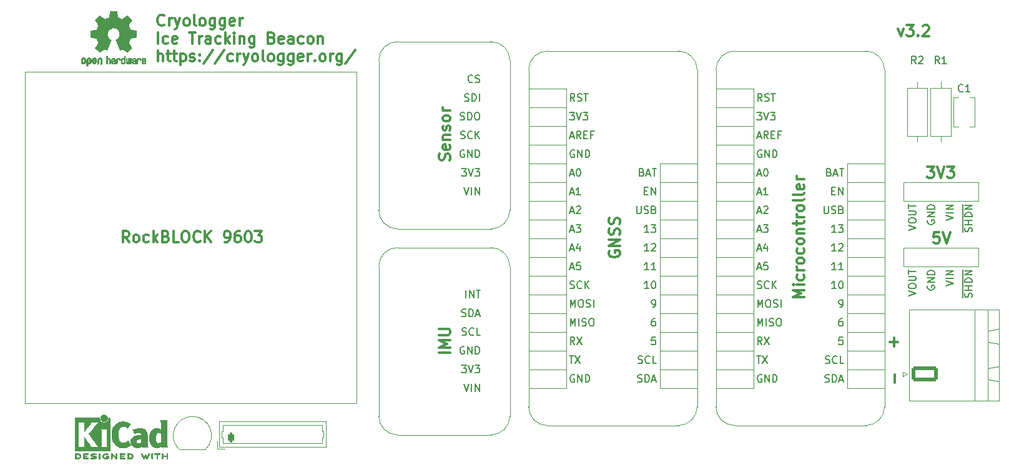
<source format=gto>
G04 #@! TF.GenerationSoftware,KiCad,Pcbnew,8.0.0*
G04 #@! TF.CreationDate,2024-04-24T13:51:03+02:00*
G04 #@! TF.ProjectId,Cryologger ITB,4372796f-6c6f-4676-9765-72204954422e,v3.2*
G04 #@! TF.SameCoordinates,Original*
G04 #@! TF.FileFunction,Legend,Top*
G04 #@! TF.FilePolarity,Positive*
%FSLAX46Y46*%
G04 Gerber Fmt 4.6, Leading zero omitted, Abs format (unit mm)*
G04 Created by KiCad (PCBNEW 8.0.0) date 2024-04-24 13:51:03*
%MOMM*%
%LPD*%
G01*
G04 APERTURE LIST*
G04 Aperture macros list*
%AMRoundRect*
0 Rectangle with rounded corners*
0 $1 Rounding radius*
0 $2 $3 $4 $5 $6 $7 $8 $9 X,Y pos of 4 corners*
0 Add a 4 corners polygon primitive as box body*
4,1,4,$2,$3,$4,$5,$6,$7,$8,$9,$2,$3,0*
0 Add four circle primitives for the rounded corners*
1,1,$1+$1,$2,$3*
1,1,$1+$1,$4,$5*
1,1,$1+$1,$6,$7*
1,1,$1+$1,$8,$9*
0 Add four rect primitives between the rounded corners*
20,1,$1+$1,$2,$3,$4,$5,0*
20,1,$1+$1,$4,$5,$6,$7,0*
20,1,$1+$1,$6,$7,$8,$9,0*
20,1,$1+$1,$8,$9,$2,$3,0*%
G04 Aperture macros list end*
%ADD10C,0.300000*%
%ADD11C,0.150000*%
%ADD12C,0.120000*%
%ADD13C,0.010000*%
%ADD14C,3.810000*%
%ADD15C,1.778000*%
%ADD16C,6.000000*%
%ADD17C,4.999990*%
%ADD18RoundRect,0.200000X-0.200000X-0.450000X0.200000X-0.450000X0.200000X0.450000X-0.200000X0.450000X0*%
%ADD19O,0.800000X1.300000*%
%ADD20RoundRect,0.249999X1.550001X-0.790001X1.550001X0.790001X-1.550001X0.790001X-1.550001X-0.790001X0*%
%ADD21O,3.600000X2.080000*%
%ADD22C,1.524000*%
%ADD23C,1.600000*%
%ADD24O,1.600000X1.600000*%
%ADD25R,1.300000X1.300000*%
%ADD26C,1.300000*%
%ADD27C,2.540000*%
G04 APERTURE END LIST*
D10*
X141768328Y-111142857D02*
X140268328Y-111142857D01*
X141768328Y-110428571D02*
X140268328Y-110428571D01*
X140268328Y-110428571D02*
X141339757Y-109928571D01*
X141339757Y-109928571D02*
X140268328Y-109428571D01*
X140268328Y-109428571D02*
X141768328Y-109428571D01*
X140268328Y-108714285D02*
X141482614Y-108714285D01*
X141482614Y-108714285D02*
X141625471Y-108642856D01*
X141625471Y-108642856D02*
X141696900Y-108571428D01*
X141696900Y-108571428D02*
X141768328Y-108428570D01*
X141768328Y-108428570D02*
X141768328Y-108142856D01*
X141768328Y-108142856D02*
X141696900Y-107999999D01*
X141696900Y-107999999D02*
X141625471Y-107928570D01*
X141625471Y-107928570D02*
X141482614Y-107857142D01*
X141482614Y-107857142D02*
X140268328Y-107857142D01*
X206422857Y-85878328D02*
X207351429Y-85878328D01*
X207351429Y-85878328D02*
X206851429Y-86449757D01*
X206851429Y-86449757D02*
X207065714Y-86449757D01*
X207065714Y-86449757D02*
X207208572Y-86521185D01*
X207208572Y-86521185D02*
X207280000Y-86592614D01*
X207280000Y-86592614D02*
X207351429Y-86735471D01*
X207351429Y-86735471D02*
X207351429Y-87092614D01*
X207351429Y-87092614D02*
X207280000Y-87235471D01*
X207280000Y-87235471D02*
X207208572Y-87306900D01*
X207208572Y-87306900D02*
X207065714Y-87378328D01*
X207065714Y-87378328D02*
X206637143Y-87378328D01*
X206637143Y-87378328D02*
X206494286Y-87306900D01*
X206494286Y-87306900D02*
X206422857Y-87235471D01*
X207780000Y-85878328D02*
X208280000Y-87378328D01*
X208280000Y-87378328D02*
X208780000Y-85878328D01*
X209137142Y-85878328D02*
X210065714Y-85878328D01*
X210065714Y-85878328D02*
X209565714Y-86449757D01*
X209565714Y-86449757D02*
X209779999Y-86449757D01*
X209779999Y-86449757D02*
X209922857Y-86521185D01*
X209922857Y-86521185D02*
X209994285Y-86592614D01*
X209994285Y-86592614D02*
X210065714Y-86735471D01*
X210065714Y-86735471D02*
X210065714Y-87092614D01*
X210065714Y-87092614D02*
X209994285Y-87235471D01*
X209994285Y-87235471D02*
X209922857Y-87306900D01*
X209922857Y-87306900D02*
X209779999Y-87378328D01*
X209779999Y-87378328D02*
X209351428Y-87378328D01*
X209351428Y-87378328D02*
X209208571Y-87306900D01*
X209208571Y-87306900D02*
X209137142Y-87235471D01*
X208084286Y-94768328D02*
X207370000Y-94768328D01*
X207370000Y-94768328D02*
X207298572Y-95482614D01*
X207298572Y-95482614D02*
X207370000Y-95411185D01*
X207370000Y-95411185D02*
X207512858Y-95339757D01*
X207512858Y-95339757D02*
X207870000Y-95339757D01*
X207870000Y-95339757D02*
X208012858Y-95411185D01*
X208012858Y-95411185D02*
X208084286Y-95482614D01*
X208084286Y-95482614D02*
X208155715Y-95625471D01*
X208155715Y-95625471D02*
X208155715Y-95982614D01*
X208155715Y-95982614D02*
X208084286Y-96125471D01*
X208084286Y-96125471D02*
X208012858Y-96196900D01*
X208012858Y-96196900D02*
X207870000Y-96268328D01*
X207870000Y-96268328D02*
X207512858Y-96268328D01*
X207512858Y-96268328D02*
X207370000Y-96196900D01*
X207370000Y-96196900D02*
X207298572Y-96125471D01*
X208584286Y-94768328D02*
X209084286Y-96268328D01*
X209084286Y-96268328D02*
X209584286Y-94768328D01*
X202036900Y-115211428D02*
X202036900Y-114068571D01*
X201358571Y-109666900D02*
X202501429Y-109666900D01*
X201930000Y-110238328D02*
X201930000Y-109095471D01*
X189768328Y-103607142D02*
X188268328Y-103607142D01*
X188268328Y-103607142D02*
X189339757Y-103107142D01*
X189339757Y-103107142D02*
X188268328Y-102607142D01*
X188268328Y-102607142D02*
X189768328Y-102607142D01*
X189768328Y-101892856D02*
X188768328Y-101892856D01*
X188268328Y-101892856D02*
X188339757Y-101964284D01*
X188339757Y-101964284D02*
X188411185Y-101892856D01*
X188411185Y-101892856D02*
X188339757Y-101821427D01*
X188339757Y-101821427D02*
X188268328Y-101892856D01*
X188268328Y-101892856D02*
X188411185Y-101892856D01*
X189696900Y-100535713D02*
X189768328Y-100678570D01*
X189768328Y-100678570D02*
X189768328Y-100964284D01*
X189768328Y-100964284D02*
X189696900Y-101107141D01*
X189696900Y-101107141D02*
X189625471Y-101178570D01*
X189625471Y-101178570D02*
X189482614Y-101249998D01*
X189482614Y-101249998D02*
X189054042Y-101249998D01*
X189054042Y-101249998D02*
X188911185Y-101178570D01*
X188911185Y-101178570D02*
X188839757Y-101107141D01*
X188839757Y-101107141D02*
X188768328Y-100964284D01*
X188768328Y-100964284D02*
X188768328Y-100678570D01*
X188768328Y-100678570D02*
X188839757Y-100535713D01*
X189768328Y-99892856D02*
X188768328Y-99892856D01*
X189054042Y-99892856D02*
X188911185Y-99821427D01*
X188911185Y-99821427D02*
X188839757Y-99749999D01*
X188839757Y-99749999D02*
X188768328Y-99607141D01*
X188768328Y-99607141D02*
X188768328Y-99464284D01*
X189768328Y-98749999D02*
X189696900Y-98892856D01*
X189696900Y-98892856D02*
X189625471Y-98964285D01*
X189625471Y-98964285D02*
X189482614Y-99035713D01*
X189482614Y-99035713D02*
X189054042Y-99035713D01*
X189054042Y-99035713D02*
X188911185Y-98964285D01*
X188911185Y-98964285D02*
X188839757Y-98892856D01*
X188839757Y-98892856D02*
X188768328Y-98749999D01*
X188768328Y-98749999D02*
X188768328Y-98535713D01*
X188768328Y-98535713D02*
X188839757Y-98392856D01*
X188839757Y-98392856D02*
X188911185Y-98321428D01*
X188911185Y-98321428D02*
X189054042Y-98249999D01*
X189054042Y-98249999D02*
X189482614Y-98249999D01*
X189482614Y-98249999D02*
X189625471Y-98321428D01*
X189625471Y-98321428D02*
X189696900Y-98392856D01*
X189696900Y-98392856D02*
X189768328Y-98535713D01*
X189768328Y-98535713D02*
X189768328Y-98749999D01*
X189696900Y-96964285D02*
X189768328Y-97107142D01*
X189768328Y-97107142D02*
X189768328Y-97392856D01*
X189768328Y-97392856D02*
X189696900Y-97535713D01*
X189696900Y-97535713D02*
X189625471Y-97607142D01*
X189625471Y-97607142D02*
X189482614Y-97678570D01*
X189482614Y-97678570D02*
X189054042Y-97678570D01*
X189054042Y-97678570D02*
X188911185Y-97607142D01*
X188911185Y-97607142D02*
X188839757Y-97535713D01*
X188839757Y-97535713D02*
X188768328Y-97392856D01*
X188768328Y-97392856D02*
X188768328Y-97107142D01*
X188768328Y-97107142D02*
X188839757Y-96964285D01*
X189768328Y-96107142D02*
X189696900Y-96249999D01*
X189696900Y-96249999D02*
X189625471Y-96321428D01*
X189625471Y-96321428D02*
X189482614Y-96392856D01*
X189482614Y-96392856D02*
X189054042Y-96392856D01*
X189054042Y-96392856D02*
X188911185Y-96321428D01*
X188911185Y-96321428D02*
X188839757Y-96249999D01*
X188839757Y-96249999D02*
X188768328Y-96107142D01*
X188768328Y-96107142D02*
X188768328Y-95892856D01*
X188768328Y-95892856D02*
X188839757Y-95749999D01*
X188839757Y-95749999D02*
X188911185Y-95678571D01*
X188911185Y-95678571D02*
X189054042Y-95607142D01*
X189054042Y-95607142D02*
X189482614Y-95607142D01*
X189482614Y-95607142D02*
X189625471Y-95678571D01*
X189625471Y-95678571D02*
X189696900Y-95749999D01*
X189696900Y-95749999D02*
X189768328Y-95892856D01*
X189768328Y-95892856D02*
X189768328Y-96107142D01*
X188768328Y-94964285D02*
X189768328Y-94964285D01*
X188911185Y-94964285D02*
X188839757Y-94892856D01*
X188839757Y-94892856D02*
X188768328Y-94749999D01*
X188768328Y-94749999D02*
X188768328Y-94535713D01*
X188768328Y-94535713D02*
X188839757Y-94392856D01*
X188839757Y-94392856D02*
X188982614Y-94321428D01*
X188982614Y-94321428D02*
X189768328Y-94321428D01*
X188768328Y-93821427D02*
X188768328Y-93249999D01*
X188268328Y-93607142D02*
X189554042Y-93607142D01*
X189554042Y-93607142D02*
X189696900Y-93535713D01*
X189696900Y-93535713D02*
X189768328Y-93392856D01*
X189768328Y-93392856D02*
X189768328Y-93249999D01*
X189768328Y-92749999D02*
X188768328Y-92749999D01*
X189054042Y-92749999D02*
X188911185Y-92678570D01*
X188911185Y-92678570D02*
X188839757Y-92607142D01*
X188839757Y-92607142D02*
X188768328Y-92464284D01*
X188768328Y-92464284D02*
X188768328Y-92321427D01*
X189768328Y-91607142D02*
X189696900Y-91749999D01*
X189696900Y-91749999D02*
X189625471Y-91821428D01*
X189625471Y-91821428D02*
X189482614Y-91892856D01*
X189482614Y-91892856D02*
X189054042Y-91892856D01*
X189054042Y-91892856D02*
X188911185Y-91821428D01*
X188911185Y-91821428D02*
X188839757Y-91749999D01*
X188839757Y-91749999D02*
X188768328Y-91607142D01*
X188768328Y-91607142D02*
X188768328Y-91392856D01*
X188768328Y-91392856D02*
X188839757Y-91249999D01*
X188839757Y-91249999D02*
X188911185Y-91178571D01*
X188911185Y-91178571D02*
X189054042Y-91107142D01*
X189054042Y-91107142D02*
X189482614Y-91107142D01*
X189482614Y-91107142D02*
X189625471Y-91178571D01*
X189625471Y-91178571D02*
X189696900Y-91249999D01*
X189696900Y-91249999D02*
X189768328Y-91392856D01*
X189768328Y-91392856D02*
X189768328Y-91607142D01*
X189768328Y-90249999D02*
X189696900Y-90392856D01*
X189696900Y-90392856D02*
X189554042Y-90464285D01*
X189554042Y-90464285D02*
X188268328Y-90464285D01*
X189768328Y-89464285D02*
X189696900Y-89607142D01*
X189696900Y-89607142D02*
X189554042Y-89678571D01*
X189554042Y-89678571D02*
X188268328Y-89678571D01*
X189696900Y-88321428D02*
X189768328Y-88464285D01*
X189768328Y-88464285D02*
X189768328Y-88750000D01*
X189768328Y-88750000D02*
X189696900Y-88892857D01*
X189696900Y-88892857D02*
X189554042Y-88964285D01*
X189554042Y-88964285D02*
X188982614Y-88964285D01*
X188982614Y-88964285D02*
X188839757Y-88892857D01*
X188839757Y-88892857D02*
X188768328Y-88750000D01*
X188768328Y-88750000D02*
X188768328Y-88464285D01*
X188768328Y-88464285D02*
X188839757Y-88321428D01*
X188839757Y-88321428D02*
X188982614Y-88250000D01*
X188982614Y-88250000D02*
X189125471Y-88250000D01*
X189125471Y-88250000D02*
X189268328Y-88964285D01*
X189768328Y-87607143D02*
X188768328Y-87607143D01*
X189054042Y-87607143D02*
X188911185Y-87535714D01*
X188911185Y-87535714D02*
X188839757Y-87464286D01*
X188839757Y-87464286D02*
X188768328Y-87321428D01*
X188768328Y-87321428D02*
X188768328Y-87178571D01*
X141696900Y-84999999D02*
X141768328Y-84785714D01*
X141768328Y-84785714D02*
X141768328Y-84428571D01*
X141768328Y-84428571D02*
X141696900Y-84285714D01*
X141696900Y-84285714D02*
X141625471Y-84214285D01*
X141625471Y-84214285D02*
X141482614Y-84142856D01*
X141482614Y-84142856D02*
X141339757Y-84142856D01*
X141339757Y-84142856D02*
X141196900Y-84214285D01*
X141196900Y-84214285D02*
X141125471Y-84285714D01*
X141125471Y-84285714D02*
X141054042Y-84428571D01*
X141054042Y-84428571D02*
X140982614Y-84714285D01*
X140982614Y-84714285D02*
X140911185Y-84857142D01*
X140911185Y-84857142D02*
X140839757Y-84928571D01*
X140839757Y-84928571D02*
X140696900Y-84999999D01*
X140696900Y-84999999D02*
X140554042Y-84999999D01*
X140554042Y-84999999D02*
X140411185Y-84928571D01*
X140411185Y-84928571D02*
X140339757Y-84857142D01*
X140339757Y-84857142D02*
X140268328Y-84714285D01*
X140268328Y-84714285D02*
X140268328Y-84357142D01*
X140268328Y-84357142D02*
X140339757Y-84142856D01*
X141696900Y-82928571D02*
X141768328Y-83071428D01*
X141768328Y-83071428D02*
X141768328Y-83357143D01*
X141768328Y-83357143D02*
X141696900Y-83500000D01*
X141696900Y-83500000D02*
X141554042Y-83571428D01*
X141554042Y-83571428D02*
X140982614Y-83571428D01*
X140982614Y-83571428D02*
X140839757Y-83500000D01*
X140839757Y-83500000D02*
X140768328Y-83357143D01*
X140768328Y-83357143D02*
X140768328Y-83071428D01*
X140768328Y-83071428D02*
X140839757Y-82928571D01*
X140839757Y-82928571D02*
X140982614Y-82857143D01*
X140982614Y-82857143D02*
X141125471Y-82857143D01*
X141125471Y-82857143D02*
X141268328Y-83571428D01*
X140768328Y-82214286D02*
X141768328Y-82214286D01*
X140911185Y-82214286D02*
X140839757Y-82142857D01*
X140839757Y-82142857D02*
X140768328Y-82000000D01*
X140768328Y-82000000D02*
X140768328Y-81785714D01*
X140768328Y-81785714D02*
X140839757Y-81642857D01*
X140839757Y-81642857D02*
X140982614Y-81571429D01*
X140982614Y-81571429D02*
X141768328Y-81571429D01*
X141696900Y-80928571D02*
X141768328Y-80785714D01*
X141768328Y-80785714D02*
X141768328Y-80500000D01*
X141768328Y-80500000D02*
X141696900Y-80357143D01*
X141696900Y-80357143D02*
X141554042Y-80285714D01*
X141554042Y-80285714D02*
X141482614Y-80285714D01*
X141482614Y-80285714D02*
X141339757Y-80357143D01*
X141339757Y-80357143D02*
X141268328Y-80500000D01*
X141268328Y-80500000D02*
X141268328Y-80714286D01*
X141268328Y-80714286D02*
X141196900Y-80857143D01*
X141196900Y-80857143D02*
X141054042Y-80928571D01*
X141054042Y-80928571D02*
X140982614Y-80928571D01*
X140982614Y-80928571D02*
X140839757Y-80857143D01*
X140839757Y-80857143D02*
X140768328Y-80714286D01*
X140768328Y-80714286D02*
X140768328Y-80500000D01*
X140768328Y-80500000D02*
X140839757Y-80357143D01*
X141768328Y-79428571D02*
X141696900Y-79571428D01*
X141696900Y-79571428D02*
X141625471Y-79642857D01*
X141625471Y-79642857D02*
X141482614Y-79714285D01*
X141482614Y-79714285D02*
X141054042Y-79714285D01*
X141054042Y-79714285D02*
X140911185Y-79642857D01*
X140911185Y-79642857D02*
X140839757Y-79571428D01*
X140839757Y-79571428D02*
X140768328Y-79428571D01*
X140768328Y-79428571D02*
X140768328Y-79214285D01*
X140768328Y-79214285D02*
X140839757Y-79071428D01*
X140839757Y-79071428D02*
X140911185Y-79000000D01*
X140911185Y-79000000D02*
X141054042Y-78928571D01*
X141054042Y-78928571D02*
X141482614Y-78928571D01*
X141482614Y-78928571D02*
X141625471Y-79000000D01*
X141625471Y-79000000D02*
X141696900Y-79071428D01*
X141696900Y-79071428D02*
X141768328Y-79214285D01*
X141768328Y-79214285D02*
X141768328Y-79428571D01*
X141768328Y-78285714D02*
X140768328Y-78285714D01*
X141054042Y-78285714D02*
X140911185Y-78214285D01*
X140911185Y-78214285D02*
X140839757Y-78142857D01*
X140839757Y-78142857D02*
X140768328Y-77999999D01*
X140768328Y-77999999D02*
X140768328Y-77857142D01*
X202501653Y-67178328D02*
X202858796Y-68178328D01*
X202858796Y-68178328D02*
X203215939Y-67178328D01*
X203644510Y-66678328D02*
X204573082Y-66678328D01*
X204573082Y-66678328D02*
X204073082Y-67249757D01*
X204073082Y-67249757D02*
X204287367Y-67249757D01*
X204287367Y-67249757D02*
X204430225Y-67321185D01*
X204430225Y-67321185D02*
X204501653Y-67392614D01*
X204501653Y-67392614D02*
X204573082Y-67535471D01*
X204573082Y-67535471D02*
X204573082Y-67892614D01*
X204573082Y-67892614D02*
X204501653Y-68035471D01*
X204501653Y-68035471D02*
X204430225Y-68106900D01*
X204430225Y-68106900D02*
X204287367Y-68178328D01*
X204287367Y-68178328D02*
X203858796Y-68178328D01*
X203858796Y-68178328D02*
X203715939Y-68106900D01*
X203715939Y-68106900D02*
X203644510Y-68035471D01*
X205215938Y-68035471D02*
X205287367Y-68106900D01*
X205287367Y-68106900D02*
X205215938Y-68178328D01*
X205215938Y-68178328D02*
X205144510Y-68106900D01*
X205144510Y-68106900D02*
X205215938Y-68035471D01*
X205215938Y-68035471D02*
X205215938Y-68178328D01*
X205858796Y-66821185D02*
X205930224Y-66749757D01*
X205930224Y-66749757D02*
X206073082Y-66678328D01*
X206073082Y-66678328D02*
X206430224Y-66678328D01*
X206430224Y-66678328D02*
X206573082Y-66749757D01*
X206573082Y-66749757D02*
X206644510Y-66821185D01*
X206644510Y-66821185D02*
X206715939Y-66964042D01*
X206715939Y-66964042D02*
X206715939Y-67106900D01*
X206715939Y-67106900D02*
X206644510Y-67321185D01*
X206644510Y-67321185D02*
X205787367Y-68178328D01*
X205787367Y-68178328D02*
X206715939Y-68178328D01*
X98234286Y-96118328D02*
X97734286Y-95404042D01*
X97377143Y-96118328D02*
X97377143Y-94618328D01*
X97377143Y-94618328D02*
X97948572Y-94618328D01*
X97948572Y-94618328D02*
X98091429Y-94689757D01*
X98091429Y-94689757D02*
X98162858Y-94761185D01*
X98162858Y-94761185D02*
X98234286Y-94904042D01*
X98234286Y-94904042D02*
X98234286Y-95118328D01*
X98234286Y-95118328D02*
X98162858Y-95261185D01*
X98162858Y-95261185D02*
X98091429Y-95332614D01*
X98091429Y-95332614D02*
X97948572Y-95404042D01*
X97948572Y-95404042D02*
X97377143Y-95404042D01*
X99091429Y-96118328D02*
X98948572Y-96046900D01*
X98948572Y-96046900D02*
X98877143Y-95975471D01*
X98877143Y-95975471D02*
X98805715Y-95832614D01*
X98805715Y-95832614D02*
X98805715Y-95404042D01*
X98805715Y-95404042D02*
X98877143Y-95261185D01*
X98877143Y-95261185D02*
X98948572Y-95189757D01*
X98948572Y-95189757D02*
X99091429Y-95118328D01*
X99091429Y-95118328D02*
X99305715Y-95118328D01*
X99305715Y-95118328D02*
X99448572Y-95189757D01*
X99448572Y-95189757D02*
X99520001Y-95261185D01*
X99520001Y-95261185D02*
X99591429Y-95404042D01*
X99591429Y-95404042D02*
X99591429Y-95832614D01*
X99591429Y-95832614D02*
X99520001Y-95975471D01*
X99520001Y-95975471D02*
X99448572Y-96046900D01*
X99448572Y-96046900D02*
X99305715Y-96118328D01*
X99305715Y-96118328D02*
X99091429Y-96118328D01*
X100877144Y-96046900D02*
X100734286Y-96118328D01*
X100734286Y-96118328D02*
X100448572Y-96118328D01*
X100448572Y-96118328D02*
X100305715Y-96046900D01*
X100305715Y-96046900D02*
X100234286Y-95975471D01*
X100234286Y-95975471D02*
X100162858Y-95832614D01*
X100162858Y-95832614D02*
X100162858Y-95404042D01*
X100162858Y-95404042D02*
X100234286Y-95261185D01*
X100234286Y-95261185D02*
X100305715Y-95189757D01*
X100305715Y-95189757D02*
X100448572Y-95118328D01*
X100448572Y-95118328D02*
X100734286Y-95118328D01*
X100734286Y-95118328D02*
X100877144Y-95189757D01*
X101520000Y-96118328D02*
X101520000Y-94618328D01*
X101662858Y-95546900D02*
X102091429Y-96118328D01*
X102091429Y-95118328D02*
X101520000Y-95689757D01*
X103234286Y-95332614D02*
X103448572Y-95404042D01*
X103448572Y-95404042D02*
X103520001Y-95475471D01*
X103520001Y-95475471D02*
X103591429Y-95618328D01*
X103591429Y-95618328D02*
X103591429Y-95832614D01*
X103591429Y-95832614D02*
X103520001Y-95975471D01*
X103520001Y-95975471D02*
X103448572Y-96046900D01*
X103448572Y-96046900D02*
X103305715Y-96118328D01*
X103305715Y-96118328D02*
X102734286Y-96118328D01*
X102734286Y-96118328D02*
X102734286Y-94618328D01*
X102734286Y-94618328D02*
X103234286Y-94618328D01*
X103234286Y-94618328D02*
X103377144Y-94689757D01*
X103377144Y-94689757D02*
X103448572Y-94761185D01*
X103448572Y-94761185D02*
X103520001Y-94904042D01*
X103520001Y-94904042D02*
X103520001Y-95046900D01*
X103520001Y-95046900D02*
X103448572Y-95189757D01*
X103448572Y-95189757D02*
X103377144Y-95261185D01*
X103377144Y-95261185D02*
X103234286Y-95332614D01*
X103234286Y-95332614D02*
X102734286Y-95332614D01*
X104948572Y-96118328D02*
X104234286Y-96118328D01*
X104234286Y-96118328D02*
X104234286Y-94618328D01*
X105734287Y-94618328D02*
X106020001Y-94618328D01*
X106020001Y-94618328D02*
X106162858Y-94689757D01*
X106162858Y-94689757D02*
X106305715Y-94832614D01*
X106305715Y-94832614D02*
X106377144Y-95118328D01*
X106377144Y-95118328D02*
X106377144Y-95618328D01*
X106377144Y-95618328D02*
X106305715Y-95904042D01*
X106305715Y-95904042D02*
X106162858Y-96046900D01*
X106162858Y-96046900D02*
X106020001Y-96118328D01*
X106020001Y-96118328D02*
X105734287Y-96118328D01*
X105734287Y-96118328D02*
X105591430Y-96046900D01*
X105591430Y-96046900D02*
X105448572Y-95904042D01*
X105448572Y-95904042D02*
X105377144Y-95618328D01*
X105377144Y-95618328D02*
X105377144Y-95118328D01*
X105377144Y-95118328D02*
X105448572Y-94832614D01*
X105448572Y-94832614D02*
X105591430Y-94689757D01*
X105591430Y-94689757D02*
X105734287Y-94618328D01*
X107877144Y-95975471D02*
X107805716Y-96046900D01*
X107805716Y-96046900D02*
X107591430Y-96118328D01*
X107591430Y-96118328D02*
X107448573Y-96118328D01*
X107448573Y-96118328D02*
X107234287Y-96046900D01*
X107234287Y-96046900D02*
X107091430Y-95904042D01*
X107091430Y-95904042D02*
X107020001Y-95761185D01*
X107020001Y-95761185D02*
X106948573Y-95475471D01*
X106948573Y-95475471D02*
X106948573Y-95261185D01*
X106948573Y-95261185D02*
X107020001Y-94975471D01*
X107020001Y-94975471D02*
X107091430Y-94832614D01*
X107091430Y-94832614D02*
X107234287Y-94689757D01*
X107234287Y-94689757D02*
X107448573Y-94618328D01*
X107448573Y-94618328D02*
X107591430Y-94618328D01*
X107591430Y-94618328D02*
X107805716Y-94689757D01*
X107805716Y-94689757D02*
X107877144Y-94761185D01*
X108520001Y-96118328D02*
X108520001Y-94618328D01*
X109377144Y-96118328D02*
X108734287Y-95261185D01*
X109377144Y-94618328D02*
X108520001Y-95475471D01*
X111234287Y-96118328D02*
X111520001Y-96118328D01*
X111520001Y-96118328D02*
X111662858Y-96046900D01*
X111662858Y-96046900D02*
X111734287Y-95975471D01*
X111734287Y-95975471D02*
X111877144Y-95761185D01*
X111877144Y-95761185D02*
X111948573Y-95475471D01*
X111948573Y-95475471D02*
X111948573Y-94904042D01*
X111948573Y-94904042D02*
X111877144Y-94761185D01*
X111877144Y-94761185D02*
X111805716Y-94689757D01*
X111805716Y-94689757D02*
X111662858Y-94618328D01*
X111662858Y-94618328D02*
X111377144Y-94618328D01*
X111377144Y-94618328D02*
X111234287Y-94689757D01*
X111234287Y-94689757D02*
X111162858Y-94761185D01*
X111162858Y-94761185D02*
X111091430Y-94904042D01*
X111091430Y-94904042D02*
X111091430Y-95261185D01*
X111091430Y-95261185D02*
X111162858Y-95404042D01*
X111162858Y-95404042D02*
X111234287Y-95475471D01*
X111234287Y-95475471D02*
X111377144Y-95546900D01*
X111377144Y-95546900D02*
X111662858Y-95546900D01*
X111662858Y-95546900D02*
X111805716Y-95475471D01*
X111805716Y-95475471D02*
X111877144Y-95404042D01*
X111877144Y-95404042D02*
X111948573Y-95261185D01*
X113234287Y-94618328D02*
X112948572Y-94618328D01*
X112948572Y-94618328D02*
X112805715Y-94689757D01*
X112805715Y-94689757D02*
X112734287Y-94761185D01*
X112734287Y-94761185D02*
X112591429Y-94975471D01*
X112591429Y-94975471D02*
X112520001Y-95261185D01*
X112520001Y-95261185D02*
X112520001Y-95832614D01*
X112520001Y-95832614D02*
X112591429Y-95975471D01*
X112591429Y-95975471D02*
X112662858Y-96046900D01*
X112662858Y-96046900D02*
X112805715Y-96118328D01*
X112805715Y-96118328D02*
X113091429Y-96118328D01*
X113091429Y-96118328D02*
X113234287Y-96046900D01*
X113234287Y-96046900D02*
X113305715Y-95975471D01*
X113305715Y-95975471D02*
X113377144Y-95832614D01*
X113377144Y-95832614D02*
X113377144Y-95475471D01*
X113377144Y-95475471D02*
X113305715Y-95332614D01*
X113305715Y-95332614D02*
X113234287Y-95261185D01*
X113234287Y-95261185D02*
X113091429Y-95189757D01*
X113091429Y-95189757D02*
X112805715Y-95189757D01*
X112805715Y-95189757D02*
X112662858Y-95261185D01*
X112662858Y-95261185D02*
X112591429Y-95332614D01*
X112591429Y-95332614D02*
X112520001Y-95475471D01*
X114305715Y-94618328D02*
X114448572Y-94618328D01*
X114448572Y-94618328D02*
X114591429Y-94689757D01*
X114591429Y-94689757D02*
X114662858Y-94761185D01*
X114662858Y-94761185D02*
X114734286Y-94904042D01*
X114734286Y-94904042D02*
X114805715Y-95189757D01*
X114805715Y-95189757D02*
X114805715Y-95546900D01*
X114805715Y-95546900D02*
X114734286Y-95832614D01*
X114734286Y-95832614D02*
X114662858Y-95975471D01*
X114662858Y-95975471D02*
X114591429Y-96046900D01*
X114591429Y-96046900D02*
X114448572Y-96118328D01*
X114448572Y-96118328D02*
X114305715Y-96118328D01*
X114305715Y-96118328D02*
X114162858Y-96046900D01*
X114162858Y-96046900D02*
X114091429Y-95975471D01*
X114091429Y-95975471D02*
X114020000Y-95832614D01*
X114020000Y-95832614D02*
X113948572Y-95546900D01*
X113948572Y-95546900D02*
X113948572Y-95189757D01*
X113948572Y-95189757D02*
X114020000Y-94904042D01*
X114020000Y-94904042D02*
X114091429Y-94761185D01*
X114091429Y-94761185D02*
X114162858Y-94689757D01*
X114162858Y-94689757D02*
X114305715Y-94618328D01*
X115305714Y-94618328D02*
X116234286Y-94618328D01*
X116234286Y-94618328D02*
X115734286Y-95189757D01*
X115734286Y-95189757D02*
X115948571Y-95189757D01*
X115948571Y-95189757D02*
X116091429Y-95261185D01*
X116091429Y-95261185D02*
X116162857Y-95332614D01*
X116162857Y-95332614D02*
X116234286Y-95475471D01*
X116234286Y-95475471D02*
X116234286Y-95832614D01*
X116234286Y-95832614D02*
X116162857Y-95975471D01*
X116162857Y-95975471D02*
X116091429Y-96046900D01*
X116091429Y-96046900D02*
X115948571Y-96118328D01*
X115948571Y-96118328D02*
X115520000Y-96118328D01*
X115520000Y-96118328D02*
X115377143Y-96046900D01*
X115377143Y-96046900D02*
X115305714Y-95975471D01*
X103001653Y-66620555D02*
X102930225Y-66691984D01*
X102930225Y-66691984D02*
X102715939Y-66763412D01*
X102715939Y-66763412D02*
X102573082Y-66763412D01*
X102573082Y-66763412D02*
X102358796Y-66691984D01*
X102358796Y-66691984D02*
X102215939Y-66549126D01*
X102215939Y-66549126D02*
X102144510Y-66406269D01*
X102144510Y-66406269D02*
X102073082Y-66120555D01*
X102073082Y-66120555D02*
X102073082Y-65906269D01*
X102073082Y-65906269D02*
X102144510Y-65620555D01*
X102144510Y-65620555D02*
X102215939Y-65477698D01*
X102215939Y-65477698D02*
X102358796Y-65334841D01*
X102358796Y-65334841D02*
X102573082Y-65263412D01*
X102573082Y-65263412D02*
X102715939Y-65263412D01*
X102715939Y-65263412D02*
X102930225Y-65334841D01*
X102930225Y-65334841D02*
X103001653Y-65406269D01*
X103644510Y-66763412D02*
X103644510Y-65763412D01*
X103644510Y-66049126D02*
X103715939Y-65906269D01*
X103715939Y-65906269D02*
X103787368Y-65834841D01*
X103787368Y-65834841D02*
X103930225Y-65763412D01*
X103930225Y-65763412D02*
X104073082Y-65763412D01*
X104430224Y-65763412D02*
X104787367Y-66763412D01*
X105144510Y-65763412D02*
X104787367Y-66763412D01*
X104787367Y-66763412D02*
X104644510Y-67120555D01*
X104644510Y-67120555D02*
X104573081Y-67191984D01*
X104573081Y-67191984D02*
X104430224Y-67263412D01*
X105930224Y-66763412D02*
X105787367Y-66691984D01*
X105787367Y-66691984D02*
X105715938Y-66620555D01*
X105715938Y-66620555D02*
X105644510Y-66477698D01*
X105644510Y-66477698D02*
X105644510Y-66049126D01*
X105644510Y-66049126D02*
X105715938Y-65906269D01*
X105715938Y-65906269D02*
X105787367Y-65834841D01*
X105787367Y-65834841D02*
X105930224Y-65763412D01*
X105930224Y-65763412D02*
X106144510Y-65763412D01*
X106144510Y-65763412D02*
X106287367Y-65834841D01*
X106287367Y-65834841D02*
X106358796Y-65906269D01*
X106358796Y-65906269D02*
X106430224Y-66049126D01*
X106430224Y-66049126D02*
X106430224Y-66477698D01*
X106430224Y-66477698D02*
X106358796Y-66620555D01*
X106358796Y-66620555D02*
X106287367Y-66691984D01*
X106287367Y-66691984D02*
X106144510Y-66763412D01*
X106144510Y-66763412D02*
X105930224Y-66763412D01*
X107287367Y-66763412D02*
X107144510Y-66691984D01*
X107144510Y-66691984D02*
X107073081Y-66549126D01*
X107073081Y-66549126D02*
X107073081Y-65263412D01*
X108073081Y-66763412D02*
X107930224Y-66691984D01*
X107930224Y-66691984D02*
X107858795Y-66620555D01*
X107858795Y-66620555D02*
X107787367Y-66477698D01*
X107787367Y-66477698D02*
X107787367Y-66049126D01*
X107787367Y-66049126D02*
X107858795Y-65906269D01*
X107858795Y-65906269D02*
X107930224Y-65834841D01*
X107930224Y-65834841D02*
X108073081Y-65763412D01*
X108073081Y-65763412D02*
X108287367Y-65763412D01*
X108287367Y-65763412D02*
X108430224Y-65834841D01*
X108430224Y-65834841D02*
X108501653Y-65906269D01*
X108501653Y-65906269D02*
X108573081Y-66049126D01*
X108573081Y-66049126D02*
X108573081Y-66477698D01*
X108573081Y-66477698D02*
X108501653Y-66620555D01*
X108501653Y-66620555D02*
X108430224Y-66691984D01*
X108430224Y-66691984D02*
X108287367Y-66763412D01*
X108287367Y-66763412D02*
X108073081Y-66763412D01*
X109858796Y-65763412D02*
X109858796Y-66977698D01*
X109858796Y-66977698D02*
X109787367Y-67120555D01*
X109787367Y-67120555D02*
X109715938Y-67191984D01*
X109715938Y-67191984D02*
X109573081Y-67263412D01*
X109573081Y-67263412D02*
X109358796Y-67263412D01*
X109358796Y-67263412D02*
X109215938Y-67191984D01*
X109858796Y-66691984D02*
X109715938Y-66763412D01*
X109715938Y-66763412D02*
X109430224Y-66763412D01*
X109430224Y-66763412D02*
X109287367Y-66691984D01*
X109287367Y-66691984D02*
X109215938Y-66620555D01*
X109215938Y-66620555D02*
X109144510Y-66477698D01*
X109144510Y-66477698D02*
X109144510Y-66049126D01*
X109144510Y-66049126D02*
X109215938Y-65906269D01*
X109215938Y-65906269D02*
X109287367Y-65834841D01*
X109287367Y-65834841D02*
X109430224Y-65763412D01*
X109430224Y-65763412D02*
X109715938Y-65763412D01*
X109715938Y-65763412D02*
X109858796Y-65834841D01*
X111215939Y-65763412D02*
X111215939Y-66977698D01*
X111215939Y-66977698D02*
X111144510Y-67120555D01*
X111144510Y-67120555D02*
X111073081Y-67191984D01*
X111073081Y-67191984D02*
X110930224Y-67263412D01*
X110930224Y-67263412D02*
X110715939Y-67263412D01*
X110715939Y-67263412D02*
X110573081Y-67191984D01*
X111215939Y-66691984D02*
X111073081Y-66763412D01*
X111073081Y-66763412D02*
X110787367Y-66763412D01*
X110787367Y-66763412D02*
X110644510Y-66691984D01*
X110644510Y-66691984D02*
X110573081Y-66620555D01*
X110573081Y-66620555D02*
X110501653Y-66477698D01*
X110501653Y-66477698D02*
X110501653Y-66049126D01*
X110501653Y-66049126D02*
X110573081Y-65906269D01*
X110573081Y-65906269D02*
X110644510Y-65834841D01*
X110644510Y-65834841D02*
X110787367Y-65763412D01*
X110787367Y-65763412D02*
X111073081Y-65763412D01*
X111073081Y-65763412D02*
X111215939Y-65834841D01*
X112501653Y-66691984D02*
X112358796Y-66763412D01*
X112358796Y-66763412D02*
X112073082Y-66763412D01*
X112073082Y-66763412D02*
X111930224Y-66691984D01*
X111930224Y-66691984D02*
X111858796Y-66549126D01*
X111858796Y-66549126D02*
X111858796Y-65977698D01*
X111858796Y-65977698D02*
X111930224Y-65834841D01*
X111930224Y-65834841D02*
X112073082Y-65763412D01*
X112073082Y-65763412D02*
X112358796Y-65763412D01*
X112358796Y-65763412D02*
X112501653Y-65834841D01*
X112501653Y-65834841D02*
X112573082Y-65977698D01*
X112573082Y-65977698D02*
X112573082Y-66120555D01*
X112573082Y-66120555D02*
X111858796Y-66263412D01*
X113215938Y-66763412D02*
X113215938Y-65763412D01*
X113215938Y-66049126D02*
X113287367Y-65906269D01*
X113287367Y-65906269D02*
X113358796Y-65834841D01*
X113358796Y-65834841D02*
X113501653Y-65763412D01*
X113501653Y-65763412D02*
X113644510Y-65763412D01*
X102144510Y-69178328D02*
X102144510Y-67678328D01*
X103501654Y-69106900D02*
X103358796Y-69178328D01*
X103358796Y-69178328D02*
X103073082Y-69178328D01*
X103073082Y-69178328D02*
X102930225Y-69106900D01*
X102930225Y-69106900D02*
X102858796Y-69035471D01*
X102858796Y-69035471D02*
X102787368Y-68892614D01*
X102787368Y-68892614D02*
X102787368Y-68464042D01*
X102787368Y-68464042D02*
X102858796Y-68321185D01*
X102858796Y-68321185D02*
X102930225Y-68249757D01*
X102930225Y-68249757D02*
X103073082Y-68178328D01*
X103073082Y-68178328D02*
X103358796Y-68178328D01*
X103358796Y-68178328D02*
X103501654Y-68249757D01*
X104715939Y-69106900D02*
X104573082Y-69178328D01*
X104573082Y-69178328D02*
X104287368Y-69178328D01*
X104287368Y-69178328D02*
X104144510Y-69106900D01*
X104144510Y-69106900D02*
X104073082Y-68964042D01*
X104073082Y-68964042D02*
X104073082Y-68392614D01*
X104073082Y-68392614D02*
X104144510Y-68249757D01*
X104144510Y-68249757D02*
X104287368Y-68178328D01*
X104287368Y-68178328D02*
X104573082Y-68178328D01*
X104573082Y-68178328D02*
X104715939Y-68249757D01*
X104715939Y-68249757D02*
X104787368Y-68392614D01*
X104787368Y-68392614D02*
X104787368Y-68535471D01*
X104787368Y-68535471D02*
X104073082Y-68678328D01*
X106358796Y-67678328D02*
X107215939Y-67678328D01*
X106787367Y-69178328D02*
X106787367Y-67678328D01*
X107715938Y-69178328D02*
X107715938Y-68178328D01*
X107715938Y-68464042D02*
X107787367Y-68321185D01*
X107787367Y-68321185D02*
X107858796Y-68249757D01*
X107858796Y-68249757D02*
X108001653Y-68178328D01*
X108001653Y-68178328D02*
X108144510Y-68178328D01*
X109287367Y-69178328D02*
X109287367Y-68392614D01*
X109287367Y-68392614D02*
X109215938Y-68249757D01*
X109215938Y-68249757D02*
X109073081Y-68178328D01*
X109073081Y-68178328D02*
X108787367Y-68178328D01*
X108787367Y-68178328D02*
X108644509Y-68249757D01*
X109287367Y-69106900D02*
X109144509Y-69178328D01*
X109144509Y-69178328D02*
X108787367Y-69178328D01*
X108787367Y-69178328D02*
X108644509Y-69106900D01*
X108644509Y-69106900D02*
X108573081Y-68964042D01*
X108573081Y-68964042D02*
X108573081Y-68821185D01*
X108573081Y-68821185D02*
X108644509Y-68678328D01*
X108644509Y-68678328D02*
X108787367Y-68606900D01*
X108787367Y-68606900D02*
X109144509Y-68606900D01*
X109144509Y-68606900D02*
X109287367Y-68535471D01*
X110644510Y-69106900D02*
X110501652Y-69178328D01*
X110501652Y-69178328D02*
X110215938Y-69178328D01*
X110215938Y-69178328D02*
X110073081Y-69106900D01*
X110073081Y-69106900D02*
X110001652Y-69035471D01*
X110001652Y-69035471D02*
X109930224Y-68892614D01*
X109930224Y-68892614D02*
X109930224Y-68464042D01*
X109930224Y-68464042D02*
X110001652Y-68321185D01*
X110001652Y-68321185D02*
X110073081Y-68249757D01*
X110073081Y-68249757D02*
X110215938Y-68178328D01*
X110215938Y-68178328D02*
X110501652Y-68178328D01*
X110501652Y-68178328D02*
X110644510Y-68249757D01*
X111287366Y-69178328D02*
X111287366Y-67678328D01*
X111430224Y-68606900D02*
X111858795Y-69178328D01*
X111858795Y-68178328D02*
X111287366Y-68749757D01*
X112501652Y-69178328D02*
X112501652Y-68178328D01*
X112501652Y-67678328D02*
X112430224Y-67749757D01*
X112430224Y-67749757D02*
X112501652Y-67821185D01*
X112501652Y-67821185D02*
X112573081Y-67749757D01*
X112573081Y-67749757D02*
X112501652Y-67678328D01*
X112501652Y-67678328D02*
X112501652Y-67821185D01*
X113215938Y-68178328D02*
X113215938Y-69178328D01*
X113215938Y-68321185D02*
X113287367Y-68249757D01*
X113287367Y-68249757D02*
X113430224Y-68178328D01*
X113430224Y-68178328D02*
X113644510Y-68178328D01*
X113644510Y-68178328D02*
X113787367Y-68249757D01*
X113787367Y-68249757D02*
X113858796Y-68392614D01*
X113858796Y-68392614D02*
X113858796Y-69178328D01*
X115215939Y-68178328D02*
X115215939Y-69392614D01*
X115215939Y-69392614D02*
X115144510Y-69535471D01*
X115144510Y-69535471D02*
X115073081Y-69606900D01*
X115073081Y-69606900D02*
X114930224Y-69678328D01*
X114930224Y-69678328D02*
X114715939Y-69678328D01*
X114715939Y-69678328D02*
X114573081Y-69606900D01*
X115215939Y-69106900D02*
X115073081Y-69178328D01*
X115073081Y-69178328D02*
X114787367Y-69178328D01*
X114787367Y-69178328D02*
X114644510Y-69106900D01*
X114644510Y-69106900D02*
X114573081Y-69035471D01*
X114573081Y-69035471D02*
X114501653Y-68892614D01*
X114501653Y-68892614D02*
X114501653Y-68464042D01*
X114501653Y-68464042D02*
X114573081Y-68321185D01*
X114573081Y-68321185D02*
X114644510Y-68249757D01*
X114644510Y-68249757D02*
X114787367Y-68178328D01*
X114787367Y-68178328D02*
X115073081Y-68178328D01*
X115073081Y-68178328D02*
X115215939Y-68249757D01*
X117573081Y-68392614D02*
X117787367Y-68464042D01*
X117787367Y-68464042D02*
X117858796Y-68535471D01*
X117858796Y-68535471D02*
X117930224Y-68678328D01*
X117930224Y-68678328D02*
X117930224Y-68892614D01*
X117930224Y-68892614D02*
X117858796Y-69035471D01*
X117858796Y-69035471D02*
X117787367Y-69106900D01*
X117787367Y-69106900D02*
X117644510Y-69178328D01*
X117644510Y-69178328D02*
X117073081Y-69178328D01*
X117073081Y-69178328D02*
X117073081Y-67678328D01*
X117073081Y-67678328D02*
X117573081Y-67678328D01*
X117573081Y-67678328D02*
X117715939Y-67749757D01*
X117715939Y-67749757D02*
X117787367Y-67821185D01*
X117787367Y-67821185D02*
X117858796Y-67964042D01*
X117858796Y-67964042D02*
X117858796Y-68106900D01*
X117858796Y-68106900D02*
X117787367Y-68249757D01*
X117787367Y-68249757D02*
X117715939Y-68321185D01*
X117715939Y-68321185D02*
X117573081Y-68392614D01*
X117573081Y-68392614D02*
X117073081Y-68392614D01*
X119144510Y-69106900D02*
X119001653Y-69178328D01*
X119001653Y-69178328D02*
X118715939Y-69178328D01*
X118715939Y-69178328D02*
X118573081Y-69106900D01*
X118573081Y-69106900D02*
X118501653Y-68964042D01*
X118501653Y-68964042D02*
X118501653Y-68392614D01*
X118501653Y-68392614D02*
X118573081Y-68249757D01*
X118573081Y-68249757D02*
X118715939Y-68178328D01*
X118715939Y-68178328D02*
X119001653Y-68178328D01*
X119001653Y-68178328D02*
X119144510Y-68249757D01*
X119144510Y-68249757D02*
X119215939Y-68392614D01*
X119215939Y-68392614D02*
X119215939Y-68535471D01*
X119215939Y-68535471D02*
X118501653Y-68678328D01*
X120501653Y-69178328D02*
X120501653Y-68392614D01*
X120501653Y-68392614D02*
X120430224Y-68249757D01*
X120430224Y-68249757D02*
X120287367Y-68178328D01*
X120287367Y-68178328D02*
X120001653Y-68178328D01*
X120001653Y-68178328D02*
X119858795Y-68249757D01*
X120501653Y-69106900D02*
X120358795Y-69178328D01*
X120358795Y-69178328D02*
X120001653Y-69178328D01*
X120001653Y-69178328D02*
X119858795Y-69106900D01*
X119858795Y-69106900D02*
X119787367Y-68964042D01*
X119787367Y-68964042D02*
X119787367Y-68821185D01*
X119787367Y-68821185D02*
X119858795Y-68678328D01*
X119858795Y-68678328D02*
X120001653Y-68606900D01*
X120001653Y-68606900D02*
X120358795Y-68606900D01*
X120358795Y-68606900D02*
X120501653Y-68535471D01*
X121858796Y-69106900D02*
X121715938Y-69178328D01*
X121715938Y-69178328D02*
X121430224Y-69178328D01*
X121430224Y-69178328D02*
X121287367Y-69106900D01*
X121287367Y-69106900D02*
X121215938Y-69035471D01*
X121215938Y-69035471D02*
X121144510Y-68892614D01*
X121144510Y-68892614D02*
X121144510Y-68464042D01*
X121144510Y-68464042D02*
X121215938Y-68321185D01*
X121215938Y-68321185D02*
X121287367Y-68249757D01*
X121287367Y-68249757D02*
X121430224Y-68178328D01*
X121430224Y-68178328D02*
X121715938Y-68178328D01*
X121715938Y-68178328D02*
X121858796Y-68249757D01*
X122715938Y-69178328D02*
X122573081Y-69106900D01*
X122573081Y-69106900D02*
X122501652Y-69035471D01*
X122501652Y-69035471D02*
X122430224Y-68892614D01*
X122430224Y-68892614D02*
X122430224Y-68464042D01*
X122430224Y-68464042D02*
X122501652Y-68321185D01*
X122501652Y-68321185D02*
X122573081Y-68249757D01*
X122573081Y-68249757D02*
X122715938Y-68178328D01*
X122715938Y-68178328D02*
X122930224Y-68178328D01*
X122930224Y-68178328D02*
X123073081Y-68249757D01*
X123073081Y-68249757D02*
X123144510Y-68321185D01*
X123144510Y-68321185D02*
X123215938Y-68464042D01*
X123215938Y-68464042D02*
X123215938Y-68892614D01*
X123215938Y-68892614D02*
X123144510Y-69035471D01*
X123144510Y-69035471D02*
X123073081Y-69106900D01*
X123073081Y-69106900D02*
X122930224Y-69178328D01*
X122930224Y-69178328D02*
X122715938Y-69178328D01*
X123858795Y-68178328D02*
X123858795Y-69178328D01*
X123858795Y-68321185D02*
X123930224Y-68249757D01*
X123930224Y-68249757D02*
X124073081Y-68178328D01*
X124073081Y-68178328D02*
X124287367Y-68178328D01*
X124287367Y-68178328D02*
X124430224Y-68249757D01*
X124430224Y-68249757D02*
X124501653Y-68392614D01*
X124501653Y-68392614D02*
X124501653Y-69178328D01*
X102144510Y-71593244D02*
X102144510Y-70093244D01*
X102787368Y-71593244D02*
X102787368Y-70807530D01*
X102787368Y-70807530D02*
X102715939Y-70664673D01*
X102715939Y-70664673D02*
X102573082Y-70593244D01*
X102573082Y-70593244D02*
X102358796Y-70593244D01*
X102358796Y-70593244D02*
X102215939Y-70664673D01*
X102215939Y-70664673D02*
X102144510Y-70736101D01*
X103287368Y-70593244D02*
X103858796Y-70593244D01*
X103501653Y-70093244D02*
X103501653Y-71378958D01*
X103501653Y-71378958D02*
X103573082Y-71521816D01*
X103573082Y-71521816D02*
X103715939Y-71593244D01*
X103715939Y-71593244D02*
X103858796Y-71593244D01*
X104144511Y-70593244D02*
X104715939Y-70593244D01*
X104358796Y-70093244D02*
X104358796Y-71378958D01*
X104358796Y-71378958D02*
X104430225Y-71521816D01*
X104430225Y-71521816D02*
X104573082Y-71593244D01*
X104573082Y-71593244D02*
X104715939Y-71593244D01*
X105215939Y-70593244D02*
X105215939Y-72093244D01*
X105215939Y-70664673D02*
X105358797Y-70593244D01*
X105358797Y-70593244D02*
X105644511Y-70593244D01*
X105644511Y-70593244D02*
X105787368Y-70664673D01*
X105787368Y-70664673D02*
X105858797Y-70736101D01*
X105858797Y-70736101D02*
X105930225Y-70878958D01*
X105930225Y-70878958D02*
X105930225Y-71307530D01*
X105930225Y-71307530D02*
X105858797Y-71450387D01*
X105858797Y-71450387D02*
X105787368Y-71521816D01*
X105787368Y-71521816D02*
X105644511Y-71593244D01*
X105644511Y-71593244D02*
X105358797Y-71593244D01*
X105358797Y-71593244D02*
X105215939Y-71521816D01*
X106501654Y-71521816D02*
X106644511Y-71593244D01*
X106644511Y-71593244D02*
X106930225Y-71593244D01*
X106930225Y-71593244D02*
X107073082Y-71521816D01*
X107073082Y-71521816D02*
X107144511Y-71378958D01*
X107144511Y-71378958D02*
X107144511Y-71307530D01*
X107144511Y-71307530D02*
X107073082Y-71164673D01*
X107073082Y-71164673D02*
X106930225Y-71093244D01*
X106930225Y-71093244D02*
X106715940Y-71093244D01*
X106715940Y-71093244D02*
X106573082Y-71021816D01*
X106573082Y-71021816D02*
X106501654Y-70878958D01*
X106501654Y-70878958D02*
X106501654Y-70807530D01*
X106501654Y-70807530D02*
X106573082Y-70664673D01*
X106573082Y-70664673D02*
X106715940Y-70593244D01*
X106715940Y-70593244D02*
X106930225Y-70593244D01*
X106930225Y-70593244D02*
X107073082Y-70664673D01*
X107787368Y-71450387D02*
X107858797Y-71521816D01*
X107858797Y-71521816D02*
X107787368Y-71593244D01*
X107787368Y-71593244D02*
X107715940Y-71521816D01*
X107715940Y-71521816D02*
X107787368Y-71450387D01*
X107787368Y-71450387D02*
X107787368Y-71593244D01*
X107787368Y-70664673D02*
X107858797Y-70736101D01*
X107858797Y-70736101D02*
X107787368Y-70807530D01*
X107787368Y-70807530D02*
X107715940Y-70736101D01*
X107715940Y-70736101D02*
X107787368Y-70664673D01*
X107787368Y-70664673D02*
X107787368Y-70807530D01*
X109573083Y-70021816D02*
X108287369Y-71950387D01*
X111144512Y-70021816D02*
X109858798Y-71950387D01*
X112287370Y-71521816D02*
X112144512Y-71593244D01*
X112144512Y-71593244D02*
X111858798Y-71593244D01*
X111858798Y-71593244D02*
X111715941Y-71521816D01*
X111715941Y-71521816D02*
X111644512Y-71450387D01*
X111644512Y-71450387D02*
X111573084Y-71307530D01*
X111573084Y-71307530D02*
X111573084Y-70878958D01*
X111573084Y-70878958D02*
X111644512Y-70736101D01*
X111644512Y-70736101D02*
X111715941Y-70664673D01*
X111715941Y-70664673D02*
X111858798Y-70593244D01*
X111858798Y-70593244D02*
X112144512Y-70593244D01*
X112144512Y-70593244D02*
X112287370Y-70664673D01*
X112930226Y-71593244D02*
X112930226Y-70593244D01*
X112930226Y-70878958D02*
X113001655Y-70736101D01*
X113001655Y-70736101D02*
X113073084Y-70664673D01*
X113073084Y-70664673D02*
X113215941Y-70593244D01*
X113215941Y-70593244D02*
X113358798Y-70593244D01*
X113715940Y-70593244D02*
X114073083Y-71593244D01*
X114430226Y-70593244D02*
X114073083Y-71593244D01*
X114073083Y-71593244D02*
X113930226Y-71950387D01*
X113930226Y-71950387D02*
X113858797Y-72021816D01*
X113858797Y-72021816D02*
X113715940Y-72093244D01*
X115215940Y-71593244D02*
X115073083Y-71521816D01*
X115073083Y-71521816D02*
X115001654Y-71450387D01*
X115001654Y-71450387D02*
X114930226Y-71307530D01*
X114930226Y-71307530D02*
X114930226Y-70878958D01*
X114930226Y-70878958D02*
X115001654Y-70736101D01*
X115001654Y-70736101D02*
X115073083Y-70664673D01*
X115073083Y-70664673D02*
X115215940Y-70593244D01*
X115215940Y-70593244D02*
X115430226Y-70593244D01*
X115430226Y-70593244D02*
X115573083Y-70664673D01*
X115573083Y-70664673D02*
X115644512Y-70736101D01*
X115644512Y-70736101D02*
X115715940Y-70878958D01*
X115715940Y-70878958D02*
X115715940Y-71307530D01*
X115715940Y-71307530D02*
X115644512Y-71450387D01*
X115644512Y-71450387D02*
X115573083Y-71521816D01*
X115573083Y-71521816D02*
X115430226Y-71593244D01*
X115430226Y-71593244D02*
X115215940Y-71593244D01*
X116573083Y-71593244D02*
X116430226Y-71521816D01*
X116430226Y-71521816D02*
X116358797Y-71378958D01*
X116358797Y-71378958D02*
X116358797Y-70093244D01*
X117358797Y-71593244D02*
X117215940Y-71521816D01*
X117215940Y-71521816D02*
X117144511Y-71450387D01*
X117144511Y-71450387D02*
X117073083Y-71307530D01*
X117073083Y-71307530D02*
X117073083Y-70878958D01*
X117073083Y-70878958D02*
X117144511Y-70736101D01*
X117144511Y-70736101D02*
X117215940Y-70664673D01*
X117215940Y-70664673D02*
X117358797Y-70593244D01*
X117358797Y-70593244D02*
X117573083Y-70593244D01*
X117573083Y-70593244D02*
X117715940Y-70664673D01*
X117715940Y-70664673D02*
X117787369Y-70736101D01*
X117787369Y-70736101D02*
X117858797Y-70878958D01*
X117858797Y-70878958D02*
X117858797Y-71307530D01*
X117858797Y-71307530D02*
X117787369Y-71450387D01*
X117787369Y-71450387D02*
X117715940Y-71521816D01*
X117715940Y-71521816D02*
X117573083Y-71593244D01*
X117573083Y-71593244D02*
X117358797Y-71593244D01*
X119144512Y-70593244D02*
X119144512Y-71807530D01*
X119144512Y-71807530D02*
X119073083Y-71950387D01*
X119073083Y-71950387D02*
X119001654Y-72021816D01*
X119001654Y-72021816D02*
X118858797Y-72093244D01*
X118858797Y-72093244D02*
X118644512Y-72093244D01*
X118644512Y-72093244D02*
X118501654Y-72021816D01*
X119144512Y-71521816D02*
X119001654Y-71593244D01*
X119001654Y-71593244D02*
X118715940Y-71593244D01*
X118715940Y-71593244D02*
X118573083Y-71521816D01*
X118573083Y-71521816D02*
X118501654Y-71450387D01*
X118501654Y-71450387D02*
X118430226Y-71307530D01*
X118430226Y-71307530D02*
X118430226Y-70878958D01*
X118430226Y-70878958D02*
X118501654Y-70736101D01*
X118501654Y-70736101D02*
X118573083Y-70664673D01*
X118573083Y-70664673D02*
X118715940Y-70593244D01*
X118715940Y-70593244D02*
X119001654Y-70593244D01*
X119001654Y-70593244D02*
X119144512Y-70664673D01*
X120501655Y-70593244D02*
X120501655Y-71807530D01*
X120501655Y-71807530D02*
X120430226Y-71950387D01*
X120430226Y-71950387D02*
X120358797Y-72021816D01*
X120358797Y-72021816D02*
X120215940Y-72093244D01*
X120215940Y-72093244D02*
X120001655Y-72093244D01*
X120001655Y-72093244D02*
X119858797Y-72021816D01*
X120501655Y-71521816D02*
X120358797Y-71593244D01*
X120358797Y-71593244D02*
X120073083Y-71593244D01*
X120073083Y-71593244D02*
X119930226Y-71521816D01*
X119930226Y-71521816D02*
X119858797Y-71450387D01*
X119858797Y-71450387D02*
X119787369Y-71307530D01*
X119787369Y-71307530D02*
X119787369Y-70878958D01*
X119787369Y-70878958D02*
X119858797Y-70736101D01*
X119858797Y-70736101D02*
X119930226Y-70664673D01*
X119930226Y-70664673D02*
X120073083Y-70593244D01*
X120073083Y-70593244D02*
X120358797Y-70593244D01*
X120358797Y-70593244D02*
X120501655Y-70664673D01*
X121787369Y-71521816D02*
X121644512Y-71593244D01*
X121644512Y-71593244D02*
X121358798Y-71593244D01*
X121358798Y-71593244D02*
X121215940Y-71521816D01*
X121215940Y-71521816D02*
X121144512Y-71378958D01*
X121144512Y-71378958D02*
X121144512Y-70807530D01*
X121144512Y-70807530D02*
X121215940Y-70664673D01*
X121215940Y-70664673D02*
X121358798Y-70593244D01*
X121358798Y-70593244D02*
X121644512Y-70593244D01*
X121644512Y-70593244D02*
X121787369Y-70664673D01*
X121787369Y-70664673D02*
X121858798Y-70807530D01*
X121858798Y-70807530D02*
X121858798Y-70950387D01*
X121858798Y-70950387D02*
X121144512Y-71093244D01*
X122501654Y-71593244D02*
X122501654Y-70593244D01*
X122501654Y-70878958D02*
X122573083Y-70736101D01*
X122573083Y-70736101D02*
X122644512Y-70664673D01*
X122644512Y-70664673D02*
X122787369Y-70593244D01*
X122787369Y-70593244D02*
X122930226Y-70593244D01*
X123430225Y-71450387D02*
X123501654Y-71521816D01*
X123501654Y-71521816D02*
X123430225Y-71593244D01*
X123430225Y-71593244D02*
X123358797Y-71521816D01*
X123358797Y-71521816D02*
X123430225Y-71450387D01*
X123430225Y-71450387D02*
X123430225Y-71593244D01*
X124358797Y-71593244D02*
X124215940Y-71521816D01*
X124215940Y-71521816D02*
X124144511Y-71450387D01*
X124144511Y-71450387D02*
X124073083Y-71307530D01*
X124073083Y-71307530D02*
X124073083Y-70878958D01*
X124073083Y-70878958D02*
X124144511Y-70736101D01*
X124144511Y-70736101D02*
X124215940Y-70664673D01*
X124215940Y-70664673D02*
X124358797Y-70593244D01*
X124358797Y-70593244D02*
X124573083Y-70593244D01*
X124573083Y-70593244D02*
X124715940Y-70664673D01*
X124715940Y-70664673D02*
X124787369Y-70736101D01*
X124787369Y-70736101D02*
X124858797Y-70878958D01*
X124858797Y-70878958D02*
X124858797Y-71307530D01*
X124858797Y-71307530D02*
X124787369Y-71450387D01*
X124787369Y-71450387D02*
X124715940Y-71521816D01*
X124715940Y-71521816D02*
X124573083Y-71593244D01*
X124573083Y-71593244D02*
X124358797Y-71593244D01*
X125501654Y-71593244D02*
X125501654Y-70593244D01*
X125501654Y-70878958D02*
X125573083Y-70736101D01*
X125573083Y-70736101D02*
X125644512Y-70664673D01*
X125644512Y-70664673D02*
X125787369Y-70593244D01*
X125787369Y-70593244D02*
X125930226Y-70593244D01*
X127073083Y-70593244D02*
X127073083Y-71807530D01*
X127073083Y-71807530D02*
X127001654Y-71950387D01*
X127001654Y-71950387D02*
X126930225Y-72021816D01*
X126930225Y-72021816D02*
X126787368Y-72093244D01*
X126787368Y-72093244D02*
X126573083Y-72093244D01*
X126573083Y-72093244D02*
X126430225Y-72021816D01*
X127073083Y-71521816D02*
X126930225Y-71593244D01*
X126930225Y-71593244D02*
X126644511Y-71593244D01*
X126644511Y-71593244D02*
X126501654Y-71521816D01*
X126501654Y-71521816D02*
X126430225Y-71450387D01*
X126430225Y-71450387D02*
X126358797Y-71307530D01*
X126358797Y-71307530D02*
X126358797Y-70878958D01*
X126358797Y-70878958D02*
X126430225Y-70736101D01*
X126430225Y-70736101D02*
X126501654Y-70664673D01*
X126501654Y-70664673D02*
X126644511Y-70593244D01*
X126644511Y-70593244D02*
X126930225Y-70593244D01*
X126930225Y-70593244D02*
X127073083Y-70664673D01*
X128858797Y-70021816D02*
X127573083Y-71950387D01*
X163339757Y-97321427D02*
X163268328Y-97464285D01*
X163268328Y-97464285D02*
X163268328Y-97678570D01*
X163268328Y-97678570D02*
X163339757Y-97892856D01*
X163339757Y-97892856D02*
X163482614Y-98035713D01*
X163482614Y-98035713D02*
X163625471Y-98107142D01*
X163625471Y-98107142D02*
X163911185Y-98178570D01*
X163911185Y-98178570D02*
X164125471Y-98178570D01*
X164125471Y-98178570D02*
X164411185Y-98107142D01*
X164411185Y-98107142D02*
X164554042Y-98035713D01*
X164554042Y-98035713D02*
X164696900Y-97892856D01*
X164696900Y-97892856D02*
X164768328Y-97678570D01*
X164768328Y-97678570D02*
X164768328Y-97535713D01*
X164768328Y-97535713D02*
X164696900Y-97321427D01*
X164696900Y-97321427D02*
X164625471Y-97249999D01*
X164625471Y-97249999D02*
X164125471Y-97249999D01*
X164125471Y-97249999D02*
X164125471Y-97535713D01*
X164768328Y-96607142D02*
X163268328Y-96607142D01*
X163268328Y-96607142D02*
X164768328Y-95749999D01*
X164768328Y-95749999D02*
X163268328Y-95749999D01*
X164696900Y-95107141D02*
X164768328Y-94892856D01*
X164768328Y-94892856D02*
X164768328Y-94535713D01*
X164768328Y-94535713D02*
X164696900Y-94392856D01*
X164696900Y-94392856D02*
X164625471Y-94321427D01*
X164625471Y-94321427D02*
X164482614Y-94249998D01*
X164482614Y-94249998D02*
X164339757Y-94249998D01*
X164339757Y-94249998D02*
X164196900Y-94321427D01*
X164196900Y-94321427D02*
X164125471Y-94392856D01*
X164125471Y-94392856D02*
X164054042Y-94535713D01*
X164054042Y-94535713D02*
X163982614Y-94821427D01*
X163982614Y-94821427D02*
X163911185Y-94964284D01*
X163911185Y-94964284D02*
X163839757Y-95035713D01*
X163839757Y-95035713D02*
X163696900Y-95107141D01*
X163696900Y-95107141D02*
X163554042Y-95107141D01*
X163554042Y-95107141D02*
X163411185Y-95035713D01*
X163411185Y-95035713D02*
X163339757Y-94964284D01*
X163339757Y-94964284D02*
X163268328Y-94821427D01*
X163268328Y-94821427D02*
X163268328Y-94464284D01*
X163268328Y-94464284D02*
X163339757Y-94249998D01*
X164696900Y-93678570D02*
X164768328Y-93464285D01*
X164768328Y-93464285D02*
X164768328Y-93107142D01*
X164768328Y-93107142D02*
X164696900Y-92964285D01*
X164696900Y-92964285D02*
X164625471Y-92892856D01*
X164625471Y-92892856D02*
X164482614Y-92821427D01*
X164482614Y-92821427D02*
X164339757Y-92821427D01*
X164339757Y-92821427D02*
X164196900Y-92892856D01*
X164196900Y-92892856D02*
X164125471Y-92964285D01*
X164125471Y-92964285D02*
X164054042Y-93107142D01*
X164054042Y-93107142D02*
X163982614Y-93392856D01*
X163982614Y-93392856D02*
X163911185Y-93535713D01*
X163911185Y-93535713D02*
X163839757Y-93607142D01*
X163839757Y-93607142D02*
X163696900Y-93678570D01*
X163696900Y-93678570D02*
X163554042Y-93678570D01*
X163554042Y-93678570D02*
X163411185Y-93607142D01*
X163411185Y-93607142D02*
X163339757Y-93535713D01*
X163339757Y-93535713D02*
X163268328Y-93392856D01*
X163268328Y-93392856D02*
X163268328Y-93035713D01*
X163268328Y-93035713D02*
X163339757Y-92821427D01*
D11*
X143332268Y-106157200D02*
X143475125Y-106204819D01*
X143475125Y-106204819D02*
X143713220Y-106204819D01*
X143713220Y-106204819D02*
X143808458Y-106157200D01*
X143808458Y-106157200D02*
X143856077Y-106109580D01*
X143856077Y-106109580D02*
X143903696Y-106014342D01*
X143903696Y-106014342D02*
X143903696Y-105919104D01*
X143903696Y-105919104D02*
X143856077Y-105823866D01*
X143856077Y-105823866D02*
X143808458Y-105776247D01*
X143808458Y-105776247D02*
X143713220Y-105728628D01*
X143713220Y-105728628D02*
X143522744Y-105681009D01*
X143522744Y-105681009D02*
X143427506Y-105633390D01*
X143427506Y-105633390D02*
X143379887Y-105585771D01*
X143379887Y-105585771D02*
X143332268Y-105490533D01*
X143332268Y-105490533D02*
X143332268Y-105395295D01*
X143332268Y-105395295D02*
X143379887Y-105300057D01*
X143379887Y-105300057D02*
X143427506Y-105252438D01*
X143427506Y-105252438D02*
X143522744Y-105204819D01*
X143522744Y-105204819D02*
X143760839Y-105204819D01*
X143760839Y-105204819D02*
X143903696Y-105252438D01*
X144332268Y-106204819D02*
X144332268Y-105204819D01*
X144332268Y-105204819D02*
X144570363Y-105204819D01*
X144570363Y-105204819D02*
X144713220Y-105252438D01*
X144713220Y-105252438D02*
X144808458Y-105347676D01*
X144808458Y-105347676D02*
X144856077Y-105442914D01*
X144856077Y-105442914D02*
X144903696Y-105633390D01*
X144903696Y-105633390D02*
X144903696Y-105776247D01*
X144903696Y-105776247D02*
X144856077Y-105966723D01*
X144856077Y-105966723D02*
X144808458Y-106061961D01*
X144808458Y-106061961D02*
X144713220Y-106157200D01*
X144713220Y-106157200D02*
X144570363Y-106204819D01*
X144570363Y-106204819D02*
X144332268Y-106204819D01*
X145284649Y-105919104D02*
X145760839Y-105919104D01*
X145189411Y-106204819D02*
X145522744Y-105204819D01*
X145522744Y-105204819D02*
X145856077Y-106204819D01*
X143665601Y-110332438D02*
X143570363Y-110284819D01*
X143570363Y-110284819D02*
X143427506Y-110284819D01*
X143427506Y-110284819D02*
X143284649Y-110332438D01*
X143284649Y-110332438D02*
X143189411Y-110427676D01*
X143189411Y-110427676D02*
X143141792Y-110522914D01*
X143141792Y-110522914D02*
X143094173Y-110713390D01*
X143094173Y-110713390D02*
X143094173Y-110856247D01*
X143094173Y-110856247D02*
X143141792Y-111046723D01*
X143141792Y-111046723D02*
X143189411Y-111141961D01*
X143189411Y-111141961D02*
X143284649Y-111237200D01*
X143284649Y-111237200D02*
X143427506Y-111284819D01*
X143427506Y-111284819D02*
X143522744Y-111284819D01*
X143522744Y-111284819D02*
X143665601Y-111237200D01*
X143665601Y-111237200D02*
X143713220Y-111189580D01*
X143713220Y-111189580D02*
X143713220Y-110856247D01*
X143713220Y-110856247D02*
X143522744Y-110856247D01*
X144141792Y-111284819D02*
X144141792Y-110284819D01*
X144141792Y-110284819D02*
X144713220Y-111284819D01*
X144713220Y-111284819D02*
X144713220Y-110284819D01*
X145189411Y-111284819D02*
X145189411Y-110284819D01*
X145189411Y-110284819D02*
X145427506Y-110284819D01*
X145427506Y-110284819D02*
X145570363Y-110332438D01*
X145570363Y-110332438D02*
X145665601Y-110427676D01*
X145665601Y-110427676D02*
X145713220Y-110522914D01*
X145713220Y-110522914D02*
X145760839Y-110713390D01*
X145760839Y-110713390D02*
X145760839Y-110856247D01*
X145760839Y-110856247D02*
X145713220Y-111046723D01*
X145713220Y-111046723D02*
X145665601Y-111141961D01*
X145665601Y-111141961D02*
X145570363Y-111237200D01*
X145570363Y-111237200D02*
X145427506Y-111284819D01*
X145427506Y-111284819D02*
X145189411Y-111284819D01*
X143903697Y-103664819D02*
X143903697Y-102664819D01*
X144379887Y-103664819D02*
X144379887Y-102664819D01*
X144379887Y-102664819D02*
X144951315Y-103664819D01*
X144951315Y-103664819D02*
X144951315Y-102664819D01*
X145284649Y-102664819D02*
X145856077Y-102664819D01*
X145570363Y-103664819D02*
X145570363Y-102664819D01*
X143332268Y-112824819D02*
X143951315Y-112824819D01*
X143951315Y-112824819D02*
X143617982Y-113205771D01*
X143617982Y-113205771D02*
X143760839Y-113205771D01*
X143760839Y-113205771D02*
X143856077Y-113253390D01*
X143856077Y-113253390D02*
X143903696Y-113301009D01*
X143903696Y-113301009D02*
X143951315Y-113396247D01*
X143951315Y-113396247D02*
X143951315Y-113634342D01*
X143951315Y-113634342D02*
X143903696Y-113729580D01*
X143903696Y-113729580D02*
X143856077Y-113777200D01*
X143856077Y-113777200D02*
X143760839Y-113824819D01*
X143760839Y-113824819D02*
X143475125Y-113824819D01*
X143475125Y-113824819D02*
X143379887Y-113777200D01*
X143379887Y-113777200D02*
X143332268Y-113729580D01*
X144237030Y-112824819D02*
X144570363Y-113824819D01*
X144570363Y-113824819D02*
X144903696Y-112824819D01*
X145141792Y-112824819D02*
X145760839Y-112824819D01*
X145760839Y-112824819D02*
X145427506Y-113205771D01*
X145427506Y-113205771D02*
X145570363Y-113205771D01*
X145570363Y-113205771D02*
X145665601Y-113253390D01*
X145665601Y-113253390D02*
X145713220Y-113301009D01*
X145713220Y-113301009D02*
X145760839Y-113396247D01*
X145760839Y-113396247D02*
X145760839Y-113634342D01*
X145760839Y-113634342D02*
X145713220Y-113729580D01*
X145713220Y-113729580D02*
X145665601Y-113777200D01*
X145665601Y-113777200D02*
X145570363Y-113824819D01*
X145570363Y-113824819D02*
X145284649Y-113824819D01*
X145284649Y-113824819D02*
X145189411Y-113777200D01*
X145189411Y-113777200D02*
X145141792Y-113729580D01*
X143379887Y-108697200D02*
X143522744Y-108744819D01*
X143522744Y-108744819D02*
X143760839Y-108744819D01*
X143760839Y-108744819D02*
X143856077Y-108697200D01*
X143856077Y-108697200D02*
X143903696Y-108649580D01*
X143903696Y-108649580D02*
X143951315Y-108554342D01*
X143951315Y-108554342D02*
X143951315Y-108459104D01*
X143951315Y-108459104D02*
X143903696Y-108363866D01*
X143903696Y-108363866D02*
X143856077Y-108316247D01*
X143856077Y-108316247D02*
X143760839Y-108268628D01*
X143760839Y-108268628D02*
X143570363Y-108221009D01*
X143570363Y-108221009D02*
X143475125Y-108173390D01*
X143475125Y-108173390D02*
X143427506Y-108125771D01*
X143427506Y-108125771D02*
X143379887Y-108030533D01*
X143379887Y-108030533D02*
X143379887Y-107935295D01*
X143379887Y-107935295D02*
X143427506Y-107840057D01*
X143427506Y-107840057D02*
X143475125Y-107792438D01*
X143475125Y-107792438D02*
X143570363Y-107744819D01*
X143570363Y-107744819D02*
X143808458Y-107744819D01*
X143808458Y-107744819D02*
X143951315Y-107792438D01*
X144951315Y-108649580D02*
X144903696Y-108697200D01*
X144903696Y-108697200D02*
X144760839Y-108744819D01*
X144760839Y-108744819D02*
X144665601Y-108744819D01*
X144665601Y-108744819D02*
X144522744Y-108697200D01*
X144522744Y-108697200D02*
X144427506Y-108601961D01*
X144427506Y-108601961D02*
X144379887Y-108506723D01*
X144379887Y-108506723D02*
X144332268Y-108316247D01*
X144332268Y-108316247D02*
X144332268Y-108173390D01*
X144332268Y-108173390D02*
X144379887Y-107982914D01*
X144379887Y-107982914D02*
X144427506Y-107887676D01*
X144427506Y-107887676D02*
X144522744Y-107792438D01*
X144522744Y-107792438D02*
X144665601Y-107744819D01*
X144665601Y-107744819D02*
X144760839Y-107744819D01*
X144760839Y-107744819D02*
X144903696Y-107792438D01*
X144903696Y-107792438D02*
X144951315Y-107840057D01*
X145856077Y-108744819D02*
X145379887Y-108744819D01*
X145379887Y-108744819D02*
X145379887Y-107744819D01*
X143665602Y-115364819D02*
X143998935Y-116364819D01*
X143998935Y-116364819D02*
X144332268Y-115364819D01*
X144665602Y-116364819D02*
X144665602Y-115364819D01*
X145141792Y-116364819D02*
X145141792Y-115364819D01*
X145141792Y-115364819D02*
X145713220Y-116364819D01*
X145713220Y-116364819D02*
X145713220Y-115364819D01*
X203924819Y-94481731D02*
X204924819Y-94148398D01*
X204924819Y-94148398D02*
X203924819Y-93815065D01*
X203924819Y-93291255D02*
X203924819Y-93100779D01*
X203924819Y-93100779D02*
X203972438Y-93005541D01*
X203972438Y-93005541D02*
X204067676Y-92910303D01*
X204067676Y-92910303D02*
X204258152Y-92862684D01*
X204258152Y-92862684D02*
X204591485Y-92862684D01*
X204591485Y-92862684D02*
X204781961Y-92910303D01*
X204781961Y-92910303D02*
X204877200Y-93005541D01*
X204877200Y-93005541D02*
X204924819Y-93100779D01*
X204924819Y-93100779D02*
X204924819Y-93291255D01*
X204924819Y-93291255D02*
X204877200Y-93386493D01*
X204877200Y-93386493D02*
X204781961Y-93481731D01*
X204781961Y-93481731D02*
X204591485Y-93529350D01*
X204591485Y-93529350D02*
X204258152Y-93529350D01*
X204258152Y-93529350D02*
X204067676Y-93481731D01*
X204067676Y-93481731D02*
X203972438Y-93386493D01*
X203972438Y-93386493D02*
X203924819Y-93291255D01*
X203924819Y-92434112D02*
X204734342Y-92434112D01*
X204734342Y-92434112D02*
X204829580Y-92386493D01*
X204829580Y-92386493D02*
X204877200Y-92338874D01*
X204877200Y-92338874D02*
X204924819Y-92243636D01*
X204924819Y-92243636D02*
X204924819Y-92053160D01*
X204924819Y-92053160D02*
X204877200Y-91957922D01*
X204877200Y-91957922D02*
X204829580Y-91910303D01*
X204829580Y-91910303D02*
X204734342Y-91862684D01*
X204734342Y-91862684D02*
X203924819Y-91862684D01*
X203924819Y-91529350D02*
X203924819Y-90957922D01*
X204924819Y-91243636D02*
X203924819Y-91243636D01*
X212497200Y-94719826D02*
X212544819Y-94576969D01*
X212544819Y-94576969D02*
X212544819Y-94338874D01*
X212544819Y-94338874D02*
X212497200Y-94243636D01*
X212497200Y-94243636D02*
X212449580Y-94196017D01*
X212449580Y-94196017D02*
X212354342Y-94148398D01*
X212354342Y-94148398D02*
X212259104Y-94148398D01*
X212259104Y-94148398D02*
X212163866Y-94196017D01*
X212163866Y-94196017D02*
X212116247Y-94243636D01*
X212116247Y-94243636D02*
X212068628Y-94338874D01*
X212068628Y-94338874D02*
X212021009Y-94529350D01*
X212021009Y-94529350D02*
X211973390Y-94624588D01*
X211973390Y-94624588D02*
X211925771Y-94672207D01*
X211925771Y-94672207D02*
X211830533Y-94719826D01*
X211830533Y-94719826D02*
X211735295Y-94719826D01*
X211735295Y-94719826D02*
X211640057Y-94672207D01*
X211640057Y-94672207D02*
X211592438Y-94624588D01*
X211592438Y-94624588D02*
X211544819Y-94529350D01*
X211544819Y-94529350D02*
X211544819Y-94291255D01*
X211544819Y-94291255D02*
X211592438Y-94148398D01*
X212544819Y-93719826D02*
X211544819Y-93719826D01*
X212021009Y-93719826D02*
X212021009Y-93148398D01*
X212544819Y-93148398D02*
X211544819Y-93148398D01*
X212544819Y-92672207D02*
X211544819Y-92672207D01*
X211544819Y-92672207D02*
X211544819Y-92434112D01*
X211544819Y-92434112D02*
X211592438Y-92291255D01*
X211592438Y-92291255D02*
X211687676Y-92196017D01*
X211687676Y-92196017D02*
X211782914Y-92148398D01*
X211782914Y-92148398D02*
X211973390Y-92100779D01*
X211973390Y-92100779D02*
X212116247Y-92100779D01*
X212116247Y-92100779D02*
X212306723Y-92148398D01*
X212306723Y-92148398D02*
X212401961Y-92196017D01*
X212401961Y-92196017D02*
X212497200Y-92291255D01*
X212497200Y-92291255D02*
X212544819Y-92434112D01*
X212544819Y-92434112D02*
X212544819Y-92672207D01*
X212544819Y-91672207D02*
X211544819Y-91672207D01*
X211544819Y-91672207D02*
X212544819Y-91100779D01*
X212544819Y-91100779D02*
X211544819Y-91100779D01*
X211267200Y-94810303D02*
X211267200Y-90962684D01*
X206512438Y-93148398D02*
X206464819Y-93243636D01*
X206464819Y-93243636D02*
X206464819Y-93386493D01*
X206464819Y-93386493D02*
X206512438Y-93529350D01*
X206512438Y-93529350D02*
X206607676Y-93624588D01*
X206607676Y-93624588D02*
X206702914Y-93672207D01*
X206702914Y-93672207D02*
X206893390Y-93719826D01*
X206893390Y-93719826D02*
X207036247Y-93719826D01*
X207036247Y-93719826D02*
X207226723Y-93672207D01*
X207226723Y-93672207D02*
X207321961Y-93624588D01*
X207321961Y-93624588D02*
X207417200Y-93529350D01*
X207417200Y-93529350D02*
X207464819Y-93386493D01*
X207464819Y-93386493D02*
X207464819Y-93291255D01*
X207464819Y-93291255D02*
X207417200Y-93148398D01*
X207417200Y-93148398D02*
X207369580Y-93100779D01*
X207369580Y-93100779D02*
X207036247Y-93100779D01*
X207036247Y-93100779D02*
X207036247Y-93291255D01*
X207464819Y-92672207D02*
X206464819Y-92672207D01*
X206464819Y-92672207D02*
X207464819Y-92100779D01*
X207464819Y-92100779D02*
X206464819Y-92100779D01*
X207464819Y-91624588D02*
X206464819Y-91624588D01*
X206464819Y-91624588D02*
X206464819Y-91386493D01*
X206464819Y-91386493D02*
X206512438Y-91243636D01*
X206512438Y-91243636D02*
X206607676Y-91148398D01*
X206607676Y-91148398D02*
X206702914Y-91100779D01*
X206702914Y-91100779D02*
X206893390Y-91053160D01*
X206893390Y-91053160D02*
X207036247Y-91053160D01*
X207036247Y-91053160D02*
X207226723Y-91100779D01*
X207226723Y-91100779D02*
X207321961Y-91148398D01*
X207321961Y-91148398D02*
X207417200Y-91243636D01*
X207417200Y-91243636D02*
X207464819Y-91386493D01*
X207464819Y-91386493D02*
X207464819Y-91624588D01*
X209004819Y-93148397D02*
X210004819Y-92815064D01*
X210004819Y-92815064D02*
X209004819Y-92481731D01*
X210004819Y-92148397D02*
X209004819Y-92148397D01*
X210004819Y-91672207D02*
X209004819Y-91672207D01*
X209004819Y-91672207D02*
X210004819Y-91100779D01*
X210004819Y-91100779D02*
X209004819Y-91100779D01*
X208113333Y-71914819D02*
X207780000Y-71438628D01*
X207541905Y-71914819D02*
X207541905Y-70914819D01*
X207541905Y-70914819D02*
X207922857Y-70914819D01*
X207922857Y-70914819D02*
X208018095Y-70962438D01*
X208018095Y-70962438D02*
X208065714Y-71010057D01*
X208065714Y-71010057D02*
X208113333Y-71105295D01*
X208113333Y-71105295D02*
X208113333Y-71248152D01*
X208113333Y-71248152D02*
X208065714Y-71343390D01*
X208065714Y-71343390D02*
X208018095Y-71391009D01*
X208018095Y-71391009D02*
X207922857Y-71438628D01*
X207922857Y-71438628D02*
X207541905Y-71438628D01*
X209065714Y-71914819D02*
X208494286Y-71914819D01*
X208780000Y-71914819D02*
X208780000Y-70914819D01*
X208780000Y-70914819D02*
X208684762Y-71057676D01*
X208684762Y-71057676D02*
X208589524Y-71152914D01*
X208589524Y-71152914D02*
X208494286Y-71200533D01*
X209004819Y-102038397D02*
X210004819Y-101705064D01*
X210004819Y-101705064D02*
X209004819Y-101371731D01*
X210004819Y-101038397D02*
X209004819Y-101038397D01*
X210004819Y-100562207D02*
X209004819Y-100562207D01*
X209004819Y-100562207D02*
X210004819Y-99990779D01*
X210004819Y-99990779D02*
X209004819Y-99990779D01*
X212497200Y-103609826D02*
X212544819Y-103466969D01*
X212544819Y-103466969D02*
X212544819Y-103228874D01*
X212544819Y-103228874D02*
X212497200Y-103133636D01*
X212497200Y-103133636D02*
X212449580Y-103086017D01*
X212449580Y-103086017D02*
X212354342Y-103038398D01*
X212354342Y-103038398D02*
X212259104Y-103038398D01*
X212259104Y-103038398D02*
X212163866Y-103086017D01*
X212163866Y-103086017D02*
X212116247Y-103133636D01*
X212116247Y-103133636D02*
X212068628Y-103228874D01*
X212068628Y-103228874D02*
X212021009Y-103419350D01*
X212021009Y-103419350D02*
X211973390Y-103514588D01*
X211973390Y-103514588D02*
X211925771Y-103562207D01*
X211925771Y-103562207D02*
X211830533Y-103609826D01*
X211830533Y-103609826D02*
X211735295Y-103609826D01*
X211735295Y-103609826D02*
X211640057Y-103562207D01*
X211640057Y-103562207D02*
X211592438Y-103514588D01*
X211592438Y-103514588D02*
X211544819Y-103419350D01*
X211544819Y-103419350D02*
X211544819Y-103181255D01*
X211544819Y-103181255D02*
X211592438Y-103038398D01*
X212544819Y-102609826D02*
X211544819Y-102609826D01*
X212021009Y-102609826D02*
X212021009Y-102038398D01*
X212544819Y-102038398D02*
X211544819Y-102038398D01*
X212544819Y-101562207D02*
X211544819Y-101562207D01*
X211544819Y-101562207D02*
X211544819Y-101324112D01*
X211544819Y-101324112D02*
X211592438Y-101181255D01*
X211592438Y-101181255D02*
X211687676Y-101086017D01*
X211687676Y-101086017D02*
X211782914Y-101038398D01*
X211782914Y-101038398D02*
X211973390Y-100990779D01*
X211973390Y-100990779D02*
X212116247Y-100990779D01*
X212116247Y-100990779D02*
X212306723Y-101038398D01*
X212306723Y-101038398D02*
X212401961Y-101086017D01*
X212401961Y-101086017D02*
X212497200Y-101181255D01*
X212497200Y-101181255D02*
X212544819Y-101324112D01*
X212544819Y-101324112D02*
X212544819Y-101562207D01*
X212544819Y-100562207D02*
X211544819Y-100562207D01*
X211544819Y-100562207D02*
X212544819Y-99990779D01*
X212544819Y-99990779D02*
X211544819Y-99990779D01*
X211267200Y-103700303D02*
X211267200Y-99852684D01*
X203924819Y-103371731D02*
X204924819Y-103038398D01*
X204924819Y-103038398D02*
X203924819Y-102705065D01*
X203924819Y-102181255D02*
X203924819Y-101990779D01*
X203924819Y-101990779D02*
X203972438Y-101895541D01*
X203972438Y-101895541D02*
X204067676Y-101800303D01*
X204067676Y-101800303D02*
X204258152Y-101752684D01*
X204258152Y-101752684D02*
X204591485Y-101752684D01*
X204591485Y-101752684D02*
X204781961Y-101800303D01*
X204781961Y-101800303D02*
X204877200Y-101895541D01*
X204877200Y-101895541D02*
X204924819Y-101990779D01*
X204924819Y-101990779D02*
X204924819Y-102181255D01*
X204924819Y-102181255D02*
X204877200Y-102276493D01*
X204877200Y-102276493D02*
X204781961Y-102371731D01*
X204781961Y-102371731D02*
X204591485Y-102419350D01*
X204591485Y-102419350D02*
X204258152Y-102419350D01*
X204258152Y-102419350D02*
X204067676Y-102371731D01*
X204067676Y-102371731D02*
X203972438Y-102276493D01*
X203972438Y-102276493D02*
X203924819Y-102181255D01*
X203924819Y-101324112D02*
X204734342Y-101324112D01*
X204734342Y-101324112D02*
X204829580Y-101276493D01*
X204829580Y-101276493D02*
X204877200Y-101228874D01*
X204877200Y-101228874D02*
X204924819Y-101133636D01*
X204924819Y-101133636D02*
X204924819Y-100943160D01*
X204924819Y-100943160D02*
X204877200Y-100847922D01*
X204877200Y-100847922D02*
X204829580Y-100800303D01*
X204829580Y-100800303D02*
X204734342Y-100752684D01*
X204734342Y-100752684D02*
X203924819Y-100752684D01*
X203924819Y-100419350D02*
X203924819Y-99847922D01*
X204924819Y-100133636D02*
X203924819Y-100133636D01*
X206512438Y-102038398D02*
X206464819Y-102133636D01*
X206464819Y-102133636D02*
X206464819Y-102276493D01*
X206464819Y-102276493D02*
X206512438Y-102419350D01*
X206512438Y-102419350D02*
X206607676Y-102514588D01*
X206607676Y-102514588D02*
X206702914Y-102562207D01*
X206702914Y-102562207D02*
X206893390Y-102609826D01*
X206893390Y-102609826D02*
X207036247Y-102609826D01*
X207036247Y-102609826D02*
X207226723Y-102562207D01*
X207226723Y-102562207D02*
X207321961Y-102514588D01*
X207321961Y-102514588D02*
X207417200Y-102419350D01*
X207417200Y-102419350D02*
X207464819Y-102276493D01*
X207464819Y-102276493D02*
X207464819Y-102181255D01*
X207464819Y-102181255D02*
X207417200Y-102038398D01*
X207417200Y-102038398D02*
X207369580Y-101990779D01*
X207369580Y-101990779D02*
X207036247Y-101990779D01*
X207036247Y-101990779D02*
X207036247Y-102181255D01*
X207464819Y-101562207D02*
X206464819Y-101562207D01*
X206464819Y-101562207D02*
X207464819Y-100990779D01*
X207464819Y-100990779D02*
X206464819Y-100990779D01*
X207464819Y-100514588D02*
X206464819Y-100514588D01*
X206464819Y-100514588D02*
X206464819Y-100276493D01*
X206464819Y-100276493D02*
X206512438Y-100133636D01*
X206512438Y-100133636D02*
X206607676Y-100038398D01*
X206607676Y-100038398D02*
X206702914Y-99990779D01*
X206702914Y-99990779D02*
X206893390Y-99943160D01*
X206893390Y-99943160D02*
X207036247Y-99943160D01*
X207036247Y-99943160D02*
X207226723Y-99990779D01*
X207226723Y-99990779D02*
X207321961Y-100038398D01*
X207321961Y-100038398D02*
X207417200Y-100133636D01*
X207417200Y-100133636D02*
X207464819Y-100276493D01*
X207464819Y-100276493D02*
X207464819Y-100514588D01*
X204938333Y-71914819D02*
X204605000Y-71438628D01*
X204366905Y-71914819D02*
X204366905Y-70914819D01*
X204366905Y-70914819D02*
X204747857Y-70914819D01*
X204747857Y-70914819D02*
X204843095Y-70962438D01*
X204843095Y-70962438D02*
X204890714Y-71010057D01*
X204890714Y-71010057D02*
X204938333Y-71105295D01*
X204938333Y-71105295D02*
X204938333Y-71248152D01*
X204938333Y-71248152D02*
X204890714Y-71343390D01*
X204890714Y-71343390D02*
X204843095Y-71391009D01*
X204843095Y-71391009D02*
X204747857Y-71438628D01*
X204747857Y-71438628D02*
X204366905Y-71438628D01*
X205319286Y-71010057D02*
X205366905Y-70962438D01*
X205366905Y-70962438D02*
X205462143Y-70914819D01*
X205462143Y-70914819D02*
X205700238Y-70914819D01*
X205700238Y-70914819D02*
X205795476Y-70962438D01*
X205795476Y-70962438D02*
X205843095Y-71010057D01*
X205843095Y-71010057D02*
X205890714Y-71105295D01*
X205890714Y-71105295D02*
X205890714Y-71200533D01*
X205890714Y-71200533D02*
X205843095Y-71343390D01*
X205843095Y-71343390D02*
X205271667Y-71914819D01*
X205271667Y-71914819D02*
X205890714Y-71914819D01*
X167208268Y-115047200D02*
X167351125Y-115094819D01*
X167351125Y-115094819D02*
X167589220Y-115094819D01*
X167589220Y-115094819D02*
X167684458Y-115047200D01*
X167684458Y-115047200D02*
X167732077Y-114999580D01*
X167732077Y-114999580D02*
X167779696Y-114904342D01*
X167779696Y-114904342D02*
X167779696Y-114809104D01*
X167779696Y-114809104D02*
X167732077Y-114713866D01*
X167732077Y-114713866D02*
X167684458Y-114666247D01*
X167684458Y-114666247D02*
X167589220Y-114618628D01*
X167589220Y-114618628D02*
X167398744Y-114571009D01*
X167398744Y-114571009D02*
X167303506Y-114523390D01*
X167303506Y-114523390D02*
X167255887Y-114475771D01*
X167255887Y-114475771D02*
X167208268Y-114380533D01*
X167208268Y-114380533D02*
X167208268Y-114285295D01*
X167208268Y-114285295D02*
X167255887Y-114190057D01*
X167255887Y-114190057D02*
X167303506Y-114142438D01*
X167303506Y-114142438D02*
X167398744Y-114094819D01*
X167398744Y-114094819D02*
X167636839Y-114094819D01*
X167636839Y-114094819D02*
X167779696Y-114142438D01*
X168208268Y-115094819D02*
X168208268Y-114094819D01*
X168208268Y-114094819D02*
X168446363Y-114094819D01*
X168446363Y-114094819D02*
X168589220Y-114142438D01*
X168589220Y-114142438D02*
X168684458Y-114237676D01*
X168684458Y-114237676D02*
X168732077Y-114332914D01*
X168732077Y-114332914D02*
X168779696Y-114523390D01*
X168779696Y-114523390D02*
X168779696Y-114666247D01*
X168779696Y-114666247D02*
X168732077Y-114856723D01*
X168732077Y-114856723D02*
X168684458Y-114951961D01*
X168684458Y-114951961D02*
X168589220Y-115047200D01*
X168589220Y-115047200D02*
X168446363Y-115094819D01*
X168446363Y-115094819D02*
X168208268Y-115094819D01*
X169160649Y-114809104D02*
X169636839Y-114809104D01*
X169065411Y-115094819D02*
X169398744Y-114094819D01*
X169398744Y-114094819D02*
X169732077Y-115094819D01*
X169589220Y-109014819D02*
X169113030Y-109014819D01*
X169113030Y-109014819D02*
X169065411Y-109491009D01*
X169065411Y-109491009D02*
X169113030Y-109443390D01*
X169113030Y-109443390D02*
X169208268Y-109395771D01*
X169208268Y-109395771D02*
X169446363Y-109395771D01*
X169446363Y-109395771D02*
X169541601Y-109443390D01*
X169541601Y-109443390D02*
X169589220Y-109491009D01*
X169589220Y-109491009D02*
X169636839Y-109586247D01*
X169636839Y-109586247D02*
X169636839Y-109824342D01*
X169636839Y-109824342D02*
X169589220Y-109919580D01*
X169589220Y-109919580D02*
X169541601Y-109967200D01*
X169541601Y-109967200D02*
X169446363Y-110014819D01*
X169446363Y-110014819D02*
X169208268Y-110014819D01*
X169208268Y-110014819D02*
X169113030Y-109967200D01*
X169113030Y-109967200D02*
X169065411Y-109919580D01*
X158642207Y-76994819D02*
X158308874Y-76518628D01*
X158070779Y-76994819D02*
X158070779Y-75994819D01*
X158070779Y-75994819D02*
X158451731Y-75994819D01*
X158451731Y-75994819D02*
X158546969Y-76042438D01*
X158546969Y-76042438D02*
X158594588Y-76090057D01*
X158594588Y-76090057D02*
X158642207Y-76185295D01*
X158642207Y-76185295D02*
X158642207Y-76328152D01*
X158642207Y-76328152D02*
X158594588Y-76423390D01*
X158594588Y-76423390D02*
X158546969Y-76471009D01*
X158546969Y-76471009D02*
X158451731Y-76518628D01*
X158451731Y-76518628D02*
X158070779Y-76518628D01*
X159023160Y-76947200D02*
X159166017Y-76994819D01*
X159166017Y-76994819D02*
X159404112Y-76994819D01*
X159404112Y-76994819D02*
X159499350Y-76947200D01*
X159499350Y-76947200D02*
X159546969Y-76899580D01*
X159546969Y-76899580D02*
X159594588Y-76804342D01*
X159594588Y-76804342D02*
X159594588Y-76709104D01*
X159594588Y-76709104D02*
X159546969Y-76613866D01*
X159546969Y-76613866D02*
X159499350Y-76566247D01*
X159499350Y-76566247D02*
X159404112Y-76518628D01*
X159404112Y-76518628D02*
X159213636Y-76471009D01*
X159213636Y-76471009D02*
X159118398Y-76423390D01*
X159118398Y-76423390D02*
X159070779Y-76375771D01*
X159070779Y-76375771D02*
X159023160Y-76280533D01*
X159023160Y-76280533D02*
X159023160Y-76185295D01*
X159023160Y-76185295D02*
X159070779Y-76090057D01*
X159070779Y-76090057D02*
X159118398Y-76042438D01*
X159118398Y-76042438D02*
X159213636Y-75994819D01*
X159213636Y-75994819D02*
X159451731Y-75994819D01*
X159451731Y-75994819D02*
X159594588Y-76042438D01*
X159880303Y-75994819D02*
X160451731Y-75994819D01*
X160166017Y-76994819D02*
X160166017Y-75994819D01*
X167779696Y-86631009D02*
X167922553Y-86678628D01*
X167922553Y-86678628D02*
X167970172Y-86726247D01*
X167970172Y-86726247D02*
X168017791Y-86821485D01*
X168017791Y-86821485D02*
X168017791Y-86964342D01*
X168017791Y-86964342D02*
X167970172Y-87059580D01*
X167970172Y-87059580D02*
X167922553Y-87107200D01*
X167922553Y-87107200D02*
X167827315Y-87154819D01*
X167827315Y-87154819D02*
X167446363Y-87154819D01*
X167446363Y-87154819D02*
X167446363Y-86154819D01*
X167446363Y-86154819D02*
X167779696Y-86154819D01*
X167779696Y-86154819D02*
X167874934Y-86202438D01*
X167874934Y-86202438D02*
X167922553Y-86250057D01*
X167922553Y-86250057D02*
X167970172Y-86345295D01*
X167970172Y-86345295D02*
X167970172Y-86440533D01*
X167970172Y-86440533D02*
X167922553Y-86535771D01*
X167922553Y-86535771D02*
X167874934Y-86583390D01*
X167874934Y-86583390D02*
X167779696Y-86631009D01*
X167779696Y-86631009D02*
X167446363Y-86631009D01*
X168398744Y-86869104D02*
X168874934Y-86869104D01*
X168303506Y-87154819D02*
X168636839Y-86154819D01*
X168636839Y-86154819D02*
X168970172Y-87154819D01*
X169160649Y-86154819D02*
X169732077Y-86154819D01*
X169446363Y-87154819D02*
X169446363Y-86154819D01*
X158070779Y-107474819D02*
X158070779Y-106474819D01*
X158070779Y-106474819D02*
X158404112Y-107189104D01*
X158404112Y-107189104D02*
X158737445Y-106474819D01*
X158737445Y-106474819D02*
X158737445Y-107474819D01*
X159213636Y-107474819D02*
X159213636Y-106474819D01*
X159642207Y-107427200D02*
X159785064Y-107474819D01*
X159785064Y-107474819D02*
X160023159Y-107474819D01*
X160023159Y-107474819D02*
X160118397Y-107427200D01*
X160118397Y-107427200D02*
X160166016Y-107379580D01*
X160166016Y-107379580D02*
X160213635Y-107284342D01*
X160213635Y-107284342D02*
X160213635Y-107189104D01*
X160213635Y-107189104D02*
X160166016Y-107093866D01*
X160166016Y-107093866D02*
X160118397Y-107046247D01*
X160118397Y-107046247D02*
X160023159Y-106998628D01*
X160023159Y-106998628D02*
X159832683Y-106951009D01*
X159832683Y-106951009D02*
X159737445Y-106903390D01*
X159737445Y-106903390D02*
X159689826Y-106855771D01*
X159689826Y-106855771D02*
X159642207Y-106760533D01*
X159642207Y-106760533D02*
X159642207Y-106665295D01*
X159642207Y-106665295D02*
X159689826Y-106570057D01*
X159689826Y-106570057D02*
X159737445Y-106522438D01*
X159737445Y-106522438D02*
X159832683Y-106474819D01*
X159832683Y-106474819D02*
X160070778Y-106474819D01*
X160070778Y-106474819D02*
X160213635Y-106522438D01*
X160832683Y-106474819D02*
X161023159Y-106474819D01*
X161023159Y-106474819D02*
X161118397Y-106522438D01*
X161118397Y-106522438D02*
X161213635Y-106617676D01*
X161213635Y-106617676D02*
X161261254Y-106808152D01*
X161261254Y-106808152D02*
X161261254Y-107141485D01*
X161261254Y-107141485D02*
X161213635Y-107331961D01*
X161213635Y-107331961D02*
X161118397Y-107427200D01*
X161118397Y-107427200D02*
X161023159Y-107474819D01*
X161023159Y-107474819D02*
X160832683Y-107474819D01*
X160832683Y-107474819D02*
X160737445Y-107427200D01*
X160737445Y-107427200D02*
X160642207Y-107331961D01*
X160642207Y-107331961D02*
X160594588Y-107141485D01*
X160594588Y-107141485D02*
X160594588Y-106808152D01*
X160594588Y-106808152D02*
X160642207Y-106617676D01*
X160642207Y-106617676D02*
X160737445Y-106522438D01*
X160737445Y-106522438D02*
X160832683Y-106474819D01*
X158070779Y-104934819D02*
X158070779Y-103934819D01*
X158070779Y-103934819D02*
X158404112Y-104649104D01*
X158404112Y-104649104D02*
X158737445Y-103934819D01*
X158737445Y-103934819D02*
X158737445Y-104934819D01*
X159404112Y-103934819D02*
X159594588Y-103934819D01*
X159594588Y-103934819D02*
X159689826Y-103982438D01*
X159689826Y-103982438D02*
X159785064Y-104077676D01*
X159785064Y-104077676D02*
X159832683Y-104268152D01*
X159832683Y-104268152D02*
X159832683Y-104601485D01*
X159832683Y-104601485D02*
X159785064Y-104791961D01*
X159785064Y-104791961D02*
X159689826Y-104887200D01*
X159689826Y-104887200D02*
X159594588Y-104934819D01*
X159594588Y-104934819D02*
X159404112Y-104934819D01*
X159404112Y-104934819D02*
X159308874Y-104887200D01*
X159308874Y-104887200D02*
X159213636Y-104791961D01*
X159213636Y-104791961D02*
X159166017Y-104601485D01*
X159166017Y-104601485D02*
X159166017Y-104268152D01*
X159166017Y-104268152D02*
X159213636Y-104077676D01*
X159213636Y-104077676D02*
X159308874Y-103982438D01*
X159308874Y-103982438D02*
X159404112Y-103934819D01*
X160213636Y-104887200D02*
X160356493Y-104934819D01*
X160356493Y-104934819D02*
X160594588Y-104934819D01*
X160594588Y-104934819D02*
X160689826Y-104887200D01*
X160689826Y-104887200D02*
X160737445Y-104839580D01*
X160737445Y-104839580D02*
X160785064Y-104744342D01*
X160785064Y-104744342D02*
X160785064Y-104649104D01*
X160785064Y-104649104D02*
X160737445Y-104553866D01*
X160737445Y-104553866D02*
X160689826Y-104506247D01*
X160689826Y-104506247D02*
X160594588Y-104458628D01*
X160594588Y-104458628D02*
X160404112Y-104411009D01*
X160404112Y-104411009D02*
X160308874Y-104363390D01*
X160308874Y-104363390D02*
X160261255Y-104315771D01*
X160261255Y-104315771D02*
X160213636Y-104220533D01*
X160213636Y-104220533D02*
X160213636Y-104125295D01*
X160213636Y-104125295D02*
X160261255Y-104030057D01*
X160261255Y-104030057D02*
X160308874Y-103982438D01*
X160308874Y-103982438D02*
X160404112Y-103934819D01*
X160404112Y-103934819D02*
X160642207Y-103934819D01*
X160642207Y-103934819D02*
X160785064Y-103982438D01*
X161213636Y-104934819D02*
X161213636Y-103934819D01*
X169160649Y-104934819D02*
X169351125Y-104934819D01*
X169351125Y-104934819D02*
X169446363Y-104887200D01*
X169446363Y-104887200D02*
X169493982Y-104839580D01*
X169493982Y-104839580D02*
X169589220Y-104696723D01*
X169589220Y-104696723D02*
X169636839Y-104506247D01*
X169636839Y-104506247D02*
X169636839Y-104125295D01*
X169636839Y-104125295D02*
X169589220Y-104030057D01*
X169589220Y-104030057D02*
X169541601Y-103982438D01*
X169541601Y-103982438D02*
X169446363Y-103934819D01*
X169446363Y-103934819D02*
X169255887Y-103934819D01*
X169255887Y-103934819D02*
X169160649Y-103982438D01*
X169160649Y-103982438D02*
X169113030Y-104030057D01*
X169113030Y-104030057D02*
X169065411Y-104125295D01*
X169065411Y-104125295D02*
X169065411Y-104363390D01*
X169065411Y-104363390D02*
X169113030Y-104458628D01*
X169113030Y-104458628D02*
X169160649Y-104506247D01*
X169160649Y-104506247D02*
X169255887Y-104553866D01*
X169255887Y-104553866D02*
X169446363Y-104553866D01*
X169446363Y-104553866D02*
X169541601Y-104506247D01*
X169541601Y-104506247D02*
X169589220Y-104458628D01*
X169589220Y-104458628D02*
X169636839Y-104363390D01*
X158594588Y-83662438D02*
X158499350Y-83614819D01*
X158499350Y-83614819D02*
X158356493Y-83614819D01*
X158356493Y-83614819D02*
X158213636Y-83662438D01*
X158213636Y-83662438D02*
X158118398Y-83757676D01*
X158118398Y-83757676D02*
X158070779Y-83852914D01*
X158070779Y-83852914D02*
X158023160Y-84043390D01*
X158023160Y-84043390D02*
X158023160Y-84186247D01*
X158023160Y-84186247D02*
X158070779Y-84376723D01*
X158070779Y-84376723D02*
X158118398Y-84471961D01*
X158118398Y-84471961D02*
X158213636Y-84567200D01*
X158213636Y-84567200D02*
X158356493Y-84614819D01*
X158356493Y-84614819D02*
X158451731Y-84614819D01*
X158451731Y-84614819D02*
X158594588Y-84567200D01*
X158594588Y-84567200D02*
X158642207Y-84519580D01*
X158642207Y-84519580D02*
X158642207Y-84186247D01*
X158642207Y-84186247D02*
X158451731Y-84186247D01*
X159070779Y-84614819D02*
X159070779Y-83614819D01*
X159070779Y-83614819D02*
X159642207Y-84614819D01*
X159642207Y-84614819D02*
X159642207Y-83614819D01*
X160118398Y-84614819D02*
X160118398Y-83614819D01*
X160118398Y-83614819D02*
X160356493Y-83614819D01*
X160356493Y-83614819D02*
X160499350Y-83662438D01*
X160499350Y-83662438D02*
X160594588Y-83757676D01*
X160594588Y-83757676D02*
X160642207Y-83852914D01*
X160642207Y-83852914D02*
X160689826Y-84043390D01*
X160689826Y-84043390D02*
X160689826Y-84186247D01*
X160689826Y-84186247D02*
X160642207Y-84376723D01*
X160642207Y-84376723D02*
X160594588Y-84471961D01*
X160594588Y-84471961D02*
X160499350Y-84567200D01*
X160499350Y-84567200D02*
X160356493Y-84614819D01*
X160356493Y-84614819D02*
X160118398Y-84614819D01*
X157927922Y-111554819D02*
X158499350Y-111554819D01*
X158213636Y-112554819D02*
X158213636Y-111554819D01*
X158737446Y-111554819D02*
X159404112Y-112554819D01*
X159404112Y-111554819D02*
X158737446Y-112554819D01*
X158023160Y-97029104D02*
X158499350Y-97029104D01*
X157927922Y-97314819D02*
X158261255Y-96314819D01*
X158261255Y-96314819D02*
X158594588Y-97314819D01*
X159356493Y-96648152D02*
X159356493Y-97314819D01*
X159118398Y-96267200D02*
X158880303Y-96981485D01*
X158880303Y-96981485D02*
X159499350Y-96981485D01*
X158023160Y-81789104D02*
X158499350Y-81789104D01*
X157927922Y-82074819D02*
X158261255Y-81074819D01*
X158261255Y-81074819D02*
X158594588Y-82074819D01*
X159499350Y-82074819D02*
X159166017Y-81598628D01*
X158927922Y-82074819D02*
X158927922Y-81074819D01*
X158927922Y-81074819D02*
X159308874Y-81074819D01*
X159308874Y-81074819D02*
X159404112Y-81122438D01*
X159404112Y-81122438D02*
X159451731Y-81170057D01*
X159451731Y-81170057D02*
X159499350Y-81265295D01*
X159499350Y-81265295D02*
X159499350Y-81408152D01*
X159499350Y-81408152D02*
X159451731Y-81503390D01*
X159451731Y-81503390D02*
X159404112Y-81551009D01*
X159404112Y-81551009D02*
X159308874Y-81598628D01*
X159308874Y-81598628D02*
X158927922Y-81598628D01*
X159927922Y-81551009D02*
X160261255Y-81551009D01*
X160404112Y-82074819D02*
X159927922Y-82074819D01*
X159927922Y-82074819D02*
X159927922Y-81074819D01*
X159927922Y-81074819D02*
X160404112Y-81074819D01*
X161166017Y-81551009D02*
X160832684Y-81551009D01*
X160832684Y-82074819D02*
X160832684Y-81074819D01*
X160832684Y-81074819D02*
X161308874Y-81074819D01*
X168684458Y-94774819D02*
X168113030Y-94774819D01*
X168398744Y-94774819D02*
X168398744Y-93774819D01*
X168398744Y-93774819D02*
X168303506Y-93917676D01*
X168303506Y-93917676D02*
X168208268Y-94012914D01*
X168208268Y-94012914D02*
X168113030Y-94060533D01*
X169017792Y-93774819D02*
X169636839Y-93774819D01*
X169636839Y-93774819D02*
X169303506Y-94155771D01*
X169303506Y-94155771D02*
X169446363Y-94155771D01*
X169446363Y-94155771D02*
X169541601Y-94203390D01*
X169541601Y-94203390D02*
X169589220Y-94251009D01*
X169589220Y-94251009D02*
X169636839Y-94346247D01*
X169636839Y-94346247D02*
X169636839Y-94584342D01*
X169636839Y-94584342D02*
X169589220Y-94679580D01*
X169589220Y-94679580D02*
X169541601Y-94727200D01*
X169541601Y-94727200D02*
X169446363Y-94774819D01*
X169446363Y-94774819D02*
X169160649Y-94774819D01*
X169160649Y-94774819D02*
X169065411Y-94727200D01*
X169065411Y-94727200D02*
X169017792Y-94679580D01*
X167255887Y-112507200D02*
X167398744Y-112554819D01*
X167398744Y-112554819D02*
X167636839Y-112554819D01*
X167636839Y-112554819D02*
X167732077Y-112507200D01*
X167732077Y-112507200D02*
X167779696Y-112459580D01*
X167779696Y-112459580D02*
X167827315Y-112364342D01*
X167827315Y-112364342D02*
X167827315Y-112269104D01*
X167827315Y-112269104D02*
X167779696Y-112173866D01*
X167779696Y-112173866D02*
X167732077Y-112126247D01*
X167732077Y-112126247D02*
X167636839Y-112078628D01*
X167636839Y-112078628D02*
X167446363Y-112031009D01*
X167446363Y-112031009D02*
X167351125Y-111983390D01*
X167351125Y-111983390D02*
X167303506Y-111935771D01*
X167303506Y-111935771D02*
X167255887Y-111840533D01*
X167255887Y-111840533D02*
X167255887Y-111745295D01*
X167255887Y-111745295D02*
X167303506Y-111650057D01*
X167303506Y-111650057D02*
X167351125Y-111602438D01*
X167351125Y-111602438D02*
X167446363Y-111554819D01*
X167446363Y-111554819D02*
X167684458Y-111554819D01*
X167684458Y-111554819D02*
X167827315Y-111602438D01*
X168827315Y-112459580D02*
X168779696Y-112507200D01*
X168779696Y-112507200D02*
X168636839Y-112554819D01*
X168636839Y-112554819D02*
X168541601Y-112554819D01*
X168541601Y-112554819D02*
X168398744Y-112507200D01*
X168398744Y-112507200D02*
X168303506Y-112411961D01*
X168303506Y-112411961D02*
X168255887Y-112316723D01*
X168255887Y-112316723D02*
X168208268Y-112126247D01*
X168208268Y-112126247D02*
X168208268Y-111983390D01*
X168208268Y-111983390D02*
X168255887Y-111792914D01*
X168255887Y-111792914D02*
X168303506Y-111697676D01*
X168303506Y-111697676D02*
X168398744Y-111602438D01*
X168398744Y-111602438D02*
X168541601Y-111554819D01*
X168541601Y-111554819D02*
X168636839Y-111554819D01*
X168636839Y-111554819D02*
X168779696Y-111602438D01*
X168779696Y-111602438D02*
X168827315Y-111650057D01*
X169732077Y-112554819D02*
X169255887Y-112554819D01*
X169255887Y-112554819D02*
X169255887Y-111554819D01*
X157975541Y-78534819D02*
X158594588Y-78534819D01*
X158594588Y-78534819D02*
X158261255Y-78915771D01*
X158261255Y-78915771D02*
X158404112Y-78915771D01*
X158404112Y-78915771D02*
X158499350Y-78963390D01*
X158499350Y-78963390D02*
X158546969Y-79011009D01*
X158546969Y-79011009D02*
X158594588Y-79106247D01*
X158594588Y-79106247D02*
X158594588Y-79344342D01*
X158594588Y-79344342D02*
X158546969Y-79439580D01*
X158546969Y-79439580D02*
X158499350Y-79487200D01*
X158499350Y-79487200D02*
X158404112Y-79534819D01*
X158404112Y-79534819D02*
X158118398Y-79534819D01*
X158118398Y-79534819D02*
X158023160Y-79487200D01*
X158023160Y-79487200D02*
X157975541Y-79439580D01*
X158880303Y-78534819D02*
X159213636Y-79534819D01*
X159213636Y-79534819D02*
X159546969Y-78534819D01*
X159785065Y-78534819D02*
X160404112Y-78534819D01*
X160404112Y-78534819D02*
X160070779Y-78915771D01*
X160070779Y-78915771D02*
X160213636Y-78915771D01*
X160213636Y-78915771D02*
X160308874Y-78963390D01*
X160308874Y-78963390D02*
X160356493Y-79011009D01*
X160356493Y-79011009D02*
X160404112Y-79106247D01*
X160404112Y-79106247D02*
X160404112Y-79344342D01*
X160404112Y-79344342D02*
X160356493Y-79439580D01*
X160356493Y-79439580D02*
X160308874Y-79487200D01*
X160308874Y-79487200D02*
X160213636Y-79534819D01*
X160213636Y-79534819D02*
X159927922Y-79534819D01*
X159927922Y-79534819D02*
X159832684Y-79487200D01*
X159832684Y-79487200D02*
X159785065Y-79439580D01*
X169541601Y-106474819D02*
X169351125Y-106474819D01*
X169351125Y-106474819D02*
X169255887Y-106522438D01*
X169255887Y-106522438D02*
X169208268Y-106570057D01*
X169208268Y-106570057D02*
X169113030Y-106712914D01*
X169113030Y-106712914D02*
X169065411Y-106903390D01*
X169065411Y-106903390D02*
X169065411Y-107284342D01*
X169065411Y-107284342D02*
X169113030Y-107379580D01*
X169113030Y-107379580D02*
X169160649Y-107427200D01*
X169160649Y-107427200D02*
X169255887Y-107474819D01*
X169255887Y-107474819D02*
X169446363Y-107474819D01*
X169446363Y-107474819D02*
X169541601Y-107427200D01*
X169541601Y-107427200D02*
X169589220Y-107379580D01*
X169589220Y-107379580D02*
X169636839Y-107284342D01*
X169636839Y-107284342D02*
X169636839Y-107046247D01*
X169636839Y-107046247D02*
X169589220Y-106951009D01*
X169589220Y-106951009D02*
X169541601Y-106903390D01*
X169541601Y-106903390D02*
X169446363Y-106855771D01*
X169446363Y-106855771D02*
X169255887Y-106855771D01*
X169255887Y-106855771D02*
X169160649Y-106903390D01*
X169160649Y-106903390D02*
X169113030Y-106951009D01*
X169113030Y-106951009D02*
X169065411Y-107046247D01*
X168684458Y-99854819D02*
X168113030Y-99854819D01*
X168398744Y-99854819D02*
X168398744Y-98854819D01*
X168398744Y-98854819D02*
X168303506Y-98997676D01*
X168303506Y-98997676D02*
X168208268Y-99092914D01*
X168208268Y-99092914D02*
X168113030Y-99140533D01*
X169636839Y-99854819D02*
X169065411Y-99854819D01*
X169351125Y-99854819D02*
X169351125Y-98854819D01*
X169351125Y-98854819D02*
X169255887Y-98997676D01*
X169255887Y-98997676D02*
X169160649Y-99092914D01*
X169160649Y-99092914D02*
X169065411Y-99140533D01*
X168113030Y-89171009D02*
X168446363Y-89171009D01*
X168589220Y-89694819D02*
X168113030Y-89694819D01*
X168113030Y-89694819D02*
X168113030Y-88694819D01*
X168113030Y-88694819D02*
X168589220Y-88694819D01*
X169017792Y-89694819D02*
X169017792Y-88694819D01*
X169017792Y-88694819D02*
X169589220Y-89694819D01*
X169589220Y-89694819D02*
X169589220Y-88694819D01*
X158642207Y-110014819D02*
X158308874Y-109538628D01*
X158070779Y-110014819D02*
X158070779Y-109014819D01*
X158070779Y-109014819D02*
X158451731Y-109014819D01*
X158451731Y-109014819D02*
X158546969Y-109062438D01*
X158546969Y-109062438D02*
X158594588Y-109110057D01*
X158594588Y-109110057D02*
X158642207Y-109205295D01*
X158642207Y-109205295D02*
X158642207Y-109348152D01*
X158642207Y-109348152D02*
X158594588Y-109443390D01*
X158594588Y-109443390D02*
X158546969Y-109491009D01*
X158546969Y-109491009D02*
X158451731Y-109538628D01*
X158451731Y-109538628D02*
X158070779Y-109538628D01*
X158975541Y-109014819D02*
X159642207Y-110014819D01*
X159642207Y-109014819D02*
X158975541Y-110014819D01*
X158023160Y-86869104D02*
X158499350Y-86869104D01*
X157927922Y-87154819D02*
X158261255Y-86154819D01*
X158261255Y-86154819D02*
X158594588Y-87154819D01*
X159118398Y-86154819D02*
X159213636Y-86154819D01*
X159213636Y-86154819D02*
X159308874Y-86202438D01*
X159308874Y-86202438D02*
X159356493Y-86250057D01*
X159356493Y-86250057D02*
X159404112Y-86345295D01*
X159404112Y-86345295D02*
X159451731Y-86535771D01*
X159451731Y-86535771D02*
X159451731Y-86773866D01*
X159451731Y-86773866D02*
X159404112Y-86964342D01*
X159404112Y-86964342D02*
X159356493Y-87059580D01*
X159356493Y-87059580D02*
X159308874Y-87107200D01*
X159308874Y-87107200D02*
X159213636Y-87154819D01*
X159213636Y-87154819D02*
X159118398Y-87154819D01*
X159118398Y-87154819D02*
X159023160Y-87107200D01*
X159023160Y-87107200D02*
X158975541Y-87059580D01*
X158975541Y-87059580D02*
X158927922Y-86964342D01*
X158927922Y-86964342D02*
X158880303Y-86773866D01*
X158880303Y-86773866D02*
X158880303Y-86535771D01*
X158880303Y-86535771D02*
X158927922Y-86345295D01*
X158927922Y-86345295D02*
X158975541Y-86250057D01*
X158975541Y-86250057D02*
X159023160Y-86202438D01*
X159023160Y-86202438D02*
X159118398Y-86154819D01*
X158023160Y-89409104D02*
X158499350Y-89409104D01*
X157927922Y-89694819D02*
X158261255Y-88694819D01*
X158261255Y-88694819D02*
X158594588Y-89694819D01*
X159451731Y-89694819D02*
X158880303Y-89694819D01*
X159166017Y-89694819D02*
X159166017Y-88694819D01*
X159166017Y-88694819D02*
X159070779Y-88837676D01*
X159070779Y-88837676D02*
X158975541Y-88932914D01*
X158975541Y-88932914D02*
X158880303Y-88980533D01*
X168684458Y-102394819D02*
X168113030Y-102394819D01*
X168398744Y-102394819D02*
X168398744Y-101394819D01*
X168398744Y-101394819D02*
X168303506Y-101537676D01*
X168303506Y-101537676D02*
X168208268Y-101632914D01*
X168208268Y-101632914D02*
X168113030Y-101680533D01*
X169303506Y-101394819D02*
X169398744Y-101394819D01*
X169398744Y-101394819D02*
X169493982Y-101442438D01*
X169493982Y-101442438D02*
X169541601Y-101490057D01*
X169541601Y-101490057D02*
X169589220Y-101585295D01*
X169589220Y-101585295D02*
X169636839Y-101775771D01*
X169636839Y-101775771D02*
X169636839Y-102013866D01*
X169636839Y-102013866D02*
X169589220Y-102204342D01*
X169589220Y-102204342D02*
X169541601Y-102299580D01*
X169541601Y-102299580D02*
X169493982Y-102347200D01*
X169493982Y-102347200D02*
X169398744Y-102394819D01*
X169398744Y-102394819D02*
X169303506Y-102394819D01*
X169303506Y-102394819D02*
X169208268Y-102347200D01*
X169208268Y-102347200D02*
X169160649Y-102299580D01*
X169160649Y-102299580D02*
X169113030Y-102204342D01*
X169113030Y-102204342D02*
X169065411Y-102013866D01*
X169065411Y-102013866D02*
X169065411Y-101775771D01*
X169065411Y-101775771D02*
X169113030Y-101585295D01*
X169113030Y-101585295D02*
X169160649Y-101490057D01*
X169160649Y-101490057D02*
X169208268Y-101442438D01*
X169208268Y-101442438D02*
X169303506Y-101394819D01*
X167065411Y-91234819D02*
X167065411Y-92044342D01*
X167065411Y-92044342D02*
X167113030Y-92139580D01*
X167113030Y-92139580D02*
X167160649Y-92187200D01*
X167160649Y-92187200D02*
X167255887Y-92234819D01*
X167255887Y-92234819D02*
X167446363Y-92234819D01*
X167446363Y-92234819D02*
X167541601Y-92187200D01*
X167541601Y-92187200D02*
X167589220Y-92139580D01*
X167589220Y-92139580D02*
X167636839Y-92044342D01*
X167636839Y-92044342D02*
X167636839Y-91234819D01*
X168065411Y-92187200D02*
X168208268Y-92234819D01*
X168208268Y-92234819D02*
X168446363Y-92234819D01*
X168446363Y-92234819D02*
X168541601Y-92187200D01*
X168541601Y-92187200D02*
X168589220Y-92139580D01*
X168589220Y-92139580D02*
X168636839Y-92044342D01*
X168636839Y-92044342D02*
X168636839Y-91949104D01*
X168636839Y-91949104D02*
X168589220Y-91853866D01*
X168589220Y-91853866D02*
X168541601Y-91806247D01*
X168541601Y-91806247D02*
X168446363Y-91758628D01*
X168446363Y-91758628D02*
X168255887Y-91711009D01*
X168255887Y-91711009D02*
X168160649Y-91663390D01*
X168160649Y-91663390D02*
X168113030Y-91615771D01*
X168113030Y-91615771D02*
X168065411Y-91520533D01*
X168065411Y-91520533D02*
X168065411Y-91425295D01*
X168065411Y-91425295D02*
X168113030Y-91330057D01*
X168113030Y-91330057D02*
X168160649Y-91282438D01*
X168160649Y-91282438D02*
X168255887Y-91234819D01*
X168255887Y-91234819D02*
X168493982Y-91234819D01*
X168493982Y-91234819D02*
X168636839Y-91282438D01*
X169398744Y-91711009D02*
X169541601Y-91758628D01*
X169541601Y-91758628D02*
X169589220Y-91806247D01*
X169589220Y-91806247D02*
X169636839Y-91901485D01*
X169636839Y-91901485D02*
X169636839Y-92044342D01*
X169636839Y-92044342D02*
X169589220Y-92139580D01*
X169589220Y-92139580D02*
X169541601Y-92187200D01*
X169541601Y-92187200D02*
X169446363Y-92234819D01*
X169446363Y-92234819D02*
X169065411Y-92234819D01*
X169065411Y-92234819D02*
X169065411Y-91234819D01*
X169065411Y-91234819D02*
X169398744Y-91234819D01*
X169398744Y-91234819D02*
X169493982Y-91282438D01*
X169493982Y-91282438D02*
X169541601Y-91330057D01*
X169541601Y-91330057D02*
X169589220Y-91425295D01*
X169589220Y-91425295D02*
X169589220Y-91520533D01*
X169589220Y-91520533D02*
X169541601Y-91615771D01*
X169541601Y-91615771D02*
X169493982Y-91663390D01*
X169493982Y-91663390D02*
X169398744Y-91711009D01*
X169398744Y-91711009D02*
X169065411Y-91711009D01*
X158023160Y-99569104D02*
X158499350Y-99569104D01*
X157927922Y-99854819D02*
X158261255Y-98854819D01*
X158261255Y-98854819D02*
X158594588Y-99854819D01*
X159404112Y-98854819D02*
X158927922Y-98854819D01*
X158927922Y-98854819D02*
X158880303Y-99331009D01*
X158880303Y-99331009D02*
X158927922Y-99283390D01*
X158927922Y-99283390D02*
X159023160Y-99235771D01*
X159023160Y-99235771D02*
X159261255Y-99235771D01*
X159261255Y-99235771D02*
X159356493Y-99283390D01*
X159356493Y-99283390D02*
X159404112Y-99331009D01*
X159404112Y-99331009D02*
X159451731Y-99426247D01*
X159451731Y-99426247D02*
X159451731Y-99664342D01*
X159451731Y-99664342D02*
X159404112Y-99759580D01*
X159404112Y-99759580D02*
X159356493Y-99807200D01*
X159356493Y-99807200D02*
X159261255Y-99854819D01*
X159261255Y-99854819D02*
X159023160Y-99854819D01*
X159023160Y-99854819D02*
X158927922Y-99807200D01*
X158927922Y-99807200D02*
X158880303Y-99759580D01*
X158594588Y-114142438D02*
X158499350Y-114094819D01*
X158499350Y-114094819D02*
X158356493Y-114094819D01*
X158356493Y-114094819D02*
X158213636Y-114142438D01*
X158213636Y-114142438D02*
X158118398Y-114237676D01*
X158118398Y-114237676D02*
X158070779Y-114332914D01*
X158070779Y-114332914D02*
X158023160Y-114523390D01*
X158023160Y-114523390D02*
X158023160Y-114666247D01*
X158023160Y-114666247D02*
X158070779Y-114856723D01*
X158070779Y-114856723D02*
X158118398Y-114951961D01*
X158118398Y-114951961D02*
X158213636Y-115047200D01*
X158213636Y-115047200D02*
X158356493Y-115094819D01*
X158356493Y-115094819D02*
X158451731Y-115094819D01*
X158451731Y-115094819D02*
X158594588Y-115047200D01*
X158594588Y-115047200D02*
X158642207Y-114999580D01*
X158642207Y-114999580D02*
X158642207Y-114666247D01*
X158642207Y-114666247D02*
X158451731Y-114666247D01*
X159070779Y-115094819D02*
X159070779Y-114094819D01*
X159070779Y-114094819D02*
X159642207Y-115094819D01*
X159642207Y-115094819D02*
X159642207Y-114094819D01*
X160118398Y-115094819D02*
X160118398Y-114094819D01*
X160118398Y-114094819D02*
X160356493Y-114094819D01*
X160356493Y-114094819D02*
X160499350Y-114142438D01*
X160499350Y-114142438D02*
X160594588Y-114237676D01*
X160594588Y-114237676D02*
X160642207Y-114332914D01*
X160642207Y-114332914D02*
X160689826Y-114523390D01*
X160689826Y-114523390D02*
X160689826Y-114666247D01*
X160689826Y-114666247D02*
X160642207Y-114856723D01*
X160642207Y-114856723D02*
X160594588Y-114951961D01*
X160594588Y-114951961D02*
X160499350Y-115047200D01*
X160499350Y-115047200D02*
X160356493Y-115094819D01*
X160356493Y-115094819D02*
X160118398Y-115094819D01*
X158023160Y-91949104D02*
X158499350Y-91949104D01*
X157927922Y-92234819D02*
X158261255Y-91234819D01*
X158261255Y-91234819D02*
X158594588Y-92234819D01*
X158880303Y-91330057D02*
X158927922Y-91282438D01*
X158927922Y-91282438D02*
X159023160Y-91234819D01*
X159023160Y-91234819D02*
X159261255Y-91234819D01*
X159261255Y-91234819D02*
X159356493Y-91282438D01*
X159356493Y-91282438D02*
X159404112Y-91330057D01*
X159404112Y-91330057D02*
X159451731Y-91425295D01*
X159451731Y-91425295D02*
X159451731Y-91520533D01*
X159451731Y-91520533D02*
X159404112Y-91663390D01*
X159404112Y-91663390D02*
X158832684Y-92234819D01*
X158832684Y-92234819D02*
X159451731Y-92234819D01*
X158023160Y-102347200D02*
X158166017Y-102394819D01*
X158166017Y-102394819D02*
X158404112Y-102394819D01*
X158404112Y-102394819D02*
X158499350Y-102347200D01*
X158499350Y-102347200D02*
X158546969Y-102299580D01*
X158546969Y-102299580D02*
X158594588Y-102204342D01*
X158594588Y-102204342D02*
X158594588Y-102109104D01*
X158594588Y-102109104D02*
X158546969Y-102013866D01*
X158546969Y-102013866D02*
X158499350Y-101966247D01*
X158499350Y-101966247D02*
X158404112Y-101918628D01*
X158404112Y-101918628D02*
X158213636Y-101871009D01*
X158213636Y-101871009D02*
X158118398Y-101823390D01*
X158118398Y-101823390D02*
X158070779Y-101775771D01*
X158070779Y-101775771D02*
X158023160Y-101680533D01*
X158023160Y-101680533D02*
X158023160Y-101585295D01*
X158023160Y-101585295D02*
X158070779Y-101490057D01*
X158070779Y-101490057D02*
X158118398Y-101442438D01*
X158118398Y-101442438D02*
X158213636Y-101394819D01*
X158213636Y-101394819D02*
X158451731Y-101394819D01*
X158451731Y-101394819D02*
X158594588Y-101442438D01*
X159594588Y-102299580D02*
X159546969Y-102347200D01*
X159546969Y-102347200D02*
X159404112Y-102394819D01*
X159404112Y-102394819D02*
X159308874Y-102394819D01*
X159308874Y-102394819D02*
X159166017Y-102347200D01*
X159166017Y-102347200D02*
X159070779Y-102251961D01*
X159070779Y-102251961D02*
X159023160Y-102156723D01*
X159023160Y-102156723D02*
X158975541Y-101966247D01*
X158975541Y-101966247D02*
X158975541Y-101823390D01*
X158975541Y-101823390D02*
X159023160Y-101632914D01*
X159023160Y-101632914D02*
X159070779Y-101537676D01*
X159070779Y-101537676D02*
X159166017Y-101442438D01*
X159166017Y-101442438D02*
X159308874Y-101394819D01*
X159308874Y-101394819D02*
X159404112Y-101394819D01*
X159404112Y-101394819D02*
X159546969Y-101442438D01*
X159546969Y-101442438D02*
X159594588Y-101490057D01*
X160023160Y-102394819D02*
X160023160Y-101394819D01*
X160594588Y-102394819D02*
X160166017Y-101823390D01*
X160594588Y-101394819D02*
X160023160Y-101966247D01*
X168684458Y-97314819D02*
X168113030Y-97314819D01*
X168398744Y-97314819D02*
X168398744Y-96314819D01*
X168398744Y-96314819D02*
X168303506Y-96457676D01*
X168303506Y-96457676D02*
X168208268Y-96552914D01*
X168208268Y-96552914D02*
X168113030Y-96600533D01*
X169065411Y-96410057D02*
X169113030Y-96362438D01*
X169113030Y-96362438D02*
X169208268Y-96314819D01*
X169208268Y-96314819D02*
X169446363Y-96314819D01*
X169446363Y-96314819D02*
X169541601Y-96362438D01*
X169541601Y-96362438D02*
X169589220Y-96410057D01*
X169589220Y-96410057D02*
X169636839Y-96505295D01*
X169636839Y-96505295D02*
X169636839Y-96600533D01*
X169636839Y-96600533D02*
X169589220Y-96743390D01*
X169589220Y-96743390D02*
X169017792Y-97314819D01*
X169017792Y-97314819D02*
X169636839Y-97314819D01*
X158023160Y-94489104D02*
X158499350Y-94489104D01*
X157927922Y-94774819D02*
X158261255Y-93774819D01*
X158261255Y-93774819D02*
X158594588Y-94774819D01*
X158832684Y-93774819D02*
X159451731Y-93774819D01*
X159451731Y-93774819D02*
X159118398Y-94155771D01*
X159118398Y-94155771D02*
X159261255Y-94155771D01*
X159261255Y-94155771D02*
X159356493Y-94203390D01*
X159356493Y-94203390D02*
X159404112Y-94251009D01*
X159404112Y-94251009D02*
X159451731Y-94346247D01*
X159451731Y-94346247D02*
X159451731Y-94584342D01*
X159451731Y-94584342D02*
X159404112Y-94679580D01*
X159404112Y-94679580D02*
X159356493Y-94727200D01*
X159356493Y-94727200D02*
X159261255Y-94774819D01*
X159261255Y-94774819D02*
X158975541Y-94774819D01*
X158975541Y-94774819D02*
X158880303Y-94727200D01*
X158880303Y-94727200D02*
X158832684Y-94679580D01*
X143332268Y-86154819D02*
X143951315Y-86154819D01*
X143951315Y-86154819D02*
X143617982Y-86535771D01*
X143617982Y-86535771D02*
X143760839Y-86535771D01*
X143760839Y-86535771D02*
X143856077Y-86583390D01*
X143856077Y-86583390D02*
X143903696Y-86631009D01*
X143903696Y-86631009D02*
X143951315Y-86726247D01*
X143951315Y-86726247D02*
X143951315Y-86964342D01*
X143951315Y-86964342D02*
X143903696Y-87059580D01*
X143903696Y-87059580D02*
X143856077Y-87107200D01*
X143856077Y-87107200D02*
X143760839Y-87154819D01*
X143760839Y-87154819D02*
X143475125Y-87154819D01*
X143475125Y-87154819D02*
X143379887Y-87107200D01*
X143379887Y-87107200D02*
X143332268Y-87059580D01*
X144237030Y-86154819D02*
X144570363Y-87154819D01*
X144570363Y-87154819D02*
X144903696Y-86154819D01*
X145141792Y-86154819D02*
X145760839Y-86154819D01*
X145760839Y-86154819D02*
X145427506Y-86535771D01*
X145427506Y-86535771D02*
X145570363Y-86535771D01*
X145570363Y-86535771D02*
X145665601Y-86583390D01*
X145665601Y-86583390D02*
X145713220Y-86631009D01*
X145713220Y-86631009D02*
X145760839Y-86726247D01*
X145760839Y-86726247D02*
X145760839Y-86964342D01*
X145760839Y-86964342D02*
X145713220Y-87059580D01*
X145713220Y-87059580D02*
X145665601Y-87107200D01*
X145665601Y-87107200D02*
X145570363Y-87154819D01*
X145570363Y-87154819D02*
X145284649Y-87154819D01*
X145284649Y-87154819D02*
X145189411Y-87107200D01*
X145189411Y-87107200D02*
X145141792Y-87059580D01*
X144808458Y-74359580D02*
X144760839Y-74407200D01*
X144760839Y-74407200D02*
X144617982Y-74454819D01*
X144617982Y-74454819D02*
X144522744Y-74454819D01*
X144522744Y-74454819D02*
X144379887Y-74407200D01*
X144379887Y-74407200D02*
X144284649Y-74311961D01*
X144284649Y-74311961D02*
X144237030Y-74216723D01*
X144237030Y-74216723D02*
X144189411Y-74026247D01*
X144189411Y-74026247D02*
X144189411Y-73883390D01*
X144189411Y-73883390D02*
X144237030Y-73692914D01*
X144237030Y-73692914D02*
X144284649Y-73597676D01*
X144284649Y-73597676D02*
X144379887Y-73502438D01*
X144379887Y-73502438D02*
X144522744Y-73454819D01*
X144522744Y-73454819D02*
X144617982Y-73454819D01*
X144617982Y-73454819D02*
X144760839Y-73502438D01*
X144760839Y-73502438D02*
X144808458Y-73550057D01*
X145189411Y-74407200D02*
X145332268Y-74454819D01*
X145332268Y-74454819D02*
X145570363Y-74454819D01*
X145570363Y-74454819D02*
X145665601Y-74407200D01*
X145665601Y-74407200D02*
X145713220Y-74359580D01*
X145713220Y-74359580D02*
X145760839Y-74264342D01*
X145760839Y-74264342D02*
X145760839Y-74169104D01*
X145760839Y-74169104D02*
X145713220Y-74073866D01*
X145713220Y-74073866D02*
X145665601Y-74026247D01*
X145665601Y-74026247D02*
X145570363Y-73978628D01*
X145570363Y-73978628D02*
X145379887Y-73931009D01*
X145379887Y-73931009D02*
X145284649Y-73883390D01*
X145284649Y-73883390D02*
X145237030Y-73835771D01*
X145237030Y-73835771D02*
X145189411Y-73740533D01*
X145189411Y-73740533D02*
X145189411Y-73645295D01*
X145189411Y-73645295D02*
X145237030Y-73550057D01*
X145237030Y-73550057D02*
X145284649Y-73502438D01*
X145284649Y-73502438D02*
X145379887Y-73454819D01*
X145379887Y-73454819D02*
X145617982Y-73454819D01*
X145617982Y-73454819D02*
X145760839Y-73502438D01*
X143189411Y-82027200D02*
X143332268Y-82074819D01*
X143332268Y-82074819D02*
X143570363Y-82074819D01*
X143570363Y-82074819D02*
X143665601Y-82027200D01*
X143665601Y-82027200D02*
X143713220Y-81979580D01*
X143713220Y-81979580D02*
X143760839Y-81884342D01*
X143760839Y-81884342D02*
X143760839Y-81789104D01*
X143760839Y-81789104D02*
X143713220Y-81693866D01*
X143713220Y-81693866D02*
X143665601Y-81646247D01*
X143665601Y-81646247D02*
X143570363Y-81598628D01*
X143570363Y-81598628D02*
X143379887Y-81551009D01*
X143379887Y-81551009D02*
X143284649Y-81503390D01*
X143284649Y-81503390D02*
X143237030Y-81455771D01*
X143237030Y-81455771D02*
X143189411Y-81360533D01*
X143189411Y-81360533D02*
X143189411Y-81265295D01*
X143189411Y-81265295D02*
X143237030Y-81170057D01*
X143237030Y-81170057D02*
X143284649Y-81122438D01*
X143284649Y-81122438D02*
X143379887Y-81074819D01*
X143379887Y-81074819D02*
X143617982Y-81074819D01*
X143617982Y-81074819D02*
X143760839Y-81122438D01*
X144760839Y-81979580D02*
X144713220Y-82027200D01*
X144713220Y-82027200D02*
X144570363Y-82074819D01*
X144570363Y-82074819D02*
X144475125Y-82074819D01*
X144475125Y-82074819D02*
X144332268Y-82027200D01*
X144332268Y-82027200D02*
X144237030Y-81931961D01*
X144237030Y-81931961D02*
X144189411Y-81836723D01*
X144189411Y-81836723D02*
X144141792Y-81646247D01*
X144141792Y-81646247D02*
X144141792Y-81503390D01*
X144141792Y-81503390D02*
X144189411Y-81312914D01*
X144189411Y-81312914D02*
X144237030Y-81217676D01*
X144237030Y-81217676D02*
X144332268Y-81122438D01*
X144332268Y-81122438D02*
X144475125Y-81074819D01*
X144475125Y-81074819D02*
X144570363Y-81074819D01*
X144570363Y-81074819D02*
X144713220Y-81122438D01*
X144713220Y-81122438D02*
X144760839Y-81170057D01*
X145189411Y-82074819D02*
X145189411Y-81074819D01*
X145760839Y-82074819D02*
X145332268Y-81503390D01*
X145760839Y-81074819D02*
X145189411Y-81646247D01*
X143665601Y-83662438D02*
X143570363Y-83614819D01*
X143570363Y-83614819D02*
X143427506Y-83614819D01*
X143427506Y-83614819D02*
X143284649Y-83662438D01*
X143284649Y-83662438D02*
X143189411Y-83757676D01*
X143189411Y-83757676D02*
X143141792Y-83852914D01*
X143141792Y-83852914D02*
X143094173Y-84043390D01*
X143094173Y-84043390D02*
X143094173Y-84186247D01*
X143094173Y-84186247D02*
X143141792Y-84376723D01*
X143141792Y-84376723D02*
X143189411Y-84471961D01*
X143189411Y-84471961D02*
X143284649Y-84567200D01*
X143284649Y-84567200D02*
X143427506Y-84614819D01*
X143427506Y-84614819D02*
X143522744Y-84614819D01*
X143522744Y-84614819D02*
X143665601Y-84567200D01*
X143665601Y-84567200D02*
X143713220Y-84519580D01*
X143713220Y-84519580D02*
X143713220Y-84186247D01*
X143713220Y-84186247D02*
X143522744Y-84186247D01*
X144141792Y-84614819D02*
X144141792Y-83614819D01*
X144141792Y-83614819D02*
X144713220Y-84614819D01*
X144713220Y-84614819D02*
X144713220Y-83614819D01*
X145189411Y-84614819D02*
X145189411Y-83614819D01*
X145189411Y-83614819D02*
X145427506Y-83614819D01*
X145427506Y-83614819D02*
X145570363Y-83662438D01*
X145570363Y-83662438D02*
X145665601Y-83757676D01*
X145665601Y-83757676D02*
X145713220Y-83852914D01*
X145713220Y-83852914D02*
X145760839Y-84043390D01*
X145760839Y-84043390D02*
X145760839Y-84186247D01*
X145760839Y-84186247D02*
X145713220Y-84376723D01*
X145713220Y-84376723D02*
X145665601Y-84471961D01*
X145665601Y-84471961D02*
X145570363Y-84567200D01*
X145570363Y-84567200D02*
X145427506Y-84614819D01*
X145427506Y-84614819D02*
X145189411Y-84614819D01*
X143713221Y-76947200D02*
X143856078Y-76994819D01*
X143856078Y-76994819D02*
X144094173Y-76994819D01*
X144094173Y-76994819D02*
X144189411Y-76947200D01*
X144189411Y-76947200D02*
X144237030Y-76899580D01*
X144237030Y-76899580D02*
X144284649Y-76804342D01*
X144284649Y-76804342D02*
X144284649Y-76709104D01*
X144284649Y-76709104D02*
X144237030Y-76613866D01*
X144237030Y-76613866D02*
X144189411Y-76566247D01*
X144189411Y-76566247D02*
X144094173Y-76518628D01*
X144094173Y-76518628D02*
X143903697Y-76471009D01*
X143903697Y-76471009D02*
X143808459Y-76423390D01*
X143808459Y-76423390D02*
X143760840Y-76375771D01*
X143760840Y-76375771D02*
X143713221Y-76280533D01*
X143713221Y-76280533D02*
X143713221Y-76185295D01*
X143713221Y-76185295D02*
X143760840Y-76090057D01*
X143760840Y-76090057D02*
X143808459Y-76042438D01*
X143808459Y-76042438D02*
X143903697Y-75994819D01*
X143903697Y-75994819D02*
X144141792Y-75994819D01*
X144141792Y-75994819D02*
X144284649Y-76042438D01*
X144713221Y-76994819D02*
X144713221Y-75994819D01*
X144713221Y-75994819D02*
X144951316Y-75994819D01*
X144951316Y-75994819D02*
X145094173Y-76042438D01*
X145094173Y-76042438D02*
X145189411Y-76137676D01*
X145189411Y-76137676D02*
X145237030Y-76232914D01*
X145237030Y-76232914D02*
X145284649Y-76423390D01*
X145284649Y-76423390D02*
X145284649Y-76566247D01*
X145284649Y-76566247D02*
X145237030Y-76756723D01*
X145237030Y-76756723D02*
X145189411Y-76851961D01*
X145189411Y-76851961D02*
X145094173Y-76947200D01*
X145094173Y-76947200D02*
X144951316Y-76994819D01*
X144951316Y-76994819D02*
X144713221Y-76994819D01*
X145713221Y-76994819D02*
X145713221Y-75994819D01*
X143665602Y-88694819D02*
X143998935Y-89694819D01*
X143998935Y-89694819D02*
X144332268Y-88694819D01*
X144665602Y-89694819D02*
X144665602Y-88694819D01*
X145141792Y-89694819D02*
X145141792Y-88694819D01*
X145141792Y-88694819D02*
X145713220Y-89694819D01*
X145713220Y-89694819D02*
X145713220Y-88694819D01*
X143141792Y-79487200D02*
X143284649Y-79534819D01*
X143284649Y-79534819D02*
X143522744Y-79534819D01*
X143522744Y-79534819D02*
X143617982Y-79487200D01*
X143617982Y-79487200D02*
X143665601Y-79439580D01*
X143665601Y-79439580D02*
X143713220Y-79344342D01*
X143713220Y-79344342D02*
X143713220Y-79249104D01*
X143713220Y-79249104D02*
X143665601Y-79153866D01*
X143665601Y-79153866D02*
X143617982Y-79106247D01*
X143617982Y-79106247D02*
X143522744Y-79058628D01*
X143522744Y-79058628D02*
X143332268Y-79011009D01*
X143332268Y-79011009D02*
X143237030Y-78963390D01*
X143237030Y-78963390D02*
X143189411Y-78915771D01*
X143189411Y-78915771D02*
X143141792Y-78820533D01*
X143141792Y-78820533D02*
X143141792Y-78725295D01*
X143141792Y-78725295D02*
X143189411Y-78630057D01*
X143189411Y-78630057D02*
X143237030Y-78582438D01*
X143237030Y-78582438D02*
X143332268Y-78534819D01*
X143332268Y-78534819D02*
X143570363Y-78534819D01*
X143570363Y-78534819D02*
X143713220Y-78582438D01*
X144141792Y-79534819D02*
X144141792Y-78534819D01*
X144141792Y-78534819D02*
X144379887Y-78534819D01*
X144379887Y-78534819D02*
X144522744Y-78582438D01*
X144522744Y-78582438D02*
X144617982Y-78677676D01*
X144617982Y-78677676D02*
X144665601Y-78772914D01*
X144665601Y-78772914D02*
X144713220Y-78963390D01*
X144713220Y-78963390D02*
X144713220Y-79106247D01*
X144713220Y-79106247D02*
X144665601Y-79296723D01*
X144665601Y-79296723D02*
X144617982Y-79391961D01*
X144617982Y-79391961D02*
X144522744Y-79487200D01*
X144522744Y-79487200D02*
X144379887Y-79534819D01*
X144379887Y-79534819D02*
X144141792Y-79534819D01*
X145332268Y-78534819D02*
X145522744Y-78534819D01*
X145522744Y-78534819D02*
X145617982Y-78582438D01*
X145617982Y-78582438D02*
X145713220Y-78677676D01*
X145713220Y-78677676D02*
X145760839Y-78868152D01*
X145760839Y-78868152D02*
X145760839Y-79201485D01*
X145760839Y-79201485D02*
X145713220Y-79391961D01*
X145713220Y-79391961D02*
X145617982Y-79487200D01*
X145617982Y-79487200D02*
X145522744Y-79534819D01*
X145522744Y-79534819D02*
X145332268Y-79534819D01*
X145332268Y-79534819D02*
X145237030Y-79487200D01*
X145237030Y-79487200D02*
X145141792Y-79391961D01*
X145141792Y-79391961D02*
X145094173Y-79201485D01*
X145094173Y-79201485D02*
X145094173Y-78868152D01*
X145094173Y-78868152D02*
X145141792Y-78677676D01*
X145141792Y-78677676D02*
X145237030Y-78582438D01*
X145237030Y-78582438D02*
X145332268Y-78534819D01*
X211288333Y-75629580D02*
X211240714Y-75677200D01*
X211240714Y-75677200D02*
X211097857Y-75724819D01*
X211097857Y-75724819D02*
X211002619Y-75724819D01*
X211002619Y-75724819D02*
X210859762Y-75677200D01*
X210859762Y-75677200D02*
X210764524Y-75581961D01*
X210764524Y-75581961D02*
X210716905Y-75486723D01*
X210716905Y-75486723D02*
X210669286Y-75296247D01*
X210669286Y-75296247D02*
X210669286Y-75153390D01*
X210669286Y-75153390D02*
X210716905Y-74962914D01*
X210716905Y-74962914D02*
X210764524Y-74867676D01*
X210764524Y-74867676D02*
X210859762Y-74772438D01*
X210859762Y-74772438D02*
X211002619Y-74724819D01*
X211002619Y-74724819D02*
X211097857Y-74724819D01*
X211097857Y-74724819D02*
X211240714Y-74772438D01*
X211240714Y-74772438D02*
X211288333Y-74820057D01*
X212240714Y-75724819D02*
X211669286Y-75724819D01*
X211955000Y-75724819D02*
X211955000Y-74724819D01*
X211955000Y-74724819D02*
X211859762Y-74867676D01*
X211859762Y-74867676D02*
X211764524Y-74962914D01*
X211764524Y-74962914D02*
X211669286Y-75010533D01*
X183994588Y-83662438D02*
X183899350Y-83614819D01*
X183899350Y-83614819D02*
X183756493Y-83614819D01*
X183756493Y-83614819D02*
X183613636Y-83662438D01*
X183613636Y-83662438D02*
X183518398Y-83757676D01*
X183518398Y-83757676D02*
X183470779Y-83852914D01*
X183470779Y-83852914D02*
X183423160Y-84043390D01*
X183423160Y-84043390D02*
X183423160Y-84186247D01*
X183423160Y-84186247D02*
X183470779Y-84376723D01*
X183470779Y-84376723D02*
X183518398Y-84471961D01*
X183518398Y-84471961D02*
X183613636Y-84567200D01*
X183613636Y-84567200D02*
X183756493Y-84614819D01*
X183756493Y-84614819D02*
X183851731Y-84614819D01*
X183851731Y-84614819D02*
X183994588Y-84567200D01*
X183994588Y-84567200D02*
X184042207Y-84519580D01*
X184042207Y-84519580D02*
X184042207Y-84186247D01*
X184042207Y-84186247D02*
X183851731Y-84186247D01*
X184470779Y-84614819D02*
X184470779Y-83614819D01*
X184470779Y-83614819D02*
X185042207Y-84614819D01*
X185042207Y-84614819D02*
X185042207Y-83614819D01*
X185518398Y-84614819D02*
X185518398Y-83614819D01*
X185518398Y-83614819D02*
X185756493Y-83614819D01*
X185756493Y-83614819D02*
X185899350Y-83662438D01*
X185899350Y-83662438D02*
X185994588Y-83757676D01*
X185994588Y-83757676D02*
X186042207Y-83852914D01*
X186042207Y-83852914D02*
X186089826Y-84043390D01*
X186089826Y-84043390D02*
X186089826Y-84186247D01*
X186089826Y-84186247D02*
X186042207Y-84376723D01*
X186042207Y-84376723D02*
X185994588Y-84471961D01*
X185994588Y-84471961D02*
X185899350Y-84567200D01*
X185899350Y-84567200D02*
X185756493Y-84614819D01*
X185756493Y-84614819D02*
X185518398Y-84614819D01*
X183423160Y-91949104D02*
X183899350Y-91949104D01*
X183327922Y-92234819D02*
X183661255Y-91234819D01*
X183661255Y-91234819D02*
X183994588Y-92234819D01*
X184280303Y-91330057D02*
X184327922Y-91282438D01*
X184327922Y-91282438D02*
X184423160Y-91234819D01*
X184423160Y-91234819D02*
X184661255Y-91234819D01*
X184661255Y-91234819D02*
X184756493Y-91282438D01*
X184756493Y-91282438D02*
X184804112Y-91330057D01*
X184804112Y-91330057D02*
X184851731Y-91425295D01*
X184851731Y-91425295D02*
X184851731Y-91520533D01*
X184851731Y-91520533D02*
X184804112Y-91663390D01*
X184804112Y-91663390D02*
X184232684Y-92234819D01*
X184232684Y-92234819D02*
X184851731Y-92234819D01*
X183423160Y-94489104D02*
X183899350Y-94489104D01*
X183327922Y-94774819D02*
X183661255Y-93774819D01*
X183661255Y-93774819D02*
X183994588Y-94774819D01*
X184232684Y-93774819D02*
X184851731Y-93774819D01*
X184851731Y-93774819D02*
X184518398Y-94155771D01*
X184518398Y-94155771D02*
X184661255Y-94155771D01*
X184661255Y-94155771D02*
X184756493Y-94203390D01*
X184756493Y-94203390D02*
X184804112Y-94251009D01*
X184804112Y-94251009D02*
X184851731Y-94346247D01*
X184851731Y-94346247D02*
X184851731Y-94584342D01*
X184851731Y-94584342D02*
X184804112Y-94679580D01*
X184804112Y-94679580D02*
X184756493Y-94727200D01*
X184756493Y-94727200D02*
X184661255Y-94774819D01*
X184661255Y-94774819D02*
X184375541Y-94774819D01*
X184375541Y-94774819D02*
X184280303Y-94727200D01*
X184280303Y-94727200D02*
X184232684Y-94679580D01*
X194084458Y-102394819D02*
X193513030Y-102394819D01*
X193798744Y-102394819D02*
X193798744Y-101394819D01*
X193798744Y-101394819D02*
X193703506Y-101537676D01*
X193703506Y-101537676D02*
X193608268Y-101632914D01*
X193608268Y-101632914D02*
X193513030Y-101680533D01*
X194703506Y-101394819D02*
X194798744Y-101394819D01*
X194798744Y-101394819D02*
X194893982Y-101442438D01*
X194893982Y-101442438D02*
X194941601Y-101490057D01*
X194941601Y-101490057D02*
X194989220Y-101585295D01*
X194989220Y-101585295D02*
X195036839Y-101775771D01*
X195036839Y-101775771D02*
X195036839Y-102013866D01*
X195036839Y-102013866D02*
X194989220Y-102204342D01*
X194989220Y-102204342D02*
X194941601Y-102299580D01*
X194941601Y-102299580D02*
X194893982Y-102347200D01*
X194893982Y-102347200D02*
X194798744Y-102394819D01*
X194798744Y-102394819D02*
X194703506Y-102394819D01*
X194703506Y-102394819D02*
X194608268Y-102347200D01*
X194608268Y-102347200D02*
X194560649Y-102299580D01*
X194560649Y-102299580D02*
X194513030Y-102204342D01*
X194513030Y-102204342D02*
X194465411Y-102013866D01*
X194465411Y-102013866D02*
X194465411Y-101775771D01*
X194465411Y-101775771D02*
X194513030Y-101585295D01*
X194513030Y-101585295D02*
X194560649Y-101490057D01*
X194560649Y-101490057D02*
X194608268Y-101442438D01*
X194608268Y-101442438D02*
X194703506Y-101394819D01*
X194084458Y-99854819D02*
X193513030Y-99854819D01*
X193798744Y-99854819D02*
X193798744Y-98854819D01*
X193798744Y-98854819D02*
X193703506Y-98997676D01*
X193703506Y-98997676D02*
X193608268Y-99092914D01*
X193608268Y-99092914D02*
X193513030Y-99140533D01*
X195036839Y-99854819D02*
X194465411Y-99854819D01*
X194751125Y-99854819D02*
X194751125Y-98854819D01*
X194751125Y-98854819D02*
X194655887Y-98997676D01*
X194655887Y-98997676D02*
X194560649Y-99092914D01*
X194560649Y-99092914D02*
X194465411Y-99140533D01*
X183423160Y-102347200D02*
X183566017Y-102394819D01*
X183566017Y-102394819D02*
X183804112Y-102394819D01*
X183804112Y-102394819D02*
X183899350Y-102347200D01*
X183899350Y-102347200D02*
X183946969Y-102299580D01*
X183946969Y-102299580D02*
X183994588Y-102204342D01*
X183994588Y-102204342D02*
X183994588Y-102109104D01*
X183994588Y-102109104D02*
X183946969Y-102013866D01*
X183946969Y-102013866D02*
X183899350Y-101966247D01*
X183899350Y-101966247D02*
X183804112Y-101918628D01*
X183804112Y-101918628D02*
X183613636Y-101871009D01*
X183613636Y-101871009D02*
X183518398Y-101823390D01*
X183518398Y-101823390D02*
X183470779Y-101775771D01*
X183470779Y-101775771D02*
X183423160Y-101680533D01*
X183423160Y-101680533D02*
X183423160Y-101585295D01*
X183423160Y-101585295D02*
X183470779Y-101490057D01*
X183470779Y-101490057D02*
X183518398Y-101442438D01*
X183518398Y-101442438D02*
X183613636Y-101394819D01*
X183613636Y-101394819D02*
X183851731Y-101394819D01*
X183851731Y-101394819D02*
X183994588Y-101442438D01*
X184994588Y-102299580D02*
X184946969Y-102347200D01*
X184946969Y-102347200D02*
X184804112Y-102394819D01*
X184804112Y-102394819D02*
X184708874Y-102394819D01*
X184708874Y-102394819D02*
X184566017Y-102347200D01*
X184566017Y-102347200D02*
X184470779Y-102251961D01*
X184470779Y-102251961D02*
X184423160Y-102156723D01*
X184423160Y-102156723D02*
X184375541Y-101966247D01*
X184375541Y-101966247D02*
X184375541Y-101823390D01*
X184375541Y-101823390D02*
X184423160Y-101632914D01*
X184423160Y-101632914D02*
X184470779Y-101537676D01*
X184470779Y-101537676D02*
X184566017Y-101442438D01*
X184566017Y-101442438D02*
X184708874Y-101394819D01*
X184708874Y-101394819D02*
X184804112Y-101394819D01*
X184804112Y-101394819D02*
X184946969Y-101442438D01*
X184946969Y-101442438D02*
X184994588Y-101490057D01*
X185423160Y-102394819D02*
X185423160Y-101394819D01*
X185994588Y-102394819D02*
X185566017Y-101823390D01*
X185994588Y-101394819D02*
X185423160Y-101966247D01*
X183423160Y-86869104D02*
X183899350Y-86869104D01*
X183327922Y-87154819D02*
X183661255Y-86154819D01*
X183661255Y-86154819D02*
X183994588Y-87154819D01*
X184518398Y-86154819D02*
X184613636Y-86154819D01*
X184613636Y-86154819D02*
X184708874Y-86202438D01*
X184708874Y-86202438D02*
X184756493Y-86250057D01*
X184756493Y-86250057D02*
X184804112Y-86345295D01*
X184804112Y-86345295D02*
X184851731Y-86535771D01*
X184851731Y-86535771D02*
X184851731Y-86773866D01*
X184851731Y-86773866D02*
X184804112Y-86964342D01*
X184804112Y-86964342D02*
X184756493Y-87059580D01*
X184756493Y-87059580D02*
X184708874Y-87107200D01*
X184708874Y-87107200D02*
X184613636Y-87154819D01*
X184613636Y-87154819D02*
X184518398Y-87154819D01*
X184518398Y-87154819D02*
X184423160Y-87107200D01*
X184423160Y-87107200D02*
X184375541Y-87059580D01*
X184375541Y-87059580D02*
X184327922Y-86964342D01*
X184327922Y-86964342D02*
X184280303Y-86773866D01*
X184280303Y-86773866D02*
X184280303Y-86535771D01*
X184280303Y-86535771D02*
X184327922Y-86345295D01*
X184327922Y-86345295D02*
X184375541Y-86250057D01*
X184375541Y-86250057D02*
X184423160Y-86202438D01*
X184423160Y-86202438D02*
X184518398Y-86154819D01*
X192465411Y-91234819D02*
X192465411Y-92044342D01*
X192465411Y-92044342D02*
X192513030Y-92139580D01*
X192513030Y-92139580D02*
X192560649Y-92187200D01*
X192560649Y-92187200D02*
X192655887Y-92234819D01*
X192655887Y-92234819D02*
X192846363Y-92234819D01*
X192846363Y-92234819D02*
X192941601Y-92187200D01*
X192941601Y-92187200D02*
X192989220Y-92139580D01*
X192989220Y-92139580D02*
X193036839Y-92044342D01*
X193036839Y-92044342D02*
X193036839Y-91234819D01*
X193465411Y-92187200D02*
X193608268Y-92234819D01*
X193608268Y-92234819D02*
X193846363Y-92234819D01*
X193846363Y-92234819D02*
X193941601Y-92187200D01*
X193941601Y-92187200D02*
X193989220Y-92139580D01*
X193989220Y-92139580D02*
X194036839Y-92044342D01*
X194036839Y-92044342D02*
X194036839Y-91949104D01*
X194036839Y-91949104D02*
X193989220Y-91853866D01*
X193989220Y-91853866D02*
X193941601Y-91806247D01*
X193941601Y-91806247D02*
X193846363Y-91758628D01*
X193846363Y-91758628D02*
X193655887Y-91711009D01*
X193655887Y-91711009D02*
X193560649Y-91663390D01*
X193560649Y-91663390D02*
X193513030Y-91615771D01*
X193513030Y-91615771D02*
X193465411Y-91520533D01*
X193465411Y-91520533D02*
X193465411Y-91425295D01*
X193465411Y-91425295D02*
X193513030Y-91330057D01*
X193513030Y-91330057D02*
X193560649Y-91282438D01*
X193560649Y-91282438D02*
X193655887Y-91234819D01*
X193655887Y-91234819D02*
X193893982Y-91234819D01*
X193893982Y-91234819D02*
X194036839Y-91282438D01*
X194798744Y-91711009D02*
X194941601Y-91758628D01*
X194941601Y-91758628D02*
X194989220Y-91806247D01*
X194989220Y-91806247D02*
X195036839Y-91901485D01*
X195036839Y-91901485D02*
X195036839Y-92044342D01*
X195036839Y-92044342D02*
X194989220Y-92139580D01*
X194989220Y-92139580D02*
X194941601Y-92187200D01*
X194941601Y-92187200D02*
X194846363Y-92234819D01*
X194846363Y-92234819D02*
X194465411Y-92234819D01*
X194465411Y-92234819D02*
X194465411Y-91234819D01*
X194465411Y-91234819D02*
X194798744Y-91234819D01*
X194798744Y-91234819D02*
X194893982Y-91282438D01*
X194893982Y-91282438D02*
X194941601Y-91330057D01*
X194941601Y-91330057D02*
X194989220Y-91425295D01*
X194989220Y-91425295D02*
X194989220Y-91520533D01*
X194989220Y-91520533D02*
X194941601Y-91615771D01*
X194941601Y-91615771D02*
X194893982Y-91663390D01*
X194893982Y-91663390D02*
X194798744Y-91711009D01*
X194798744Y-91711009D02*
X194465411Y-91711009D01*
X183423160Y-81789104D02*
X183899350Y-81789104D01*
X183327922Y-82074819D02*
X183661255Y-81074819D01*
X183661255Y-81074819D02*
X183994588Y-82074819D01*
X184899350Y-82074819D02*
X184566017Y-81598628D01*
X184327922Y-82074819D02*
X184327922Y-81074819D01*
X184327922Y-81074819D02*
X184708874Y-81074819D01*
X184708874Y-81074819D02*
X184804112Y-81122438D01*
X184804112Y-81122438D02*
X184851731Y-81170057D01*
X184851731Y-81170057D02*
X184899350Y-81265295D01*
X184899350Y-81265295D02*
X184899350Y-81408152D01*
X184899350Y-81408152D02*
X184851731Y-81503390D01*
X184851731Y-81503390D02*
X184804112Y-81551009D01*
X184804112Y-81551009D02*
X184708874Y-81598628D01*
X184708874Y-81598628D02*
X184327922Y-81598628D01*
X185327922Y-81551009D02*
X185661255Y-81551009D01*
X185804112Y-82074819D02*
X185327922Y-82074819D01*
X185327922Y-82074819D02*
X185327922Y-81074819D01*
X185327922Y-81074819D02*
X185804112Y-81074819D01*
X186566017Y-81551009D02*
X186232684Y-81551009D01*
X186232684Y-82074819D02*
X186232684Y-81074819D01*
X186232684Y-81074819D02*
X186708874Y-81074819D01*
X193179696Y-86631009D02*
X193322553Y-86678628D01*
X193322553Y-86678628D02*
X193370172Y-86726247D01*
X193370172Y-86726247D02*
X193417791Y-86821485D01*
X193417791Y-86821485D02*
X193417791Y-86964342D01*
X193417791Y-86964342D02*
X193370172Y-87059580D01*
X193370172Y-87059580D02*
X193322553Y-87107200D01*
X193322553Y-87107200D02*
X193227315Y-87154819D01*
X193227315Y-87154819D02*
X192846363Y-87154819D01*
X192846363Y-87154819D02*
X192846363Y-86154819D01*
X192846363Y-86154819D02*
X193179696Y-86154819D01*
X193179696Y-86154819D02*
X193274934Y-86202438D01*
X193274934Y-86202438D02*
X193322553Y-86250057D01*
X193322553Y-86250057D02*
X193370172Y-86345295D01*
X193370172Y-86345295D02*
X193370172Y-86440533D01*
X193370172Y-86440533D02*
X193322553Y-86535771D01*
X193322553Y-86535771D02*
X193274934Y-86583390D01*
X193274934Y-86583390D02*
X193179696Y-86631009D01*
X193179696Y-86631009D02*
X192846363Y-86631009D01*
X193798744Y-86869104D02*
X194274934Y-86869104D01*
X193703506Y-87154819D02*
X194036839Y-86154819D01*
X194036839Y-86154819D02*
X194370172Y-87154819D01*
X194560649Y-86154819D02*
X195132077Y-86154819D01*
X194846363Y-87154819D02*
X194846363Y-86154819D01*
X194084458Y-97314819D02*
X193513030Y-97314819D01*
X193798744Y-97314819D02*
X193798744Y-96314819D01*
X193798744Y-96314819D02*
X193703506Y-96457676D01*
X193703506Y-96457676D02*
X193608268Y-96552914D01*
X193608268Y-96552914D02*
X193513030Y-96600533D01*
X194465411Y-96410057D02*
X194513030Y-96362438D01*
X194513030Y-96362438D02*
X194608268Y-96314819D01*
X194608268Y-96314819D02*
X194846363Y-96314819D01*
X194846363Y-96314819D02*
X194941601Y-96362438D01*
X194941601Y-96362438D02*
X194989220Y-96410057D01*
X194989220Y-96410057D02*
X195036839Y-96505295D01*
X195036839Y-96505295D02*
X195036839Y-96600533D01*
X195036839Y-96600533D02*
X194989220Y-96743390D01*
X194989220Y-96743390D02*
X194417792Y-97314819D01*
X194417792Y-97314819D02*
X195036839Y-97314819D01*
X194560649Y-104934819D02*
X194751125Y-104934819D01*
X194751125Y-104934819D02*
X194846363Y-104887200D01*
X194846363Y-104887200D02*
X194893982Y-104839580D01*
X194893982Y-104839580D02*
X194989220Y-104696723D01*
X194989220Y-104696723D02*
X195036839Y-104506247D01*
X195036839Y-104506247D02*
X195036839Y-104125295D01*
X195036839Y-104125295D02*
X194989220Y-104030057D01*
X194989220Y-104030057D02*
X194941601Y-103982438D01*
X194941601Y-103982438D02*
X194846363Y-103934819D01*
X194846363Y-103934819D02*
X194655887Y-103934819D01*
X194655887Y-103934819D02*
X194560649Y-103982438D01*
X194560649Y-103982438D02*
X194513030Y-104030057D01*
X194513030Y-104030057D02*
X194465411Y-104125295D01*
X194465411Y-104125295D02*
X194465411Y-104363390D01*
X194465411Y-104363390D02*
X194513030Y-104458628D01*
X194513030Y-104458628D02*
X194560649Y-104506247D01*
X194560649Y-104506247D02*
X194655887Y-104553866D01*
X194655887Y-104553866D02*
X194846363Y-104553866D01*
X194846363Y-104553866D02*
X194941601Y-104506247D01*
X194941601Y-104506247D02*
X194989220Y-104458628D01*
X194989220Y-104458628D02*
X195036839Y-104363390D01*
X184042207Y-76994819D02*
X183708874Y-76518628D01*
X183470779Y-76994819D02*
X183470779Y-75994819D01*
X183470779Y-75994819D02*
X183851731Y-75994819D01*
X183851731Y-75994819D02*
X183946969Y-76042438D01*
X183946969Y-76042438D02*
X183994588Y-76090057D01*
X183994588Y-76090057D02*
X184042207Y-76185295D01*
X184042207Y-76185295D02*
X184042207Y-76328152D01*
X184042207Y-76328152D02*
X183994588Y-76423390D01*
X183994588Y-76423390D02*
X183946969Y-76471009D01*
X183946969Y-76471009D02*
X183851731Y-76518628D01*
X183851731Y-76518628D02*
X183470779Y-76518628D01*
X184423160Y-76947200D02*
X184566017Y-76994819D01*
X184566017Y-76994819D02*
X184804112Y-76994819D01*
X184804112Y-76994819D02*
X184899350Y-76947200D01*
X184899350Y-76947200D02*
X184946969Y-76899580D01*
X184946969Y-76899580D02*
X184994588Y-76804342D01*
X184994588Y-76804342D02*
X184994588Y-76709104D01*
X184994588Y-76709104D02*
X184946969Y-76613866D01*
X184946969Y-76613866D02*
X184899350Y-76566247D01*
X184899350Y-76566247D02*
X184804112Y-76518628D01*
X184804112Y-76518628D02*
X184613636Y-76471009D01*
X184613636Y-76471009D02*
X184518398Y-76423390D01*
X184518398Y-76423390D02*
X184470779Y-76375771D01*
X184470779Y-76375771D02*
X184423160Y-76280533D01*
X184423160Y-76280533D02*
X184423160Y-76185295D01*
X184423160Y-76185295D02*
X184470779Y-76090057D01*
X184470779Y-76090057D02*
X184518398Y-76042438D01*
X184518398Y-76042438D02*
X184613636Y-75994819D01*
X184613636Y-75994819D02*
X184851731Y-75994819D01*
X184851731Y-75994819D02*
X184994588Y-76042438D01*
X185280303Y-75994819D02*
X185851731Y-75994819D01*
X185566017Y-76994819D02*
X185566017Y-75994819D01*
X183423160Y-89409104D02*
X183899350Y-89409104D01*
X183327922Y-89694819D02*
X183661255Y-88694819D01*
X183661255Y-88694819D02*
X183994588Y-89694819D01*
X184851731Y-89694819D02*
X184280303Y-89694819D01*
X184566017Y-89694819D02*
X184566017Y-88694819D01*
X184566017Y-88694819D02*
X184470779Y-88837676D01*
X184470779Y-88837676D02*
X184375541Y-88932914D01*
X184375541Y-88932914D02*
X184280303Y-88980533D01*
X183423160Y-97029104D02*
X183899350Y-97029104D01*
X183327922Y-97314819D02*
X183661255Y-96314819D01*
X183661255Y-96314819D02*
X183994588Y-97314819D01*
X184756493Y-96648152D02*
X184756493Y-97314819D01*
X184518398Y-96267200D02*
X184280303Y-96981485D01*
X184280303Y-96981485D02*
X184899350Y-96981485D01*
X192608268Y-115047200D02*
X192751125Y-115094819D01*
X192751125Y-115094819D02*
X192989220Y-115094819D01*
X192989220Y-115094819D02*
X193084458Y-115047200D01*
X193084458Y-115047200D02*
X193132077Y-114999580D01*
X193132077Y-114999580D02*
X193179696Y-114904342D01*
X193179696Y-114904342D02*
X193179696Y-114809104D01*
X193179696Y-114809104D02*
X193132077Y-114713866D01*
X193132077Y-114713866D02*
X193084458Y-114666247D01*
X193084458Y-114666247D02*
X192989220Y-114618628D01*
X192989220Y-114618628D02*
X192798744Y-114571009D01*
X192798744Y-114571009D02*
X192703506Y-114523390D01*
X192703506Y-114523390D02*
X192655887Y-114475771D01*
X192655887Y-114475771D02*
X192608268Y-114380533D01*
X192608268Y-114380533D02*
X192608268Y-114285295D01*
X192608268Y-114285295D02*
X192655887Y-114190057D01*
X192655887Y-114190057D02*
X192703506Y-114142438D01*
X192703506Y-114142438D02*
X192798744Y-114094819D01*
X192798744Y-114094819D02*
X193036839Y-114094819D01*
X193036839Y-114094819D02*
X193179696Y-114142438D01*
X193608268Y-115094819D02*
X193608268Y-114094819D01*
X193608268Y-114094819D02*
X193846363Y-114094819D01*
X193846363Y-114094819D02*
X193989220Y-114142438D01*
X193989220Y-114142438D02*
X194084458Y-114237676D01*
X194084458Y-114237676D02*
X194132077Y-114332914D01*
X194132077Y-114332914D02*
X194179696Y-114523390D01*
X194179696Y-114523390D02*
X194179696Y-114666247D01*
X194179696Y-114666247D02*
X194132077Y-114856723D01*
X194132077Y-114856723D02*
X194084458Y-114951961D01*
X194084458Y-114951961D02*
X193989220Y-115047200D01*
X193989220Y-115047200D02*
X193846363Y-115094819D01*
X193846363Y-115094819D02*
X193608268Y-115094819D01*
X194560649Y-114809104D02*
X195036839Y-114809104D01*
X194465411Y-115094819D02*
X194798744Y-114094819D01*
X194798744Y-114094819D02*
X195132077Y-115094819D01*
X183423160Y-99569104D02*
X183899350Y-99569104D01*
X183327922Y-99854819D02*
X183661255Y-98854819D01*
X183661255Y-98854819D02*
X183994588Y-99854819D01*
X184804112Y-98854819D02*
X184327922Y-98854819D01*
X184327922Y-98854819D02*
X184280303Y-99331009D01*
X184280303Y-99331009D02*
X184327922Y-99283390D01*
X184327922Y-99283390D02*
X184423160Y-99235771D01*
X184423160Y-99235771D02*
X184661255Y-99235771D01*
X184661255Y-99235771D02*
X184756493Y-99283390D01*
X184756493Y-99283390D02*
X184804112Y-99331009D01*
X184804112Y-99331009D02*
X184851731Y-99426247D01*
X184851731Y-99426247D02*
X184851731Y-99664342D01*
X184851731Y-99664342D02*
X184804112Y-99759580D01*
X184804112Y-99759580D02*
X184756493Y-99807200D01*
X184756493Y-99807200D02*
X184661255Y-99854819D01*
X184661255Y-99854819D02*
X184423160Y-99854819D01*
X184423160Y-99854819D02*
X184327922Y-99807200D01*
X184327922Y-99807200D02*
X184280303Y-99759580D01*
X193513030Y-89171009D02*
X193846363Y-89171009D01*
X193989220Y-89694819D02*
X193513030Y-89694819D01*
X193513030Y-89694819D02*
X193513030Y-88694819D01*
X193513030Y-88694819D02*
X193989220Y-88694819D01*
X194417792Y-89694819D02*
X194417792Y-88694819D01*
X194417792Y-88694819D02*
X194989220Y-89694819D01*
X194989220Y-89694819D02*
X194989220Y-88694819D01*
X183470779Y-107474819D02*
X183470779Y-106474819D01*
X183470779Y-106474819D02*
X183804112Y-107189104D01*
X183804112Y-107189104D02*
X184137445Y-106474819D01*
X184137445Y-106474819D02*
X184137445Y-107474819D01*
X184613636Y-107474819D02*
X184613636Y-106474819D01*
X185042207Y-107427200D02*
X185185064Y-107474819D01*
X185185064Y-107474819D02*
X185423159Y-107474819D01*
X185423159Y-107474819D02*
X185518397Y-107427200D01*
X185518397Y-107427200D02*
X185566016Y-107379580D01*
X185566016Y-107379580D02*
X185613635Y-107284342D01*
X185613635Y-107284342D02*
X185613635Y-107189104D01*
X185613635Y-107189104D02*
X185566016Y-107093866D01*
X185566016Y-107093866D02*
X185518397Y-107046247D01*
X185518397Y-107046247D02*
X185423159Y-106998628D01*
X185423159Y-106998628D02*
X185232683Y-106951009D01*
X185232683Y-106951009D02*
X185137445Y-106903390D01*
X185137445Y-106903390D02*
X185089826Y-106855771D01*
X185089826Y-106855771D02*
X185042207Y-106760533D01*
X185042207Y-106760533D02*
X185042207Y-106665295D01*
X185042207Y-106665295D02*
X185089826Y-106570057D01*
X185089826Y-106570057D02*
X185137445Y-106522438D01*
X185137445Y-106522438D02*
X185232683Y-106474819D01*
X185232683Y-106474819D02*
X185470778Y-106474819D01*
X185470778Y-106474819D02*
X185613635Y-106522438D01*
X186232683Y-106474819D02*
X186423159Y-106474819D01*
X186423159Y-106474819D02*
X186518397Y-106522438D01*
X186518397Y-106522438D02*
X186613635Y-106617676D01*
X186613635Y-106617676D02*
X186661254Y-106808152D01*
X186661254Y-106808152D02*
X186661254Y-107141485D01*
X186661254Y-107141485D02*
X186613635Y-107331961D01*
X186613635Y-107331961D02*
X186518397Y-107427200D01*
X186518397Y-107427200D02*
X186423159Y-107474819D01*
X186423159Y-107474819D02*
X186232683Y-107474819D01*
X186232683Y-107474819D02*
X186137445Y-107427200D01*
X186137445Y-107427200D02*
X186042207Y-107331961D01*
X186042207Y-107331961D02*
X185994588Y-107141485D01*
X185994588Y-107141485D02*
X185994588Y-106808152D01*
X185994588Y-106808152D02*
X186042207Y-106617676D01*
X186042207Y-106617676D02*
X186137445Y-106522438D01*
X186137445Y-106522438D02*
X186232683Y-106474819D01*
X183375541Y-78534819D02*
X183994588Y-78534819D01*
X183994588Y-78534819D02*
X183661255Y-78915771D01*
X183661255Y-78915771D02*
X183804112Y-78915771D01*
X183804112Y-78915771D02*
X183899350Y-78963390D01*
X183899350Y-78963390D02*
X183946969Y-79011009D01*
X183946969Y-79011009D02*
X183994588Y-79106247D01*
X183994588Y-79106247D02*
X183994588Y-79344342D01*
X183994588Y-79344342D02*
X183946969Y-79439580D01*
X183946969Y-79439580D02*
X183899350Y-79487200D01*
X183899350Y-79487200D02*
X183804112Y-79534819D01*
X183804112Y-79534819D02*
X183518398Y-79534819D01*
X183518398Y-79534819D02*
X183423160Y-79487200D01*
X183423160Y-79487200D02*
X183375541Y-79439580D01*
X184280303Y-78534819D02*
X184613636Y-79534819D01*
X184613636Y-79534819D02*
X184946969Y-78534819D01*
X185185065Y-78534819D02*
X185804112Y-78534819D01*
X185804112Y-78534819D02*
X185470779Y-78915771D01*
X185470779Y-78915771D02*
X185613636Y-78915771D01*
X185613636Y-78915771D02*
X185708874Y-78963390D01*
X185708874Y-78963390D02*
X185756493Y-79011009D01*
X185756493Y-79011009D02*
X185804112Y-79106247D01*
X185804112Y-79106247D02*
X185804112Y-79344342D01*
X185804112Y-79344342D02*
X185756493Y-79439580D01*
X185756493Y-79439580D02*
X185708874Y-79487200D01*
X185708874Y-79487200D02*
X185613636Y-79534819D01*
X185613636Y-79534819D02*
X185327922Y-79534819D01*
X185327922Y-79534819D02*
X185232684Y-79487200D01*
X185232684Y-79487200D02*
X185185065Y-79439580D01*
X184042207Y-110014819D02*
X183708874Y-109538628D01*
X183470779Y-110014819D02*
X183470779Y-109014819D01*
X183470779Y-109014819D02*
X183851731Y-109014819D01*
X183851731Y-109014819D02*
X183946969Y-109062438D01*
X183946969Y-109062438D02*
X183994588Y-109110057D01*
X183994588Y-109110057D02*
X184042207Y-109205295D01*
X184042207Y-109205295D02*
X184042207Y-109348152D01*
X184042207Y-109348152D02*
X183994588Y-109443390D01*
X183994588Y-109443390D02*
X183946969Y-109491009D01*
X183946969Y-109491009D02*
X183851731Y-109538628D01*
X183851731Y-109538628D02*
X183470779Y-109538628D01*
X184375541Y-109014819D02*
X185042207Y-110014819D01*
X185042207Y-109014819D02*
X184375541Y-110014819D01*
X183470779Y-104934819D02*
X183470779Y-103934819D01*
X183470779Y-103934819D02*
X183804112Y-104649104D01*
X183804112Y-104649104D02*
X184137445Y-103934819D01*
X184137445Y-103934819D02*
X184137445Y-104934819D01*
X184804112Y-103934819D02*
X184994588Y-103934819D01*
X184994588Y-103934819D02*
X185089826Y-103982438D01*
X185089826Y-103982438D02*
X185185064Y-104077676D01*
X185185064Y-104077676D02*
X185232683Y-104268152D01*
X185232683Y-104268152D02*
X185232683Y-104601485D01*
X185232683Y-104601485D02*
X185185064Y-104791961D01*
X185185064Y-104791961D02*
X185089826Y-104887200D01*
X185089826Y-104887200D02*
X184994588Y-104934819D01*
X184994588Y-104934819D02*
X184804112Y-104934819D01*
X184804112Y-104934819D02*
X184708874Y-104887200D01*
X184708874Y-104887200D02*
X184613636Y-104791961D01*
X184613636Y-104791961D02*
X184566017Y-104601485D01*
X184566017Y-104601485D02*
X184566017Y-104268152D01*
X184566017Y-104268152D02*
X184613636Y-104077676D01*
X184613636Y-104077676D02*
X184708874Y-103982438D01*
X184708874Y-103982438D02*
X184804112Y-103934819D01*
X185613636Y-104887200D02*
X185756493Y-104934819D01*
X185756493Y-104934819D02*
X185994588Y-104934819D01*
X185994588Y-104934819D02*
X186089826Y-104887200D01*
X186089826Y-104887200D02*
X186137445Y-104839580D01*
X186137445Y-104839580D02*
X186185064Y-104744342D01*
X186185064Y-104744342D02*
X186185064Y-104649104D01*
X186185064Y-104649104D02*
X186137445Y-104553866D01*
X186137445Y-104553866D02*
X186089826Y-104506247D01*
X186089826Y-104506247D02*
X185994588Y-104458628D01*
X185994588Y-104458628D02*
X185804112Y-104411009D01*
X185804112Y-104411009D02*
X185708874Y-104363390D01*
X185708874Y-104363390D02*
X185661255Y-104315771D01*
X185661255Y-104315771D02*
X185613636Y-104220533D01*
X185613636Y-104220533D02*
X185613636Y-104125295D01*
X185613636Y-104125295D02*
X185661255Y-104030057D01*
X185661255Y-104030057D02*
X185708874Y-103982438D01*
X185708874Y-103982438D02*
X185804112Y-103934819D01*
X185804112Y-103934819D02*
X186042207Y-103934819D01*
X186042207Y-103934819D02*
X186185064Y-103982438D01*
X186613636Y-104934819D02*
X186613636Y-103934819D01*
X183327922Y-111554819D02*
X183899350Y-111554819D01*
X183613636Y-112554819D02*
X183613636Y-111554819D01*
X184137446Y-111554819D02*
X184804112Y-112554819D01*
X184804112Y-111554819D02*
X184137446Y-112554819D01*
X194941601Y-106474819D02*
X194751125Y-106474819D01*
X194751125Y-106474819D02*
X194655887Y-106522438D01*
X194655887Y-106522438D02*
X194608268Y-106570057D01*
X194608268Y-106570057D02*
X194513030Y-106712914D01*
X194513030Y-106712914D02*
X194465411Y-106903390D01*
X194465411Y-106903390D02*
X194465411Y-107284342D01*
X194465411Y-107284342D02*
X194513030Y-107379580D01*
X194513030Y-107379580D02*
X194560649Y-107427200D01*
X194560649Y-107427200D02*
X194655887Y-107474819D01*
X194655887Y-107474819D02*
X194846363Y-107474819D01*
X194846363Y-107474819D02*
X194941601Y-107427200D01*
X194941601Y-107427200D02*
X194989220Y-107379580D01*
X194989220Y-107379580D02*
X195036839Y-107284342D01*
X195036839Y-107284342D02*
X195036839Y-107046247D01*
X195036839Y-107046247D02*
X194989220Y-106951009D01*
X194989220Y-106951009D02*
X194941601Y-106903390D01*
X194941601Y-106903390D02*
X194846363Y-106855771D01*
X194846363Y-106855771D02*
X194655887Y-106855771D01*
X194655887Y-106855771D02*
X194560649Y-106903390D01*
X194560649Y-106903390D02*
X194513030Y-106951009D01*
X194513030Y-106951009D02*
X194465411Y-107046247D01*
X194989220Y-109014819D02*
X194513030Y-109014819D01*
X194513030Y-109014819D02*
X194465411Y-109491009D01*
X194465411Y-109491009D02*
X194513030Y-109443390D01*
X194513030Y-109443390D02*
X194608268Y-109395771D01*
X194608268Y-109395771D02*
X194846363Y-109395771D01*
X194846363Y-109395771D02*
X194941601Y-109443390D01*
X194941601Y-109443390D02*
X194989220Y-109491009D01*
X194989220Y-109491009D02*
X195036839Y-109586247D01*
X195036839Y-109586247D02*
X195036839Y-109824342D01*
X195036839Y-109824342D02*
X194989220Y-109919580D01*
X194989220Y-109919580D02*
X194941601Y-109967200D01*
X194941601Y-109967200D02*
X194846363Y-110014819D01*
X194846363Y-110014819D02*
X194608268Y-110014819D01*
X194608268Y-110014819D02*
X194513030Y-109967200D01*
X194513030Y-109967200D02*
X194465411Y-109919580D01*
X192655887Y-112507200D02*
X192798744Y-112554819D01*
X192798744Y-112554819D02*
X193036839Y-112554819D01*
X193036839Y-112554819D02*
X193132077Y-112507200D01*
X193132077Y-112507200D02*
X193179696Y-112459580D01*
X193179696Y-112459580D02*
X193227315Y-112364342D01*
X193227315Y-112364342D02*
X193227315Y-112269104D01*
X193227315Y-112269104D02*
X193179696Y-112173866D01*
X193179696Y-112173866D02*
X193132077Y-112126247D01*
X193132077Y-112126247D02*
X193036839Y-112078628D01*
X193036839Y-112078628D02*
X192846363Y-112031009D01*
X192846363Y-112031009D02*
X192751125Y-111983390D01*
X192751125Y-111983390D02*
X192703506Y-111935771D01*
X192703506Y-111935771D02*
X192655887Y-111840533D01*
X192655887Y-111840533D02*
X192655887Y-111745295D01*
X192655887Y-111745295D02*
X192703506Y-111650057D01*
X192703506Y-111650057D02*
X192751125Y-111602438D01*
X192751125Y-111602438D02*
X192846363Y-111554819D01*
X192846363Y-111554819D02*
X193084458Y-111554819D01*
X193084458Y-111554819D02*
X193227315Y-111602438D01*
X194227315Y-112459580D02*
X194179696Y-112507200D01*
X194179696Y-112507200D02*
X194036839Y-112554819D01*
X194036839Y-112554819D02*
X193941601Y-112554819D01*
X193941601Y-112554819D02*
X193798744Y-112507200D01*
X193798744Y-112507200D02*
X193703506Y-112411961D01*
X193703506Y-112411961D02*
X193655887Y-112316723D01*
X193655887Y-112316723D02*
X193608268Y-112126247D01*
X193608268Y-112126247D02*
X193608268Y-111983390D01*
X193608268Y-111983390D02*
X193655887Y-111792914D01*
X193655887Y-111792914D02*
X193703506Y-111697676D01*
X193703506Y-111697676D02*
X193798744Y-111602438D01*
X193798744Y-111602438D02*
X193941601Y-111554819D01*
X193941601Y-111554819D02*
X194036839Y-111554819D01*
X194036839Y-111554819D02*
X194179696Y-111602438D01*
X194179696Y-111602438D02*
X194227315Y-111650057D01*
X195132077Y-112554819D02*
X194655887Y-112554819D01*
X194655887Y-112554819D02*
X194655887Y-111554819D01*
X183994588Y-114142438D02*
X183899350Y-114094819D01*
X183899350Y-114094819D02*
X183756493Y-114094819D01*
X183756493Y-114094819D02*
X183613636Y-114142438D01*
X183613636Y-114142438D02*
X183518398Y-114237676D01*
X183518398Y-114237676D02*
X183470779Y-114332914D01*
X183470779Y-114332914D02*
X183423160Y-114523390D01*
X183423160Y-114523390D02*
X183423160Y-114666247D01*
X183423160Y-114666247D02*
X183470779Y-114856723D01*
X183470779Y-114856723D02*
X183518398Y-114951961D01*
X183518398Y-114951961D02*
X183613636Y-115047200D01*
X183613636Y-115047200D02*
X183756493Y-115094819D01*
X183756493Y-115094819D02*
X183851731Y-115094819D01*
X183851731Y-115094819D02*
X183994588Y-115047200D01*
X183994588Y-115047200D02*
X184042207Y-114999580D01*
X184042207Y-114999580D02*
X184042207Y-114666247D01*
X184042207Y-114666247D02*
X183851731Y-114666247D01*
X184470779Y-115094819D02*
X184470779Y-114094819D01*
X184470779Y-114094819D02*
X185042207Y-115094819D01*
X185042207Y-115094819D02*
X185042207Y-114094819D01*
X185518398Y-115094819D02*
X185518398Y-114094819D01*
X185518398Y-114094819D02*
X185756493Y-114094819D01*
X185756493Y-114094819D02*
X185899350Y-114142438D01*
X185899350Y-114142438D02*
X185994588Y-114237676D01*
X185994588Y-114237676D02*
X186042207Y-114332914D01*
X186042207Y-114332914D02*
X186089826Y-114523390D01*
X186089826Y-114523390D02*
X186089826Y-114666247D01*
X186089826Y-114666247D02*
X186042207Y-114856723D01*
X186042207Y-114856723D02*
X185994588Y-114951961D01*
X185994588Y-114951961D02*
X185899350Y-115047200D01*
X185899350Y-115047200D02*
X185756493Y-115094819D01*
X185756493Y-115094819D02*
X185518398Y-115094819D01*
X194084458Y-94774819D02*
X193513030Y-94774819D01*
X193798744Y-94774819D02*
X193798744Y-93774819D01*
X193798744Y-93774819D02*
X193703506Y-93917676D01*
X193703506Y-93917676D02*
X193608268Y-94012914D01*
X193608268Y-94012914D02*
X193513030Y-94060533D01*
X194417792Y-93774819D02*
X195036839Y-93774819D01*
X195036839Y-93774819D02*
X194703506Y-94155771D01*
X194703506Y-94155771D02*
X194846363Y-94155771D01*
X194846363Y-94155771D02*
X194941601Y-94203390D01*
X194941601Y-94203390D02*
X194989220Y-94251009D01*
X194989220Y-94251009D02*
X195036839Y-94346247D01*
X195036839Y-94346247D02*
X195036839Y-94584342D01*
X195036839Y-94584342D02*
X194989220Y-94679580D01*
X194989220Y-94679580D02*
X194941601Y-94727200D01*
X194941601Y-94727200D02*
X194846363Y-94774819D01*
X194846363Y-94774819D02*
X194560649Y-94774819D01*
X194560649Y-94774819D02*
X194465411Y-94727200D01*
X194465411Y-94727200D02*
X194417792Y-94679580D01*
D12*
X132080000Y-119720000D02*
X132080000Y-99400000D01*
X134620000Y-96860000D02*
X147320000Y-96860000D01*
X147320000Y-122260000D02*
X134620000Y-122260000D01*
X149860000Y-99400000D02*
X149860000Y-119720000D01*
X132080000Y-99400000D02*
G75*
G02*
X134620000Y-96860000I2540001J-1D01*
G01*
X134620000Y-122260000D02*
G75*
G02*
X132080000Y-119720000I1J2540001D01*
G01*
X147320000Y-96860000D02*
G75*
G02*
X149860000Y-99400000I0J-2540000D01*
G01*
X149860000Y-119720000D02*
G75*
G02*
X147320000Y-122260000I-2540000J0D01*
G01*
X84089999Y-72999999D02*
X129090001Y-72999999D01*
X84089999Y-118000001D02*
X84089999Y-72999999D01*
X129090001Y-72999999D02*
X129090001Y-118000001D01*
X129090001Y-118000001D02*
X84089999Y-118000001D01*
X110168000Y-124160000D02*
X110168000Y-123160000D01*
X110168000Y-124160000D02*
X111168000Y-124160000D01*
X110458000Y-120450000D02*
X110458000Y-123870000D01*
X110458000Y-123870000D02*
X124928000Y-123870000D01*
X110768000Y-121810000D02*
X110968000Y-121810000D01*
X110768000Y-122610000D02*
X110768000Y-121810000D01*
X110968000Y-120960000D02*
X117693000Y-120960000D01*
X110968000Y-121810000D02*
X110968000Y-120960000D01*
X110968000Y-122610000D02*
X110768000Y-122610000D01*
X110968000Y-123360000D02*
X110968000Y-122610000D01*
X117693000Y-123360000D02*
X110968000Y-123360000D01*
X117693000Y-123360000D02*
X124418000Y-123360000D01*
X124418000Y-120960000D02*
X117693000Y-120960000D01*
X124418000Y-121810000D02*
X124418000Y-120960000D01*
X124418000Y-122610000D02*
X124618000Y-122610000D01*
X124418000Y-123360000D02*
X124418000Y-122610000D01*
X124618000Y-121810000D02*
X124418000Y-121810000D01*
X124618000Y-122610000D02*
X124618000Y-121810000D01*
X124928000Y-120450000D02*
X110458000Y-120450000D01*
X124928000Y-123870000D02*
X124928000Y-120450000D01*
X203180000Y-113700000D02*
X203780000Y-114000000D01*
X203180000Y-114300000D02*
X203180000Y-113700000D01*
X203780000Y-114000000D02*
X203180000Y-114300000D01*
X203980000Y-105270000D02*
X203980000Y-117650000D01*
X203980000Y-117650000D02*
X216200000Y-117650000D01*
X212900000Y-105270000D02*
X214700000Y-105270000D01*
X212900000Y-117650000D02*
X212900000Y-105270000D01*
X214700000Y-105270000D02*
X214700000Y-117650000D01*
X214700000Y-108170000D02*
X214700000Y-109670000D01*
X214700000Y-109670000D02*
X216200000Y-109920000D01*
X214700000Y-113250000D02*
X214700000Y-114750000D01*
X214700000Y-114750000D02*
X216200000Y-115000000D01*
X214700000Y-117650000D02*
X212900000Y-117650000D01*
X216200000Y-105270000D02*
X203980000Y-105270000D01*
X216200000Y-107920000D02*
X214700000Y-108170000D01*
X216200000Y-109920000D02*
X216200000Y-107920000D01*
X216200000Y-113000000D02*
X214700000Y-113250000D01*
X216200000Y-115000000D02*
X216200000Y-113000000D01*
X216200000Y-117650000D02*
X216200000Y-105270000D01*
X203200000Y-90510000D02*
X213360000Y-90510000D01*
X213360000Y-87970000D01*
X203200000Y-87970000D01*
X203200000Y-90510000D01*
X206910000Y-75175000D02*
X206910000Y-81715000D01*
X206910000Y-81715000D02*
X209650000Y-81715000D01*
X208280000Y-74405000D02*
X208280000Y-75175000D01*
X208280000Y-82485000D02*
X208280000Y-81715000D01*
X209650000Y-75175000D02*
X206910000Y-75175000D01*
X209650000Y-81715000D02*
X209650000Y-75175000D01*
X203200000Y-99400000D02*
X213360000Y-99400000D01*
X213360000Y-96860000D01*
X203200000Y-96860000D01*
X203200000Y-99400000D01*
X105008000Y-124206000D02*
X108608000Y-124206000D01*
X104969522Y-124194478D02*
G75*
G02*
X106808000Y-119756000I1838478J1838478D01*
G01*
X106808000Y-119756000D02*
G75*
G02*
X108646478Y-124194478I0J-2600000D01*
G01*
D13*
X99660807Y-71136782D02*
X99684161Y-71146988D01*
X99739902Y-71191134D01*
X99787569Y-71254967D01*
X99817048Y-71323087D01*
X99821846Y-71356670D01*
X99805760Y-71403556D01*
X99770475Y-71428365D01*
X99732644Y-71443387D01*
X99715321Y-71446155D01*
X99706886Y-71426066D01*
X99690230Y-71382351D01*
X99682923Y-71362598D01*
X99641948Y-71294271D01*
X99582622Y-71260191D01*
X99506552Y-71261239D01*
X99500918Y-71262581D01*
X99460305Y-71281836D01*
X99430448Y-71319375D01*
X99410055Y-71379809D01*
X99397836Y-71467751D01*
X99392500Y-71587813D01*
X99392000Y-71651698D01*
X99391752Y-71752403D01*
X99390126Y-71821054D01*
X99385801Y-71864673D01*
X99377454Y-71890282D01*
X99363765Y-71904903D01*
X99343411Y-71915558D01*
X99342234Y-71916095D01*
X99303038Y-71932667D01*
X99283619Y-71938769D01*
X99280635Y-71920319D01*
X99278081Y-71869323D01*
X99276140Y-71792308D01*
X99274997Y-71695805D01*
X99274769Y-71625184D01*
X99275932Y-71488525D01*
X99280479Y-71384851D01*
X99289999Y-71308108D01*
X99306081Y-71252246D01*
X99330313Y-71211212D01*
X99364286Y-71178954D01*
X99397833Y-71156440D01*
X99478499Y-71126476D01*
X99572381Y-71119718D01*
X99660807Y-71136782D01*
G36*
X99660807Y-71136782D02*
G01*
X99684161Y-71146988D01*
X99739902Y-71191134D01*
X99787569Y-71254967D01*
X99817048Y-71323087D01*
X99821846Y-71356670D01*
X99805760Y-71403556D01*
X99770475Y-71428365D01*
X99732644Y-71443387D01*
X99715321Y-71446155D01*
X99706886Y-71426066D01*
X99690230Y-71382351D01*
X99682923Y-71362598D01*
X99641948Y-71294271D01*
X99582622Y-71260191D01*
X99506552Y-71261239D01*
X99500918Y-71262581D01*
X99460305Y-71281836D01*
X99430448Y-71319375D01*
X99410055Y-71379809D01*
X99397836Y-71467751D01*
X99392500Y-71587813D01*
X99392000Y-71651698D01*
X99391752Y-71752403D01*
X99390126Y-71821054D01*
X99385801Y-71864673D01*
X99377454Y-71890282D01*
X99363765Y-71904903D01*
X99343411Y-71915558D01*
X99342234Y-71916095D01*
X99303038Y-71932667D01*
X99283619Y-71938769D01*
X99280635Y-71920319D01*
X99278081Y-71869323D01*
X99276140Y-71792308D01*
X99274997Y-71695805D01*
X99274769Y-71625184D01*
X99275932Y-71488525D01*
X99280479Y-71384851D01*
X99289999Y-71308108D01*
X99306081Y-71252246D01*
X99330313Y-71211212D01*
X99364286Y-71178954D01*
X99397833Y-71156440D01*
X99478499Y-71126476D01*
X99572381Y-71119718D01*
X99660807Y-71136782D01*
G37*
X94361664Y-71095089D02*
X94424367Y-71131358D01*
X94467961Y-71167358D01*
X94499845Y-71205075D01*
X94521810Y-71251199D01*
X94535649Y-71312421D01*
X94543153Y-71395431D01*
X94546117Y-71506919D01*
X94546461Y-71587062D01*
X94546461Y-71882065D01*
X94380385Y-71956515D01*
X94370615Y-71633402D01*
X94366579Y-71512729D01*
X94362344Y-71425141D01*
X94357097Y-71364650D01*
X94350025Y-71325268D01*
X94340311Y-71301007D01*
X94327144Y-71285880D01*
X94322919Y-71282606D01*
X94258909Y-71257034D01*
X94194208Y-71267153D01*
X94155692Y-71294000D01*
X94140025Y-71313024D01*
X94129180Y-71337988D01*
X94122288Y-71375834D01*
X94118479Y-71433502D01*
X94116883Y-71517935D01*
X94116615Y-71605928D01*
X94116563Y-71716323D01*
X94114672Y-71794463D01*
X94108345Y-71847165D01*
X94094983Y-71881242D01*
X94071985Y-71903511D01*
X94036754Y-71920787D01*
X93989697Y-71938738D01*
X93938303Y-71958278D01*
X93944421Y-71611485D01*
X93946884Y-71486468D01*
X93949767Y-71394082D01*
X93953898Y-71327881D01*
X93960107Y-71281420D01*
X93969226Y-71248256D01*
X93982083Y-71221944D01*
X93997584Y-71198729D01*
X94072371Y-71124569D01*
X94163628Y-71081684D01*
X94262883Y-71071412D01*
X94361664Y-71095089D01*
G36*
X94361664Y-71095089D02*
G01*
X94424367Y-71131358D01*
X94467961Y-71167358D01*
X94499845Y-71205075D01*
X94521810Y-71251199D01*
X94535649Y-71312421D01*
X94543153Y-71395431D01*
X94546117Y-71506919D01*
X94546461Y-71587062D01*
X94546461Y-71882065D01*
X94380385Y-71956515D01*
X94370615Y-71633402D01*
X94366579Y-71512729D01*
X94362344Y-71425141D01*
X94357097Y-71364650D01*
X94350025Y-71325268D01*
X94340311Y-71301007D01*
X94327144Y-71285880D01*
X94322919Y-71282606D01*
X94258909Y-71257034D01*
X94194208Y-71267153D01*
X94155692Y-71294000D01*
X94140025Y-71313024D01*
X94129180Y-71337988D01*
X94122288Y-71375834D01*
X94118479Y-71433502D01*
X94116883Y-71517935D01*
X94116615Y-71605928D01*
X94116563Y-71716323D01*
X94114672Y-71794463D01*
X94108345Y-71847165D01*
X94094983Y-71881242D01*
X94071985Y-71903511D01*
X94036754Y-71920787D01*
X93989697Y-71938738D01*
X93938303Y-71958278D01*
X93944421Y-71611485D01*
X93946884Y-71486468D01*
X93949767Y-71394082D01*
X93953898Y-71327881D01*
X93960107Y-71281420D01*
X93969226Y-71248256D01*
X93982083Y-71221944D01*
X93997584Y-71198729D01*
X94072371Y-71124569D01*
X94163628Y-71081684D01*
X94262883Y-71071412D01*
X94361664Y-71095089D01*
G37*
X96803362Y-71124670D02*
X96892117Y-71157421D01*
X96964022Y-71215350D01*
X96992144Y-71256128D01*
X97022802Y-71330954D01*
X97022165Y-71385058D01*
X96989987Y-71421446D01*
X96978081Y-71427633D01*
X96926675Y-71446925D01*
X96900422Y-71441982D01*
X96891530Y-71409587D01*
X96891077Y-71391692D01*
X96874797Y-71325859D01*
X96832365Y-71279807D01*
X96773388Y-71257564D01*
X96707475Y-71263161D01*
X96653895Y-71292229D01*
X96635798Y-71308810D01*
X96622971Y-71328925D01*
X96614306Y-71359332D01*
X96608696Y-71406788D01*
X96605035Y-71478050D01*
X96602215Y-71579875D01*
X96601484Y-71612115D01*
X96598820Y-71722410D01*
X96595792Y-71800036D01*
X96591250Y-71851396D01*
X96584046Y-71882890D01*
X96573033Y-71900920D01*
X96557060Y-71911888D01*
X96546834Y-71916733D01*
X96503406Y-71933301D01*
X96477842Y-71938769D01*
X96469395Y-71920507D01*
X96464239Y-71865296D01*
X96462346Y-71772499D01*
X96463689Y-71641478D01*
X96464107Y-71621269D01*
X96467058Y-71501733D01*
X96470548Y-71414449D01*
X96475514Y-71352591D01*
X96482893Y-71309336D01*
X96493624Y-71277860D01*
X96508645Y-71251339D01*
X96516502Y-71239975D01*
X96561553Y-71189692D01*
X96611940Y-71150581D01*
X96618108Y-71147167D01*
X96708458Y-71120212D01*
X96803362Y-71124670D01*
G36*
X96803362Y-71124670D02*
G01*
X96892117Y-71157421D01*
X96964022Y-71215350D01*
X96992144Y-71256128D01*
X97022802Y-71330954D01*
X97022165Y-71385058D01*
X96989987Y-71421446D01*
X96978081Y-71427633D01*
X96926675Y-71446925D01*
X96900422Y-71441982D01*
X96891530Y-71409587D01*
X96891077Y-71391692D01*
X96874797Y-71325859D01*
X96832365Y-71279807D01*
X96773388Y-71257564D01*
X96707475Y-71263161D01*
X96653895Y-71292229D01*
X96635798Y-71308810D01*
X96622971Y-71328925D01*
X96614306Y-71359332D01*
X96608696Y-71406788D01*
X96605035Y-71478050D01*
X96602215Y-71579875D01*
X96601484Y-71612115D01*
X96598820Y-71722410D01*
X96595792Y-71800036D01*
X96591250Y-71851396D01*
X96584046Y-71882890D01*
X96573033Y-71900920D01*
X96557060Y-71911888D01*
X96546834Y-71916733D01*
X96503406Y-71933301D01*
X96477842Y-71938769D01*
X96469395Y-71920507D01*
X96464239Y-71865296D01*
X96462346Y-71772499D01*
X96463689Y-71641478D01*
X96464107Y-71621269D01*
X96467058Y-71501733D01*
X96470548Y-71414449D01*
X96475514Y-71352591D01*
X96482893Y-71309336D01*
X96493624Y-71277860D01*
X96508645Y-71251339D01*
X96516502Y-71239975D01*
X96561553Y-71189692D01*
X96611940Y-71150581D01*
X96618108Y-71147167D01*
X96708458Y-71120212D01*
X96803362Y-71124670D01*
G37*
X95249846Y-70992120D02*
X95255572Y-71071980D01*
X95262149Y-71119039D01*
X95271262Y-71139566D01*
X95284598Y-71139829D01*
X95288923Y-71137378D01*
X95346444Y-71119636D01*
X95421268Y-71120672D01*
X95497339Y-71138910D01*
X95544918Y-71162505D01*
X95593702Y-71200198D01*
X95629364Y-71242855D01*
X95653845Y-71297057D01*
X95669087Y-71369384D01*
X95677030Y-71466419D01*
X95679616Y-71594742D01*
X95679662Y-71619358D01*
X95679692Y-71895870D01*
X95618161Y-71917320D01*
X95574459Y-71931912D01*
X95550482Y-71938706D01*
X95549777Y-71938769D01*
X95547415Y-71920345D01*
X95545406Y-71869526D01*
X95543901Y-71792993D01*
X95543053Y-71697430D01*
X95542923Y-71639329D01*
X95542651Y-71524771D01*
X95541252Y-71442667D01*
X95537849Y-71386393D01*
X95531567Y-71349326D01*
X95521529Y-71324844D01*
X95506861Y-71306325D01*
X95497702Y-71297406D01*
X95434789Y-71261466D01*
X95366136Y-71258775D01*
X95303848Y-71289170D01*
X95292329Y-71300144D01*
X95275433Y-71320779D01*
X95263714Y-71345256D01*
X95256233Y-71380647D01*
X95252054Y-71434026D01*
X95250237Y-71512466D01*
X95249846Y-71620617D01*
X95249846Y-71895870D01*
X95188315Y-71917320D01*
X95144613Y-71931912D01*
X95120636Y-71938706D01*
X95119930Y-71938769D01*
X95118126Y-71920069D01*
X95116500Y-71867322D01*
X95115117Y-71785557D01*
X95114042Y-71679805D01*
X95113340Y-71555094D01*
X95113077Y-71416455D01*
X95113077Y-70881806D01*
X95240077Y-70828236D01*
X95249846Y-70992120D01*
G36*
X95249846Y-70992120D02*
G01*
X95255572Y-71071980D01*
X95262149Y-71119039D01*
X95271262Y-71139566D01*
X95284598Y-71139829D01*
X95288923Y-71137378D01*
X95346444Y-71119636D01*
X95421268Y-71120672D01*
X95497339Y-71138910D01*
X95544918Y-71162505D01*
X95593702Y-71200198D01*
X95629364Y-71242855D01*
X95653845Y-71297057D01*
X95669087Y-71369384D01*
X95677030Y-71466419D01*
X95679616Y-71594742D01*
X95679662Y-71619358D01*
X95679692Y-71895870D01*
X95618161Y-71917320D01*
X95574459Y-71931912D01*
X95550482Y-71938706D01*
X95549777Y-71938769D01*
X95547415Y-71920345D01*
X95545406Y-71869526D01*
X95543901Y-71792993D01*
X95543053Y-71697430D01*
X95542923Y-71639329D01*
X95542651Y-71524771D01*
X95541252Y-71442667D01*
X95537849Y-71386393D01*
X95531567Y-71349326D01*
X95521529Y-71324844D01*
X95506861Y-71306325D01*
X95497702Y-71297406D01*
X95434789Y-71261466D01*
X95366136Y-71258775D01*
X95303848Y-71289170D01*
X95292329Y-71300144D01*
X95275433Y-71320779D01*
X95263714Y-71345256D01*
X95256233Y-71380647D01*
X95252054Y-71434026D01*
X95250237Y-71512466D01*
X95249846Y-71620617D01*
X95249846Y-71895870D01*
X95188315Y-71917320D01*
X95144613Y-71931912D01*
X95120636Y-71938706D01*
X95119930Y-71938769D01*
X95118126Y-71920069D01*
X95116500Y-71867322D01*
X95115117Y-71785557D01*
X95114042Y-71679805D01*
X95113340Y-71555094D01*
X95113077Y-71416455D01*
X95113077Y-70881806D01*
X95240077Y-70828236D01*
X95249846Y-70992120D01*
G37*
X98485929Y-71136662D02*
X98488911Y-71188068D01*
X98491247Y-71266192D01*
X98492749Y-71364857D01*
X98493231Y-71468343D01*
X98493231Y-71818533D01*
X98431401Y-71880363D01*
X98388793Y-71918462D01*
X98351390Y-71933895D01*
X98300270Y-71932918D01*
X98279978Y-71930433D01*
X98216554Y-71923200D01*
X98164095Y-71919055D01*
X98151308Y-71918672D01*
X98108199Y-71921176D01*
X98046544Y-71927462D01*
X98022638Y-71930433D01*
X97963922Y-71935028D01*
X97924464Y-71925046D01*
X97885338Y-71894228D01*
X97871215Y-71880363D01*
X97809385Y-71818533D01*
X97809385Y-71163503D01*
X97859150Y-71140829D01*
X97902002Y-71124034D01*
X97927073Y-71118154D01*
X97933501Y-71136736D01*
X97939509Y-71188655D01*
X97944697Y-71268172D01*
X97948664Y-71369546D01*
X97950577Y-71455192D01*
X97955923Y-71792231D01*
X98002560Y-71798825D01*
X98044976Y-71794214D01*
X98065760Y-71779287D01*
X98071570Y-71751377D01*
X98076530Y-71691925D01*
X98080246Y-71608466D01*
X98082324Y-71508532D01*
X98082624Y-71457104D01*
X98082923Y-71161054D01*
X98144454Y-71139604D01*
X98188004Y-71125020D01*
X98211694Y-71118219D01*
X98212377Y-71118154D01*
X98214754Y-71136642D01*
X98217366Y-71187906D01*
X98219995Y-71265649D01*
X98222421Y-71363574D01*
X98224115Y-71455192D01*
X98229461Y-71792231D01*
X98346692Y-71792231D01*
X98352072Y-71484746D01*
X98357451Y-71177261D01*
X98414601Y-71147707D01*
X98456797Y-71127413D01*
X98481770Y-71118204D01*
X98482491Y-71118154D01*
X98485929Y-71136662D01*
G36*
X98485929Y-71136662D02*
G01*
X98488911Y-71188068D01*
X98491247Y-71266192D01*
X98492749Y-71364857D01*
X98493231Y-71468343D01*
X98493231Y-71818533D01*
X98431401Y-71880363D01*
X98388793Y-71918462D01*
X98351390Y-71933895D01*
X98300270Y-71932918D01*
X98279978Y-71930433D01*
X98216554Y-71923200D01*
X98164095Y-71919055D01*
X98151308Y-71918672D01*
X98108199Y-71921176D01*
X98046544Y-71927462D01*
X98022638Y-71930433D01*
X97963922Y-71935028D01*
X97924464Y-71925046D01*
X97885338Y-71894228D01*
X97871215Y-71880363D01*
X97809385Y-71818533D01*
X97809385Y-71163503D01*
X97859150Y-71140829D01*
X97902002Y-71124034D01*
X97927073Y-71118154D01*
X97933501Y-71136736D01*
X97939509Y-71188655D01*
X97944697Y-71268172D01*
X97948664Y-71369546D01*
X97950577Y-71455192D01*
X97955923Y-71792231D01*
X98002560Y-71798825D01*
X98044976Y-71794214D01*
X98065760Y-71779287D01*
X98071570Y-71751377D01*
X98076530Y-71691925D01*
X98080246Y-71608466D01*
X98082324Y-71508532D01*
X98082624Y-71457104D01*
X98082923Y-71161054D01*
X98144454Y-71139604D01*
X98188004Y-71125020D01*
X98211694Y-71118219D01*
X98212377Y-71118154D01*
X98214754Y-71136642D01*
X98217366Y-71187906D01*
X98219995Y-71265649D01*
X98222421Y-71363574D01*
X98224115Y-71455192D01*
X98229461Y-71792231D01*
X98346692Y-71792231D01*
X98352072Y-71484746D01*
X98357451Y-71177261D01*
X98414601Y-71147707D01*
X98456797Y-71127413D01*
X98481770Y-71118204D01*
X98482491Y-71118154D01*
X98485929Y-71136662D01*
G37*
X92106886Y-71087256D02*
X92198464Y-71135409D01*
X92266049Y-71212905D01*
X92290057Y-71262727D01*
X92308738Y-71337533D01*
X92318301Y-71432052D01*
X92319208Y-71535210D01*
X92311921Y-71635935D01*
X92296903Y-71723153D01*
X92274615Y-71785791D01*
X92267765Y-71796579D01*
X92186632Y-71877105D01*
X92090266Y-71925336D01*
X91985701Y-71939450D01*
X91879968Y-71917629D01*
X91850543Y-71904547D01*
X91793241Y-71864231D01*
X91742950Y-71810775D01*
X91738197Y-71803995D01*
X91718878Y-71771321D01*
X91706108Y-71736394D01*
X91698564Y-71690414D01*
X91694924Y-71624584D01*
X91693865Y-71530105D01*
X91693846Y-71508923D01*
X91693894Y-71502182D01*
X91889231Y-71502182D01*
X91890368Y-71591349D01*
X91894841Y-71650520D01*
X91904246Y-71688741D01*
X91920176Y-71715053D01*
X91928308Y-71723846D01*
X91975058Y-71757261D01*
X92020447Y-71755737D01*
X92066340Y-71726752D01*
X92093712Y-71695809D01*
X92109923Y-71650643D01*
X92119026Y-71579420D01*
X92119651Y-71571114D01*
X92121204Y-71442037D01*
X92104965Y-71346172D01*
X92071152Y-71284107D01*
X92019984Y-71256432D01*
X92001720Y-71254923D01*
X91953760Y-71262513D01*
X91920953Y-71288808D01*
X91900895Y-71339095D01*
X91891178Y-71418664D01*
X91889231Y-71502182D01*
X91693894Y-71502182D01*
X91694574Y-71408249D01*
X91697629Y-71337906D01*
X91704322Y-71289163D01*
X91715960Y-71253288D01*
X91733853Y-71221548D01*
X91737808Y-71215648D01*
X91804267Y-71136104D01*
X91876685Y-71089929D01*
X91964849Y-71071599D01*
X91994787Y-71070703D01*
X92106886Y-71087256D01*
G36*
X92106886Y-71087256D02*
G01*
X92198464Y-71135409D01*
X92266049Y-71212905D01*
X92290057Y-71262727D01*
X92308738Y-71337533D01*
X92318301Y-71432052D01*
X92319208Y-71535210D01*
X92311921Y-71635935D01*
X92296903Y-71723153D01*
X92274615Y-71785791D01*
X92267765Y-71796579D01*
X92186632Y-71877105D01*
X92090266Y-71925336D01*
X91985701Y-71939450D01*
X91879968Y-71917629D01*
X91850543Y-71904547D01*
X91793241Y-71864231D01*
X91742950Y-71810775D01*
X91738197Y-71803995D01*
X91718878Y-71771321D01*
X91706108Y-71736394D01*
X91698564Y-71690414D01*
X91694924Y-71624584D01*
X91693865Y-71530105D01*
X91693846Y-71508923D01*
X91693894Y-71502182D01*
X91889231Y-71502182D01*
X91890368Y-71591349D01*
X91894841Y-71650520D01*
X91904246Y-71688741D01*
X91920176Y-71715053D01*
X91928308Y-71723846D01*
X91975058Y-71757261D01*
X92020447Y-71755737D01*
X92066340Y-71726752D01*
X92093712Y-71695809D01*
X92109923Y-71650643D01*
X92119026Y-71579420D01*
X92119651Y-71571114D01*
X92121204Y-71442037D01*
X92104965Y-71346172D01*
X92071152Y-71284107D01*
X92019984Y-71256432D01*
X92001720Y-71254923D01*
X91953760Y-71262513D01*
X91920953Y-71288808D01*
X91900895Y-71339095D01*
X91891178Y-71418664D01*
X91889231Y-71502182D01*
X91693894Y-71502182D01*
X91694574Y-71408249D01*
X91697629Y-71337906D01*
X91704322Y-71289163D01*
X91715960Y-71253288D01*
X91733853Y-71221548D01*
X91737808Y-71215648D01*
X91804267Y-71136104D01*
X91876685Y-71089929D01*
X91964849Y-71071599D01*
X91994787Y-71070703D01*
X92106886Y-71087256D01*
G37*
X100335224Y-71147838D02*
X100412528Y-71198361D01*
X100449814Y-71243590D01*
X100479353Y-71325663D01*
X100481699Y-71390607D01*
X100476385Y-71477445D01*
X100276115Y-71565103D01*
X100178739Y-71609887D01*
X100115113Y-71645913D01*
X100082029Y-71677117D01*
X100076280Y-71707436D01*
X100094658Y-71740805D01*
X100114923Y-71762923D01*
X100173889Y-71798393D01*
X100238024Y-71800879D01*
X100296926Y-71773235D01*
X100340197Y-71718320D01*
X100347936Y-71698928D01*
X100385006Y-71638364D01*
X100427654Y-71612552D01*
X100486154Y-71590471D01*
X100486154Y-71674184D01*
X100480982Y-71731150D01*
X100460723Y-71779189D01*
X100418262Y-71834346D01*
X100411951Y-71841514D01*
X100364720Y-71890585D01*
X100324121Y-71916920D01*
X100273328Y-71929035D01*
X100231220Y-71933003D01*
X100155902Y-71933991D01*
X100102286Y-71921466D01*
X100068838Y-71902869D01*
X100016268Y-71861975D01*
X99979879Y-71817748D01*
X99956850Y-71762126D01*
X99944359Y-71687047D01*
X99939587Y-71584449D01*
X99939206Y-71532376D01*
X99940501Y-71469948D01*
X100058471Y-71469948D01*
X100059839Y-71503438D01*
X100063249Y-71508923D01*
X100085753Y-71501472D01*
X100134182Y-71481753D01*
X100198908Y-71453718D01*
X100212443Y-71447692D01*
X100294244Y-71406096D01*
X100339312Y-71369538D01*
X100349217Y-71335296D01*
X100325526Y-71300648D01*
X100305960Y-71285339D01*
X100235360Y-71254721D01*
X100169280Y-71259780D01*
X100113959Y-71297151D01*
X100075636Y-71363473D01*
X100063349Y-71416116D01*
X100058471Y-71469948D01*
X99940501Y-71469948D01*
X99941730Y-71410720D01*
X99951032Y-71320710D01*
X99969460Y-71255167D01*
X99999360Y-71206912D01*
X100043080Y-71168767D01*
X100062141Y-71156440D01*
X100148726Y-71124336D01*
X100243522Y-71122316D01*
X100335224Y-71147838D01*
G36*
X100335224Y-71147838D02*
G01*
X100412528Y-71198361D01*
X100449814Y-71243590D01*
X100479353Y-71325663D01*
X100481699Y-71390607D01*
X100476385Y-71477445D01*
X100276115Y-71565103D01*
X100178739Y-71609887D01*
X100115113Y-71645913D01*
X100082029Y-71677117D01*
X100076280Y-71707436D01*
X100094658Y-71740805D01*
X100114923Y-71762923D01*
X100173889Y-71798393D01*
X100238024Y-71800879D01*
X100296926Y-71773235D01*
X100340197Y-71718320D01*
X100347936Y-71698928D01*
X100385006Y-71638364D01*
X100427654Y-71612552D01*
X100486154Y-71590471D01*
X100486154Y-71674184D01*
X100480982Y-71731150D01*
X100460723Y-71779189D01*
X100418262Y-71834346D01*
X100411951Y-71841514D01*
X100364720Y-71890585D01*
X100324121Y-71916920D01*
X100273328Y-71929035D01*
X100231220Y-71933003D01*
X100155902Y-71933991D01*
X100102286Y-71921466D01*
X100068838Y-71902869D01*
X100016268Y-71861975D01*
X99979879Y-71817748D01*
X99956850Y-71762126D01*
X99944359Y-71687047D01*
X99939587Y-71584449D01*
X99939206Y-71532376D01*
X99940501Y-71469948D01*
X100058471Y-71469948D01*
X100059839Y-71503438D01*
X100063249Y-71508923D01*
X100085753Y-71501472D01*
X100134182Y-71481753D01*
X100198908Y-71453718D01*
X100212443Y-71447692D01*
X100294244Y-71406096D01*
X100339312Y-71369538D01*
X100349217Y-71335296D01*
X100325526Y-71300648D01*
X100305960Y-71285339D01*
X100235360Y-71254721D01*
X100169280Y-71259780D01*
X100113959Y-71297151D01*
X100075636Y-71363473D01*
X100063349Y-71416116D01*
X100058471Y-71469948D01*
X99940501Y-71469948D01*
X99941730Y-71410720D01*
X99951032Y-71320710D01*
X99969460Y-71255167D01*
X99999360Y-71206912D01*
X100043080Y-71168767D01*
X100062141Y-71156440D01*
X100148726Y-71124336D01*
X100243522Y-71122316D01*
X100335224Y-71147838D01*
G37*
X97692081Y-71280289D02*
X97691833Y-71426320D01*
X97690872Y-71538655D01*
X97688794Y-71622678D01*
X97685193Y-71683769D01*
X97679665Y-71727309D01*
X97671804Y-71758679D01*
X97661207Y-71783262D01*
X97653182Y-71797294D01*
X97586728Y-71873388D01*
X97502470Y-71921084D01*
X97409249Y-71938199D01*
X97315900Y-71922546D01*
X97260312Y-71894418D01*
X97201957Y-71845760D01*
X97162186Y-71786333D01*
X97138190Y-71708507D01*
X97127161Y-71604652D01*
X97125599Y-71528462D01*
X97125809Y-71522986D01*
X97262308Y-71522986D01*
X97263141Y-71610355D01*
X97266961Y-71668192D01*
X97275746Y-71706029D01*
X97291474Y-71733398D01*
X97310266Y-71754042D01*
X97373375Y-71793890D01*
X97441137Y-71797295D01*
X97505179Y-71764025D01*
X97510164Y-71759517D01*
X97531439Y-71736067D01*
X97544779Y-71708166D01*
X97552001Y-71666641D01*
X97554923Y-71602316D01*
X97555385Y-71531200D01*
X97554383Y-71441858D01*
X97550238Y-71382258D01*
X97541236Y-71343089D01*
X97525667Y-71315040D01*
X97512902Y-71300144D01*
X97453600Y-71262575D01*
X97385301Y-71258057D01*
X97320110Y-71286753D01*
X97307528Y-71297406D01*
X97286111Y-71321063D01*
X97272744Y-71349251D01*
X97265566Y-71391245D01*
X97262719Y-71456319D01*
X97262308Y-71522986D01*
X97125809Y-71522986D01*
X97130322Y-71405765D01*
X97146362Y-71313577D01*
X97176528Y-71244269D01*
X97223629Y-71190211D01*
X97260312Y-71162505D01*
X97326990Y-71132572D01*
X97404272Y-71118678D01*
X97476110Y-71122397D01*
X97516308Y-71137400D01*
X97532082Y-71141670D01*
X97542550Y-71125750D01*
X97549856Y-71083089D01*
X97555385Y-71018106D01*
X97561437Y-70945732D01*
X97569844Y-70902187D01*
X97585141Y-70877287D01*
X97611864Y-70860845D01*
X97628654Y-70853564D01*
X97692154Y-70826963D01*
X97692081Y-71280289D01*
G36*
X97692081Y-71280289D02*
G01*
X97691833Y-71426320D01*
X97690872Y-71538655D01*
X97688794Y-71622678D01*
X97685193Y-71683769D01*
X97679665Y-71727309D01*
X97671804Y-71758679D01*
X97661207Y-71783262D01*
X97653182Y-71797294D01*
X97586728Y-71873388D01*
X97502470Y-71921084D01*
X97409249Y-71938199D01*
X97315900Y-71922546D01*
X97260312Y-71894418D01*
X97201957Y-71845760D01*
X97162186Y-71786333D01*
X97138190Y-71708507D01*
X97127161Y-71604652D01*
X97125599Y-71528462D01*
X97125809Y-71522986D01*
X97262308Y-71522986D01*
X97263141Y-71610355D01*
X97266961Y-71668192D01*
X97275746Y-71706029D01*
X97291474Y-71733398D01*
X97310266Y-71754042D01*
X97373375Y-71793890D01*
X97441137Y-71797295D01*
X97505179Y-71764025D01*
X97510164Y-71759517D01*
X97531439Y-71736067D01*
X97544779Y-71708166D01*
X97552001Y-71666641D01*
X97554923Y-71602316D01*
X97555385Y-71531200D01*
X97554383Y-71441858D01*
X97550238Y-71382258D01*
X97541236Y-71343089D01*
X97525667Y-71315040D01*
X97512902Y-71300144D01*
X97453600Y-71262575D01*
X97385301Y-71258057D01*
X97320110Y-71286753D01*
X97307528Y-71297406D01*
X97286111Y-71321063D01*
X97272744Y-71349251D01*
X97265566Y-71391245D01*
X97262719Y-71456319D01*
X97262308Y-71522986D01*
X97125809Y-71522986D01*
X97130322Y-71405765D01*
X97146362Y-71313577D01*
X97176528Y-71244269D01*
X97223629Y-71190211D01*
X97260312Y-71162505D01*
X97326990Y-71132572D01*
X97404272Y-71118678D01*
X97476110Y-71122397D01*
X97516308Y-71137400D01*
X97532082Y-71141670D01*
X97542550Y-71125750D01*
X97549856Y-71083089D01*
X97555385Y-71018106D01*
X97561437Y-70945732D01*
X97569844Y-70902187D01*
X97585141Y-70877287D01*
X97611864Y-70860845D01*
X97628654Y-70853564D01*
X97692154Y-70826963D01*
X97692081Y-71280289D01*
G37*
X93624254Y-71099745D02*
X93701286Y-71151567D01*
X93760816Y-71226412D01*
X93796378Y-71321654D01*
X93803571Y-71391756D01*
X93802754Y-71421009D01*
X93795914Y-71443407D01*
X93777112Y-71463474D01*
X93740408Y-71485733D01*
X93679862Y-71514709D01*
X93589534Y-71554927D01*
X93589077Y-71555129D01*
X93505933Y-71593210D01*
X93437753Y-71627025D01*
X93391505Y-71652933D01*
X93374158Y-71667295D01*
X93374154Y-71667411D01*
X93389443Y-71698685D01*
X93425196Y-71733157D01*
X93466242Y-71757990D01*
X93487037Y-71762923D01*
X93543770Y-71745862D01*
X93592627Y-71703133D01*
X93616465Y-71656155D01*
X93639397Y-71621522D01*
X93684318Y-71582081D01*
X93737123Y-71548009D01*
X93783710Y-71529480D01*
X93793452Y-71528462D01*
X93804418Y-71545215D01*
X93805079Y-71588039D01*
X93797020Y-71645781D01*
X93781827Y-71707289D01*
X93761086Y-71761409D01*
X93760038Y-71763510D01*
X93697621Y-71850660D01*
X93616726Y-71909939D01*
X93524856Y-71939034D01*
X93429513Y-71935634D01*
X93338198Y-71897428D01*
X93334138Y-71894741D01*
X93262306Y-71829642D01*
X93215073Y-71744705D01*
X93188934Y-71633021D01*
X93185426Y-71601643D01*
X93179213Y-71453536D01*
X93186661Y-71384468D01*
X93374154Y-71384468D01*
X93376590Y-71427552D01*
X93389914Y-71440126D01*
X93423132Y-71430719D01*
X93475494Y-71408483D01*
X93534024Y-71380610D01*
X93535479Y-71379872D01*
X93585089Y-71353777D01*
X93605000Y-71336363D01*
X93600090Y-71318107D01*
X93579416Y-71294120D01*
X93526819Y-71259406D01*
X93470177Y-71256856D01*
X93419369Y-71282119D01*
X93384276Y-71330847D01*
X93374154Y-71384468D01*
X93186661Y-71384468D01*
X93191992Y-71335036D01*
X93224778Y-71241055D01*
X93270421Y-71175215D01*
X93352802Y-71108681D01*
X93443546Y-71075676D01*
X93536185Y-71073573D01*
X93624254Y-71099745D01*
G36*
X93624254Y-71099745D02*
G01*
X93701286Y-71151567D01*
X93760816Y-71226412D01*
X93796378Y-71321654D01*
X93803571Y-71391756D01*
X93802754Y-71421009D01*
X93795914Y-71443407D01*
X93777112Y-71463474D01*
X93740408Y-71485733D01*
X93679862Y-71514709D01*
X93589534Y-71554927D01*
X93589077Y-71555129D01*
X93505933Y-71593210D01*
X93437753Y-71627025D01*
X93391505Y-71652933D01*
X93374158Y-71667295D01*
X93374154Y-71667411D01*
X93389443Y-71698685D01*
X93425196Y-71733157D01*
X93466242Y-71757990D01*
X93487037Y-71762923D01*
X93543770Y-71745862D01*
X93592627Y-71703133D01*
X93616465Y-71656155D01*
X93639397Y-71621522D01*
X93684318Y-71582081D01*
X93737123Y-71548009D01*
X93783710Y-71529480D01*
X93793452Y-71528462D01*
X93804418Y-71545215D01*
X93805079Y-71588039D01*
X93797020Y-71645781D01*
X93781827Y-71707289D01*
X93761086Y-71761409D01*
X93760038Y-71763510D01*
X93697621Y-71850660D01*
X93616726Y-71909939D01*
X93524856Y-71939034D01*
X93429513Y-71935634D01*
X93338198Y-71897428D01*
X93334138Y-71894741D01*
X93262306Y-71829642D01*
X93215073Y-71744705D01*
X93188934Y-71633021D01*
X93185426Y-71601643D01*
X93179213Y-71453536D01*
X93186661Y-71384468D01*
X93374154Y-71384468D01*
X93376590Y-71427552D01*
X93389914Y-71440126D01*
X93423132Y-71430719D01*
X93475494Y-71408483D01*
X93534024Y-71380610D01*
X93535479Y-71379872D01*
X93585089Y-71353777D01*
X93605000Y-71336363D01*
X93600090Y-71318107D01*
X93579416Y-71294120D01*
X93526819Y-71259406D01*
X93470177Y-71256856D01*
X93419369Y-71282119D01*
X93384276Y-71330847D01*
X93374154Y-71384468D01*
X93186661Y-71384468D01*
X93191992Y-71335036D01*
X93224778Y-71241055D01*
X93270421Y-71175215D01*
X93352802Y-71108681D01*
X93443546Y-71075676D01*
X93536185Y-71073573D01*
X93624254Y-71099745D01*
G37*
X96143501Y-71126303D02*
X96220060Y-71154733D01*
X96220936Y-71155279D01*
X96268285Y-71190127D01*
X96303241Y-71230852D01*
X96327825Y-71283925D01*
X96344062Y-71355814D01*
X96353975Y-71452992D01*
X96359586Y-71581928D01*
X96360077Y-71600298D01*
X96367141Y-71877287D01*
X96307695Y-71908028D01*
X96264681Y-71928802D01*
X96238710Y-71938646D01*
X96237509Y-71938769D01*
X96233014Y-71920606D01*
X96229444Y-71871612D01*
X96227248Y-71800031D01*
X96226769Y-71742068D01*
X96226758Y-71648170D01*
X96222466Y-71589203D01*
X96207503Y-71561079D01*
X96175482Y-71559706D01*
X96120014Y-71580998D01*
X96036269Y-71620136D01*
X95974689Y-71652643D01*
X95943017Y-71680845D01*
X95933706Y-71711582D01*
X95933692Y-71713104D01*
X95949057Y-71766054D01*
X95994547Y-71794660D01*
X96064166Y-71798803D01*
X96114313Y-71798084D01*
X96140754Y-71812527D01*
X96157243Y-71847218D01*
X96166733Y-71891416D01*
X96153057Y-71916493D01*
X96147907Y-71920082D01*
X96099425Y-71934496D01*
X96031531Y-71936537D01*
X95961612Y-71926983D01*
X95912068Y-71909522D01*
X95843570Y-71851364D01*
X95804634Y-71770408D01*
X95796923Y-71707160D01*
X95802807Y-71650111D01*
X95824101Y-71603542D01*
X95866265Y-71562181D01*
X95934759Y-71520755D01*
X96035044Y-71473993D01*
X96041154Y-71471350D01*
X96131490Y-71429617D01*
X96187235Y-71395391D01*
X96211129Y-71364635D01*
X96205913Y-71333311D01*
X96174328Y-71297383D01*
X96164883Y-71289116D01*
X96101617Y-71257058D01*
X96036064Y-71258407D01*
X95978972Y-71289838D01*
X95941093Y-71348024D01*
X95937574Y-71359446D01*
X95903300Y-71414837D01*
X95859809Y-71441518D01*
X95796923Y-71467960D01*
X95796923Y-71399548D01*
X95816052Y-71300110D01*
X95872831Y-71208902D01*
X95902378Y-71178389D01*
X95969542Y-71139228D01*
X96054956Y-71121500D01*
X96143501Y-71126303D01*
G36*
X96143501Y-71126303D02*
G01*
X96220060Y-71154733D01*
X96220936Y-71155279D01*
X96268285Y-71190127D01*
X96303241Y-71230852D01*
X96327825Y-71283925D01*
X96344062Y-71355814D01*
X96353975Y-71452992D01*
X96359586Y-71581928D01*
X96360077Y-71600298D01*
X96367141Y-71877287D01*
X96307695Y-71908028D01*
X96264681Y-71928802D01*
X96238710Y-71938646D01*
X96237509Y-71938769D01*
X96233014Y-71920606D01*
X96229444Y-71871612D01*
X96227248Y-71800031D01*
X96226769Y-71742068D01*
X96226758Y-71648170D01*
X96222466Y-71589203D01*
X96207503Y-71561079D01*
X96175482Y-71559706D01*
X96120014Y-71580998D01*
X96036269Y-71620136D01*
X95974689Y-71652643D01*
X95943017Y-71680845D01*
X95933706Y-71711582D01*
X95933692Y-71713104D01*
X95949057Y-71766054D01*
X95994547Y-71794660D01*
X96064166Y-71798803D01*
X96114313Y-71798084D01*
X96140754Y-71812527D01*
X96157243Y-71847218D01*
X96166733Y-71891416D01*
X96153057Y-71916493D01*
X96147907Y-71920082D01*
X96099425Y-71934496D01*
X96031531Y-71936537D01*
X95961612Y-71926983D01*
X95912068Y-71909522D01*
X95843570Y-71851364D01*
X95804634Y-71770408D01*
X95796923Y-71707160D01*
X95802807Y-71650111D01*
X95824101Y-71603542D01*
X95866265Y-71562181D01*
X95934759Y-71520755D01*
X96035044Y-71473993D01*
X96041154Y-71471350D01*
X96131490Y-71429617D01*
X96187235Y-71395391D01*
X96211129Y-71364635D01*
X96205913Y-71333311D01*
X96174328Y-71297383D01*
X96164883Y-71289116D01*
X96101617Y-71257058D01*
X96036064Y-71258407D01*
X95978972Y-71289838D01*
X95941093Y-71348024D01*
X95937574Y-71359446D01*
X95903300Y-71414837D01*
X95859809Y-71441518D01*
X95796923Y-71467960D01*
X95796923Y-71399548D01*
X95816052Y-71300110D01*
X95872831Y-71208902D01*
X95902378Y-71178389D01*
X95969542Y-71139228D01*
X96054956Y-71121500D01*
X96143501Y-71126303D01*
G37*
X92858886Y-71084505D02*
X92933539Y-71121727D01*
X92999431Y-71190261D01*
X93017577Y-71215648D01*
X93037345Y-71248866D01*
X93050172Y-71284945D01*
X93057510Y-71333098D01*
X93060813Y-71402536D01*
X93061538Y-71494206D01*
X93058263Y-71619830D01*
X93046877Y-71714154D01*
X93025041Y-71784523D01*
X92990419Y-71838286D01*
X92940670Y-71882788D01*
X92937014Y-71885423D01*
X92887985Y-71912377D01*
X92828945Y-71925712D01*
X92753859Y-71929000D01*
X92631795Y-71929000D01*
X92631744Y-72047497D01*
X92630608Y-72113492D01*
X92623686Y-72152202D01*
X92605598Y-72175419D01*
X92570962Y-72194933D01*
X92562645Y-72198920D01*
X92523720Y-72217603D01*
X92493583Y-72229403D01*
X92471174Y-72230422D01*
X92455433Y-72216761D01*
X92445302Y-72184522D01*
X92439723Y-72129804D01*
X92437635Y-72048711D01*
X92437981Y-71937344D01*
X92439700Y-71791802D01*
X92440237Y-71748269D01*
X92442172Y-71598205D01*
X92443904Y-71500042D01*
X92631692Y-71500042D01*
X92632748Y-71583364D01*
X92637438Y-71637880D01*
X92648051Y-71673837D01*
X92666872Y-71701482D01*
X92679650Y-71714965D01*
X92731890Y-71754417D01*
X92778142Y-71757628D01*
X92825867Y-71725049D01*
X92827077Y-71723846D01*
X92846494Y-71698668D01*
X92858307Y-71664447D01*
X92864265Y-71611748D01*
X92866120Y-71531131D01*
X92866154Y-71513271D01*
X92861670Y-71402175D01*
X92847074Y-71325161D01*
X92820650Y-71278147D01*
X92780683Y-71257050D01*
X92757584Y-71254923D01*
X92702762Y-71264900D01*
X92665158Y-71297752D01*
X92642523Y-71357857D01*
X92632606Y-71449598D01*
X92631692Y-71500042D01*
X92443904Y-71500042D01*
X92444222Y-71482060D01*
X92446873Y-71394679D01*
X92450606Y-71330905D01*
X92455907Y-71285582D01*
X92463258Y-71253555D01*
X92473143Y-71229668D01*
X92486046Y-71208764D01*
X92491579Y-71200898D01*
X92564969Y-71126595D01*
X92657760Y-71084467D01*
X92765096Y-71072722D01*
X92858886Y-71084505D01*
G36*
X92858886Y-71084505D02*
G01*
X92933539Y-71121727D01*
X92999431Y-71190261D01*
X93017577Y-71215648D01*
X93037345Y-71248866D01*
X93050172Y-71284945D01*
X93057510Y-71333098D01*
X93060813Y-71402536D01*
X93061538Y-71494206D01*
X93058263Y-71619830D01*
X93046877Y-71714154D01*
X93025041Y-71784523D01*
X92990419Y-71838286D01*
X92940670Y-71882788D01*
X92937014Y-71885423D01*
X92887985Y-71912377D01*
X92828945Y-71925712D01*
X92753859Y-71929000D01*
X92631795Y-71929000D01*
X92631744Y-72047497D01*
X92630608Y-72113492D01*
X92623686Y-72152202D01*
X92605598Y-72175419D01*
X92570962Y-72194933D01*
X92562645Y-72198920D01*
X92523720Y-72217603D01*
X92493583Y-72229403D01*
X92471174Y-72230422D01*
X92455433Y-72216761D01*
X92445302Y-72184522D01*
X92439723Y-72129804D01*
X92437635Y-72048711D01*
X92437981Y-71937344D01*
X92439700Y-71791802D01*
X92440237Y-71748269D01*
X92442172Y-71598205D01*
X92443904Y-71500042D01*
X92631692Y-71500042D01*
X92632748Y-71583364D01*
X92637438Y-71637880D01*
X92648051Y-71673837D01*
X92666872Y-71701482D01*
X92679650Y-71714965D01*
X92731890Y-71754417D01*
X92778142Y-71757628D01*
X92825867Y-71725049D01*
X92827077Y-71723846D01*
X92846494Y-71698668D01*
X92858307Y-71664447D01*
X92864265Y-71611748D01*
X92866120Y-71531131D01*
X92866154Y-71513271D01*
X92861670Y-71402175D01*
X92847074Y-71325161D01*
X92820650Y-71278147D01*
X92780683Y-71257050D01*
X92757584Y-71254923D01*
X92702762Y-71264900D01*
X92665158Y-71297752D01*
X92642523Y-71357857D01*
X92632606Y-71449598D01*
X92631692Y-71500042D01*
X92443904Y-71500042D01*
X92444222Y-71482060D01*
X92446873Y-71394679D01*
X92450606Y-71330905D01*
X92455907Y-71285582D01*
X92463258Y-71253555D01*
X92473143Y-71229668D01*
X92486046Y-71208764D01*
X92491579Y-71200898D01*
X92564969Y-71126595D01*
X92657760Y-71084467D01*
X92765096Y-71072722D01*
X92858886Y-71084505D01*
G37*
X98977333Y-71133528D02*
X99033590Y-71159117D01*
X99077747Y-71190124D01*
X99110101Y-71224795D01*
X99132438Y-71269520D01*
X99146546Y-71330692D01*
X99154211Y-71414701D01*
X99157220Y-71527940D01*
X99157538Y-71602509D01*
X99157538Y-71893420D01*
X99107773Y-71916095D01*
X99068576Y-71932667D01*
X99049157Y-71938769D01*
X99045442Y-71920610D01*
X99042495Y-71871648D01*
X99040691Y-71800153D01*
X99040308Y-71743385D01*
X99038661Y-71661371D01*
X99034222Y-71596309D01*
X99027740Y-71556467D01*
X99022590Y-71548000D01*
X98987977Y-71556646D01*
X98933640Y-71578823D01*
X98870722Y-71608886D01*
X98810368Y-71641192D01*
X98763721Y-71670098D01*
X98741926Y-71689961D01*
X98741839Y-71690175D01*
X98743714Y-71726935D01*
X98760525Y-71762026D01*
X98790039Y-71790528D01*
X98833116Y-71800061D01*
X98869932Y-71798950D01*
X98922074Y-71798133D01*
X98949444Y-71810349D01*
X98965882Y-71842624D01*
X98967955Y-71848710D01*
X98975081Y-71894739D01*
X98956024Y-71922687D01*
X98906353Y-71936007D01*
X98852697Y-71938470D01*
X98756142Y-71920210D01*
X98706159Y-71894131D01*
X98644429Y-71832868D01*
X98611690Y-71757670D01*
X98608753Y-71678211D01*
X98636424Y-71604167D01*
X98678047Y-71557769D01*
X98719604Y-71531793D01*
X98784922Y-71498907D01*
X98861038Y-71465557D01*
X98873726Y-71460461D01*
X98957333Y-71423565D01*
X99005530Y-71391046D01*
X99021030Y-71358718D01*
X99006550Y-71322394D01*
X98981692Y-71294000D01*
X98922939Y-71259039D01*
X98858293Y-71256417D01*
X98799008Y-71283358D01*
X98756339Y-71337088D01*
X98750739Y-71350950D01*
X98718133Y-71401936D01*
X98670530Y-71439787D01*
X98610461Y-71470850D01*
X98610461Y-71382768D01*
X98613997Y-71328951D01*
X98629156Y-71286534D01*
X98662768Y-71241279D01*
X98695035Y-71206420D01*
X98745209Y-71157062D01*
X98784193Y-71130547D01*
X98826064Y-71119911D01*
X98873460Y-71118154D01*
X98977333Y-71133528D01*
G36*
X98977333Y-71133528D02*
G01*
X99033590Y-71159117D01*
X99077747Y-71190124D01*
X99110101Y-71224795D01*
X99132438Y-71269520D01*
X99146546Y-71330692D01*
X99154211Y-71414701D01*
X99157220Y-71527940D01*
X99157538Y-71602509D01*
X99157538Y-71893420D01*
X99107773Y-71916095D01*
X99068576Y-71932667D01*
X99049157Y-71938769D01*
X99045442Y-71920610D01*
X99042495Y-71871648D01*
X99040691Y-71800153D01*
X99040308Y-71743385D01*
X99038661Y-71661371D01*
X99034222Y-71596309D01*
X99027740Y-71556467D01*
X99022590Y-71548000D01*
X98987977Y-71556646D01*
X98933640Y-71578823D01*
X98870722Y-71608886D01*
X98810368Y-71641192D01*
X98763721Y-71670098D01*
X98741926Y-71689961D01*
X98741839Y-71690175D01*
X98743714Y-71726935D01*
X98760525Y-71762026D01*
X98790039Y-71790528D01*
X98833116Y-71800061D01*
X98869932Y-71798950D01*
X98922074Y-71798133D01*
X98949444Y-71810349D01*
X98965882Y-71842624D01*
X98967955Y-71848710D01*
X98975081Y-71894739D01*
X98956024Y-71922687D01*
X98906353Y-71936007D01*
X98852697Y-71938470D01*
X98756142Y-71920210D01*
X98706159Y-71894131D01*
X98644429Y-71832868D01*
X98611690Y-71757670D01*
X98608753Y-71678211D01*
X98636424Y-71604167D01*
X98678047Y-71557769D01*
X98719604Y-71531793D01*
X98784922Y-71498907D01*
X98861038Y-71465557D01*
X98873726Y-71460461D01*
X98957333Y-71423565D01*
X99005530Y-71391046D01*
X99021030Y-71358718D01*
X99006550Y-71322394D01*
X98981692Y-71294000D01*
X98922939Y-71259039D01*
X98858293Y-71256417D01*
X98799008Y-71283358D01*
X98756339Y-71337088D01*
X98750739Y-71350950D01*
X98718133Y-71401936D01*
X98670530Y-71439787D01*
X98610461Y-71470850D01*
X98610461Y-71382768D01*
X98613997Y-71328951D01*
X98629156Y-71286534D01*
X98662768Y-71241279D01*
X98695035Y-71206420D01*
X98745209Y-71157062D01*
X98784193Y-71130547D01*
X98826064Y-71119911D01*
X98873460Y-71118154D01*
X98977333Y-71133528D01*
G37*
X96229878Y-64787776D02*
X96335612Y-64788355D01*
X96412132Y-64789922D01*
X96464372Y-64792972D01*
X96497263Y-64797996D01*
X96515737Y-64805489D01*
X96524727Y-64815944D01*
X96529163Y-64829853D01*
X96529594Y-64831654D01*
X96536333Y-64864145D01*
X96548808Y-64928252D01*
X96565719Y-65017151D01*
X96585771Y-65124019D01*
X96607664Y-65242033D01*
X96608429Y-65246178D01*
X96630359Y-65361831D01*
X96650877Y-65464014D01*
X96668659Y-65546598D01*
X96682381Y-65603456D01*
X96690718Y-65628458D01*
X96691116Y-65628901D01*
X96715677Y-65641110D01*
X96766315Y-65661456D01*
X96832095Y-65685545D01*
X96832461Y-65685674D01*
X96915317Y-65716818D01*
X97013000Y-65756491D01*
X97105077Y-65796381D01*
X97109434Y-65798353D01*
X97259407Y-65866420D01*
X97591498Y-65639639D01*
X97693374Y-65570504D01*
X97785657Y-65508697D01*
X97863003Y-65457733D01*
X97920064Y-65421127D01*
X97951495Y-65402394D01*
X97954479Y-65401004D01*
X97977321Y-65407190D01*
X98019982Y-65437035D01*
X98084128Y-65491947D01*
X98171421Y-65573334D01*
X98260535Y-65659922D01*
X98346441Y-65745247D01*
X98423327Y-65823108D01*
X98486564Y-65888697D01*
X98531523Y-65937205D01*
X98553576Y-65963825D01*
X98554396Y-65965195D01*
X98556834Y-65983463D01*
X98547650Y-66013295D01*
X98524574Y-66058721D01*
X98485337Y-66123770D01*
X98427670Y-66212470D01*
X98350795Y-66326657D01*
X98282570Y-66427162D01*
X98221582Y-66517303D01*
X98171356Y-66591849D01*
X98135416Y-66645565D01*
X98117287Y-66673218D01*
X98116146Y-66675095D01*
X98118359Y-66701590D01*
X98135138Y-66753086D01*
X98163142Y-66819851D01*
X98173122Y-66841172D01*
X98216672Y-66936159D01*
X98263134Y-67043937D01*
X98300877Y-67137192D01*
X98328073Y-67206406D01*
X98349675Y-67259006D01*
X98362158Y-67286497D01*
X98363709Y-67288616D01*
X98386668Y-67292124D01*
X98440786Y-67301738D01*
X98518868Y-67316089D01*
X98613719Y-67333807D01*
X98718143Y-67353525D01*
X98824944Y-67373874D01*
X98926926Y-67393486D01*
X99016894Y-67410991D01*
X99087653Y-67425022D01*
X99132006Y-67434209D01*
X99142885Y-67436807D01*
X99154122Y-67443218D01*
X99162605Y-67457697D01*
X99168714Y-67485133D01*
X99172832Y-67530411D01*
X99175341Y-67598420D01*
X99176621Y-67694047D01*
X99177054Y-67822180D01*
X99177077Y-67874701D01*
X99177077Y-68301845D01*
X99074500Y-68322091D01*
X99017431Y-68333070D01*
X98932269Y-68349095D01*
X98829372Y-68368233D01*
X98719096Y-68388551D01*
X98688615Y-68394132D01*
X98586855Y-68413917D01*
X98498205Y-68433373D01*
X98430108Y-68450697D01*
X98390004Y-68464088D01*
X98383323Y-68468079D01*
X98366919Y-68496342D01*
X98343399Y-68551109D01*
X98317316Y-68621588D01*
X98312142Y-68636769D01*
X98277956Y-68730896D01*
X98235523Y-68837101D01*
X98193997Y-68932473D01*
X98193792Y-68932916D01*
X98124640Y-69082525D01*
X98579512Y-69751617D01*
X98287500Y-70044116D01*
X98199180Y-70131170D01*
X98118625Y-70207909D01*
X98050360Y-70270237D01*
X97998908Y-70314056D01*
X97968794Y-70335270D01*
X97964474Y-70336616D01*
X97939111Y-70326016D01*
X97887358Y-70296547D01*
X97814868Y-70251705D01*
X97727294Y-70194984D01*
X97632612Y-70131462D01*
X97536516Y-70066668D01*
X97450837Y-70010287D01*
X97381016Y-69965788D01*
X97332494Y-69936639D01*
X97310782Y-69926308D01*
X97284293Y-69935050D01*
X97234062Y-69958087D01*
X97170451Y-69990631D01*
X97163708Y-69994249D01*
X97078046Y-70037210D01*
X97019306Y-70058279D01*
X96982772Y-70058503D01*
X96963731Y-70038928D01*
X96963620Y-70038654D01*
X96954102Y-70015472D01*
X96931403Y-69960441D01*
X96897282Y-69877822D01*
X96853500Y-69771872D01*
X96801816Y-69646852D01*
X96743992Y-69507020D01*
X96687991Y-69371637D01*
X96626447Y-69222234D01*
X96569939Y-69083832D01*
X96520161Y-68960673D01*
X96478806Y-68857002D01*
X96447568Y-68777059D01*
X96428141Y-68725088D01*
X96422154Y-68705692D01*
X96437168Y-68683443D01*
X96476439Y-68647982D01*
X96528807Y-68608887D01*
X96677941Y-68485245D01*
X96794511Y-68343522D01*
X96877118Y-68186704D01*
X96924366Y-68017775D01*
X96934857Y-67839722D01*
X96927231Y-67757539D01*
X96885682Y-67587031D01*
X96814123Y-67436459D01*
X96716995Y-67307309D01*
X96598734Y-67201064D01*
X96463780Y-67119210D01*
X96316571Y-67063232D01*
X96161544Y-67034615D01*
X96003139Y-67034844D01*
X95845794Y-67065405D01*
X95693946Y-67127782D01*
X95552035Y-67223460D01*
X95492803Y-67277572D01*
X95379203Y-67416520D01*
X95300106Y-67568361D01*
X95254986Y-67728667D01*
X95243316Y-67893012D01*
X95264569Y-68056971D01*
X95318220Y-68216118D01*
X95403740Y-68366025D01*
X95520605Y-68502267D01*
X95651193Y-68608887D01*
X95705588Y-68649642D01*
X95744014Y-68684718D01*
X95757846Y-68705726D01*
X95750603Y-68728635D01*
X95730005Y-68783365D01*
X95697746Y-68865672D01*
X95655521Y-68971315D01*
X95605023Y-69096050D01*
X95547948Y-69235636D01*
X95491854Y-69371670D01*
X95429967Y-69521201D01*
X95372644Y-69659767D01*
X95321644Y-69783107D01*
X95278727Y-69886964D01*
X95245653Y-69967080D01*
X95224181Y-70019195D01*
X95216225Y-70038654D01*
X95197429Y-70058423D01*
X95161074Y-70058365D01*
X95102479Y-70037441D01*
X95016968Y-69994613D01*
X95016292Y-69994249D01*
X94951907Y-69961012D01*
X94899861Y-69936802D01*
X94870512Y-69926404D01*
X94869217Y-69926308D01*
X94847124Y-69936855D01*
X94798348Y-69966184D01*
X94728331Y-70010827D01*
X94642514Y-70067314D01*
X94547388Y-70131462D01*
X94450540Y-70196411D01*
X94363253Y-70252896D01*
X94291181Y-70297421D01*
X94239977Y-70326490D01*
X94215526Y-70336616D01*
X94193010Y-70323307D01*
X94147742Y-70286112D01*
X94084244Y-70229128D01*
X94007039Y-70156449D01*
X93920651Y-70072171D01*
X93892399Y-70044016D01*
X93600287Y-69751416D01*
X93822631Y-69425104D01*
X93890202Y-69324897D01*
X93949507Y-69234963D01*
X93997217Y-69160510D01*
X94030007Y-69106751D01*
X94044548Y-69078894D01*
X94044974Y-69076912D01*
X94037308Y-69050655D01*
X94016689Y-68997837D01*
X93986685Y-68927310D01*
X93965625Y-68880093D01*
X93926248Y-68789694D01*
X93889165Y-68698366D01*
X93860415Y-68621200D01*
X93852605Y-68597692D01*
X93830417Y-68534916D01*
X93808727Y-68486411D01*
X93796813Y-68468079D01*
X93770523Y-68456859D01*
X93713142Y-68440954D01*
X93632118Y-68422167D01*
X93534895Y-68402299D01*
X93491385Y-68394132D01*
X93380896Y-68373829D01*
X93274916Y-68354170D01*
X93183801Y-68337088D01*
X93117908Y-68324518D01*
X93105500Y-68322091D01*
X93002923Y-68301845D01*
X93002923Y-67874701D01*
X93003153Y-67734246D01*
X93004099Y-67627979D01*
X93006141Y-67551013D01*
X93009662Y-67498460D01*
X93015043Y-67465433D01*
X93022666Y-67447045D01*
X93032912Y-67438408D01*
X93037115Y-67436807D01*
X93062470Y-67431127D01*
X93118484Y-67419795D01*
X93197964Y-67404179D01*
X93293712Y-67385647D01*
X93398533Y-67365569D01*
X93505232Y-67345312D01*
X93606613Y-67326246D01*
X93695479Y-67309739D01*
X93764637Y-67297159D01*
X93806889Y-67289875D01*
X93816290Y-67288616D01*
X93824807Y-67271763D01*
X93843660Y-67226870D01*
X93869324Y-67162430D01*
X93879123Y-67137192D01*
X93918648Y-67039686D01*
X93965192Y-66931959D01*
X94006877Y-66841172D01*
X94037550Y-66771753D01*
X94057956Y-66714710D01*
X94064768Y-66679777D01*
X94063682Y-66675095D01*
X94049285Y-66652991D01*
X94016412Y-66603831D01*
X93968590Y-66532848D01*
X93909348Y-66445278D01*
X93842215Y-66346357D01*
X93828941Y-66326830D01*
X93751046Y-66211140D01*
X93693787Y-66123044D01*
X93654881Y-66058486D01*
X93632044Y-66013411D01*
X93622994Y-65983763D01*
X93625448Y-65965485D01*
X93625511Y-65965369D01*
X93644827Y-65941361D01*
X93687551Y-65894947D01*
X93749051Y-65830937D01*
X93824698Y-65754145D01*
X93909861Y-65669382D01*
X93919465Y-65659922D01*
X94026790Y-65555989D01*
X94109615Y-65479675D01*
X94169605Y-65429571D01*
X94208423Y-65404270D01*
X94225520Y-65401004D01*
X94250473Y-65415250D01*
X94302255Y-65448156D01*
X94375520Y-65496208D01*
X94464920Y-65555890D01*
X94565111Y-65623688D01*
X94588501Y-65639639D01*
X94920593Y-65866420D01*
X95070565Y-65798353D01*
X95161770Y-65758685D01*
X95259669Y-65718791D01*
X95343831Y-65686983D01*
X95347538Y-65685674D01*
X95413369Y-65661576D01*
X95464116Y-65641200D01*
X95488842Y-65628936D01*
X95488884Y-65628901D01*
X95496729Y-65606734D01*
X95510066Y-65552217D01*
X95527570Y-65471480D01*
X95547917Y-65370650D01*
X95569782Y-65255856D01*
X95571571Y-65246178D01*
X95593504Y-65127904D01*
X95613640Y-65020542D01*
X95630680Y-64930917D01*
X95643328Y-64865851D01*
X95650284Y-64832168D01*
X95650406Y-64831654D01*
X95654639Y-64817325D01*
X95662871Y-64806507D01*
X95680033Y-64798706D01*
X95711058Y-64793429D01*
X95760878Y-64790182D01*
X95834424Y-64788472D01*
X95936629Y-64787807D01*
X96072425Y-64787693D01*
X96090000Y-64787692D01*
X96229878Y-64787776D01*
G36*
X96229878Y-64787776D02*
G01*
X96335612Y-64788355D01*
X96412132Y-64789922D01*
X96464372Y-64792972D01*
X96497263Y-64797996D01*
X96515737Y-64805489D01*
X96524727Y-64815944D01*
X96529163Y-64829853D01*
X96529594Y-64831654D01*
X96536333Y-64864145D01*
X96548808Y-64928252D01*
X96565719Y-65017151D01*
X96585771Y-65124019D01*
X96607664Y-65242033D01*
X96608429Y-65246178D01*
X96630359Y-65361831D01*
X96650877Y-65464014D01*
X96668659Y-65546598D01*
X96682381Y-65603456D01*
X96690718Y-65628458D01*
X96691116Y-65628901D01*
X96715677Y-65641110D01*
X96766315Y-65661456D01*
X96832095Y-65685545D01*
X96832461Y-65685674D01*
X96915317Y-65716818D01*
X97013000Y-65756491D01*
X97105077Y-65796381D01*
X97109434Y-65798353D01*
X97259407Y-65866420D01*
X97591498Y-65639639D01*
X97693374Y-65570504D01*
X97785657Y-65508697D01*
X97863003Y-65457733D01*
X97920064Y-65421127D01*
X97951495Y-65402394D01*
X97954479Y-65401004D01*
X97977321Y-65407190D01*
X98019982Y-65437035D01*
X98084128Y-65491947D01*
X98171421Y-65573334D01*
X98260535Y-65659922D01*
X98346441Y-65745247D01*
X98423327Y-65823108D01*
X98486564Y-65888697D01*
X98531523Y-65937205D01*
X98553576Y-65963825D01*
X98554396Y-65965195D01*
X98556834Y-65983463D01*
X98547650Y-66013295D01*
X98524574Y-66058721D01*
X98485337Y-66123770D01*
X98427670Y-66212470D01*
X98350795Y-66326657D01*
X98282570Y-66427162D01*
X98221582Y-66517303D01*
X98171356Y-66591849D01*
X98135416Y-66645565D01*
X98117287Y-66673218D01*
X98116146Y-66675095D01*
X98118359Y-66701590D01*
X98135138Y-66753086D01*
X98163142Y-66819851D01*
X98173122Y-66841172D01*
X98216672Y-66936159D01*
X98263134Y-67043937D01*
X98300877Y-67137192D01*
X98328073Y-67206406D01*
X98349675Y-67259006D01*
X98362158Y-67286497D01*
X98363709Y-67288616D01*
X98386668Y-67292124D01*
X98440786Y-67301738D01*
X98518868Y-67316089D01*
X98613719Y-67333807D01*
X98718143Y-67353525D01*
X98824944Y-67373874D01*
X98926926Y-67393486D01*
X99016894Y-67410991D01*
X99087653Y-67425022D01*
X99132006Y-67434209D01*
X99142885Y-67436807D01*
X99154122Y-67443218D01*
X99162605Y-67457697D01*
X99168714Y-67485133D01*
X99172832Y-67530411D01*
X99175341Y-67598420D01*
X99176621Y-67694047D01*
X99177054Y-67822180D01*
X99177077Y-67874701D01*
X99177077Y-68301845D01*
X99074500Y-68322091D01*
X99017431Y-68333070D01*
X98932269Y-68349095D01*
X98829372Y-68368233D01*
X98719096Y-68388551D01*
X98688615Y-68394132D01*
X98586855Y-68413917D01*
X98498205Y-68433373D01*
X98430108Y-68450697D01*
X98390004Y-68464088D01*
X98383323Y-68468079D01*
X98366919Y-68496342D01*
X98343399Y-68551109D01*
X98317316Y-68621588D01*
X98312142Y-68636769D01*
X98277956Y-68730896D01*
X98235523Y-68837101D01*
X98193997Y-68932473D01*
X98193792Y-68932916D01*
X98124640Y-69082525D01*
X98579512Y-69751617D01*
X98287500Y-70044116D01*
X98199180Y-70131170D01*
X98118625Y-70207909D01*
X98050360Y-70270237D01*
X97998908Y-70314056D01*
X97968794Y-70335270D01*
X97964474Y-70336616D01*
X97939111Y-70326016D01*
X97887358Y-70296547D01*
X97814868Y-70251705D01*
X97727294Y-70194984D01*
X97632612Y-70131462D01*
X97536516Y-70066668D01*
X97450837Y-70010287D01*
X97381016Y-69965788D01*
X97332494Y-69936639D01*
X97310782Y-69926308D01*
X97284293Y-69935050D01*
X97234062Y-69958087D01*
X97170451Y-69990631D01*
X97163708Y-69994249D01*
X97078046Y-70037210D01*
X97019306Y-70058279D01*
X96982772Y-70058503D01*
X96963731Y-70038928D01*
X96963620Y-70038654D01*
X96954102Y-70015472D01*
X96931403Y-69960441D01*
X96897282Y-69877822D01*
X96853500Y-69771872D01*
X96801816Y-69646852D01*
X96743992Y-69507020D01*
X96687991Y-69371637D01*
X96626447Y-69222234D01*
X96569939Y-69083832D01*
X96520161Y-68960673D01*
X96478806Y-68857002D01*
X96447568Y-68777059D01*
X96428141Y-68725088D01*
X96422154Y-68705692D01*
X96437168Y-68683443D01*
X96476439Y-68647982D01*
X96528807Y-68608887D01*
X96677941Y-68485245D01*
X96794511Y-68343522D01*
X96877118Y-68186704D01*
X96924366Y-68017775D01*
X96934857Y-67839722D01*
X96927231Y-67757539D01*
X96885682Y-67587031D01*
X96814123Y-6743645
... [108871 chars truncated]
</source>
